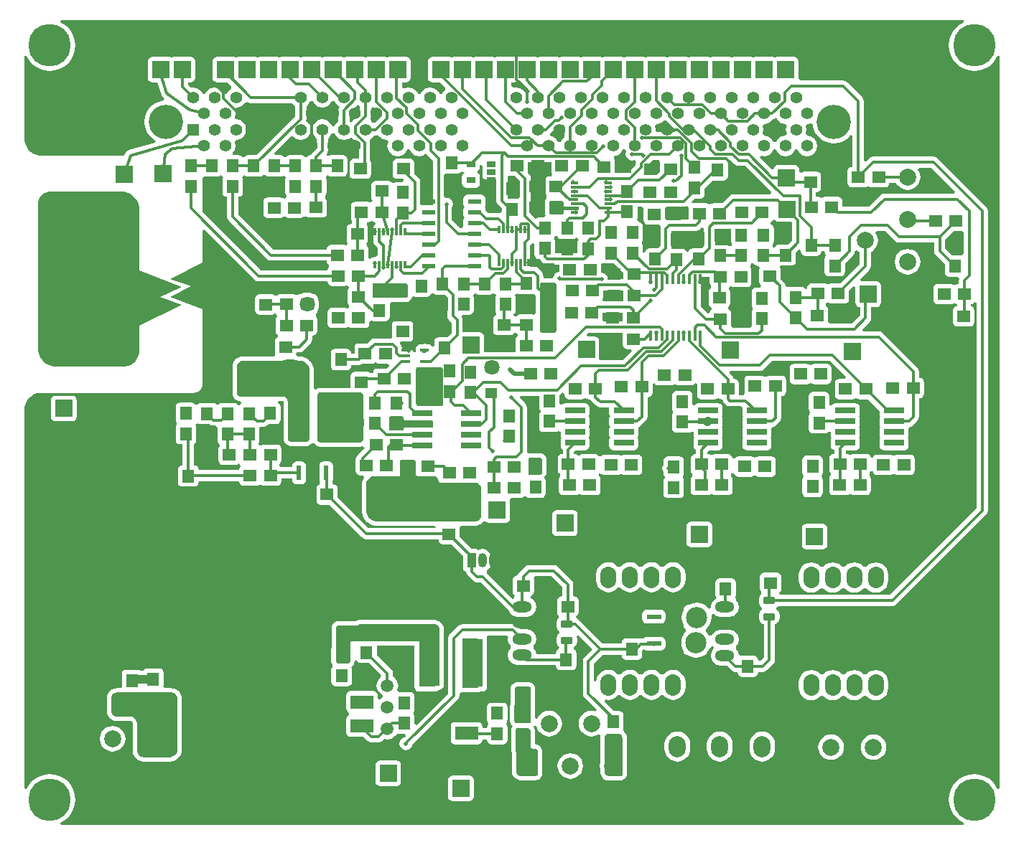
<source format=gbl>
G04 Layer_Physical_Order=6*
G04 Layer_Color=16711680*
%FSLAX44Y44*%
%MOMM*%
G71*
G01*
G75*
%ADD10C,0.3000*%
%ADD20R,2.7000X1.6000*%
%ADD25R,1.4000X1.5000*%
%ADD26R,1.5000X1.4000*%
%ADD28C,0.5000*%
%ADD29C,1.0000*%
%ADD31R,2.0000X2.0000*%
%ADD32R,2.0000X2.0000*%
%ADD33O,1.9000X2.5400*%
%ADD34O,2.3000X1.3000*%
%ADD35C,1.5000*%
%ADD36C,2.0000*%
%ADD37R,1.0000X1.7000*%
%ADD38O,1.0000X1.7000*%
%ADD39O,2.0000X2.5000*%
%ADD40C,5.0000*%
%ADD41C,1.4000*%
%ADD42R,1.4000X1.4000*%
%ADD43C,4.0400*%
%ADD44C,1.8000*%
%ADD45C,0.5000*%
%ADD46C,0.4000*%
%ADD47C,2.5000*%
%ADD48C,0.6000*%
%ADD49C,4.5000*%
%ADD52R,1.0000X0.6000*%
%ADD53R,1.9000X1.8000*%
%ADD54R,0.6000X1.7000*%
%ADD55R,1.7000X0.6000*%
%ADD56R,0.6000X1.0000*%
%ADD57R,1.8000X1.9000*%
G04:AMPARAMS|DCode=58|XSize=0.8mm|YSize=1.4mm|CornerRadius=0.2mm|HoleSize=0mm|Usage=FLASHONLY|Rotation=270.000|XOffset=0mm|YOffset=0mm|HoleType=Round|Shape=RoundedRectangle|*
%AMROUNDEDRECTD58*
21,1,0.8000,1.0000,0,0,270.0*
21,1,0.4000,1.4000,0,0,270.0*
1,1,0.4000,-0.5000,-0.2000*
1,1,0.4000,-0.5000,0.2000*
1,1,0.4000,0.5000,0.2000*
1,1,0.4000,0.5000,-0.2000*
%
%ADD58ROUNDEDRECTD58*%
%ADD59R,1.9000X5.7000*%
%ADD60R,0.3000X0.8500*%
%ADD61R,0.8500X0.3000*%
%ADD62R,1.4000X1.2000*%
%ADD63R,2.4000X0.7000*%
%ADD64R,1.0000X0.4000*%
%ADD65R,1.1000X0.7500*%
%ADD66R,0.4000X1.2000*%
%ADD67R,1.6000X0.6000*%
G36*
X808014Y639966D02*
X808402Y638015D01*
X809507Y636361D01*
X809538Y636174D01*
X809188Y633568D01*
X808237Y632933D01*
X807132Y631279D01*
X806744Y629328D01*
Y615328D01*
X807132Y613377D01*
X808237Y611723D01*
X809891Y610618D01*
X810214Y608005D01*
X809507Y607533D01*
X808402Y605879D01*
X808087Y604295D01*
X806474Y603931D01*
X805516Y603932D01*
X797219Y612229D01*
Y636324D01*
X797302Y636447D01*
X797690Y638398D01*
Y646435D01*
X808014D01*
Y639966D01*
D02*
G37*
G36*
X979820Y634646D02*
Y616364D01*
X980208Y614413D01*
X981313Y612759D01*
X982967Y611654D01*
X984918Y611266D01*
X985243D01*
Y601197D01*
X975663Y591617D01*
X949277D01*
X947434Y594117D01*
X947510Y594500D01*
Y608500D01*
X947122Y610451D01*
X946017Y612105D01*
X944842Y612890D01*
X944866Y614988D01*
X945024Y615546D01*
X945684Y615987D01*
X947420Y616358D01*
X949156Y615987D01*
X949969Y615444D01*
X951920Y615056D01*
X966920D01*
X968871Y615444D01*
X970525Y616549D01*
X971630Y618203D01*
X972018Y620154D01*
Y630379D01*
X977320Y635682D01*
X979820Y634646D01*
D02*
G37*
G36*
X706284Y618033D02*
X682238D01*
X681537Y619634D01*
X681335Y620533D01*
X682324Y622013D01*
X682712Y623964D01*
Y630941D01*
X706284D01*
Y618033D01*
D02*
G37*
G36*
X625838Y639821D02*
X626839Y638820D01*
X627380Y637513D01*
Y636806D01*
Y584228D01*
Y583521D01*
X626839Y582214D01*
X625838Y581213D01*
X624531Y580672D01*
X610417D01*
X609110Y581213D01*
X608109Y582214D01*
X607568Y583521D01*
Y584228D01*
Y638076D01*
Y638531D01*
X607916Y639371D01*
X608559Y640014D01*
X609399Y640362D01*
X624531D01*
X625838Y639821D01*
D02*
G37*
G36*
X705014Y593903D02*
X682929D01*
X682435Y594350D01*
X681214Y596403D01*
X681442Y597548D01*
Y604779D01*
X705014D01*
Y593903D01*
D02*
G37*
G36*
X582869Y626690D02*
X584820Y626302D01*
X598820D01*
X599970Y626531D01*
X602020Y625315D01*
X602470Y624819D01*
Y604139D01*
X599970Y602331D01*
X599512Y602422D01*
X584512D01*
X582561Y602034D01*
X580907Y600929D01*
X580580Y600439D01*
X577832Y600358D01*
X576902Y601852D01*
X577284Y603205D01*
X577787Y603541D01*
X578892Y605195D01*
X579280Y607146D01*
Y622146D01*
X578892Y624097D01*
X578349Y624910D01*
X578214Y625541D01*
X578950Y626685D01*
X579397Y626904D01*
X582027Y627253D01*
X582869Y626690D01*
D02*
G37*
G36*
X450545Y639136D02*
X451402Y638279D01*
X451866Y637158D01*
Y636552D01*
Y624614D01*
Y624109D01*
X451479Y623175D01*
X450765Y622461D01*
X449831Y622074D01*
X412295D01*
X411455Y622422D01*
X410812Y623065D01*
X410464Y623905D01*
Y624360D01*
Y637822D01*
Y638176D01*
X410735Y638829D01*
X411235Y639329D01*
X411888Y639600D01*
X449424D01*
X450545Y639136D01*
D02*
G37*
G36*
X600660Y686608D02*
X601566Y686015D01*
Y672932D01*
X601954Y670981D01*
X603059Y669327D01*
X604713Y668222D01*
X606664Y667834D01*
X607687D01*
X608978Y665902D01*
X611772Y663108D01*
X613922Y661671D01*
X616458Y661167D01*
X630468D01*
Y652538D01*
X627756Y651999D01*
X625275Y650341D01*
X623617Y647860D01*
X623140Y645460D01*
X612163D01*
Y647982D01*
X611659Y650518D01*
X610222Y652668D01*
X605904Y656986D01*
X603754Y658423D01*
X601218Y658927D01*
X596524D01*
X596386Y659096D01*
Y663198D01*
X596415Y663346D01*
Y684325D01*
X599066Y686976D01*
X600660Y686608D01*
D02*
G37*
G36*
X411184Y712253D02*
X411997Y711710D01*
X413570Y711397D01*
X414050Y710367D01*
X414216Y708822D01*
X413379Y708263D01*
X412274Y706609D01*
X411886Y704658D01*
Y700556D01*
X411857Y700408D01*
Y688702D01*
X412361Y686166D01*
X413798Y684016D01*
X416857Y680957D01*
Y672335D01*
X414357Y670419D01*
X413512Y670587D01*
X410586Y670005D01*
X410528Y669966D01*
X410033Y669868D01*
X408379Y668763D01*
X408098Y668342D01*
X405598Y669100D01*
Y679620D01*
X405210Y681571D01*
X404105Y683225D01*
X403535Y683605D01*
X403370Y686502D01*
X403597Y686653D01*
X404702Y688307D01*
X405090Y690258D01*
Y704258D01*
X404702Y706209D01*
X403597Y707863D01*
X403492Y710912D01*
X403781Y711322D01*
X404948D01*
X406899Y711710D01*
X407712Y712253D01*
X409448Y712624D01*
X411184Y712253D01*
D02*
G37*
G36*
X1107671Y698516D02*
Y673630D01*
X1105171Y672025D01*
X1104280Y672202D01*
X1094054D01*
X1085873Y680383D01*
Y691149D01*
X1095378Y700654D01*
X1105604D01*
X1107671Y698516D01*
D02*
G37*
G36*
X859764Y662853D02*
X860869Y661199D01*
X862523Y660094D01*
X864474Y659706D01*
X865838D01*
X867174Y657206D01*
X866822Y656679D01*
X866434Y654728D01*
Y640728D01*
X866822Y638777D01*
X867927Y637123D01*
X868522Y636726D01*
X867763Y634226D01*
X862442D01*
X860491Y633838D01*
X858837Y632733D01*
X857732Y631079D01*
X857344Y629128D01*
Y614128D01*
X857732Y612177D01*
X858275Y611364D01*
X858646Y609628D01*
X858275Y607892D01*
X857732Y607079D01*
X857344Y605128D01*
Y590128D01*
X857561Y589037D01*
X856050Y586537D01*
X834638D01*
X833033Y589037D01*
X833210Y589928D01*
Y603928D01*
X832822Y605879D01*
X831717Y607533D01*
X830063Y608638D01*
X829740Y611251D01*
X830447Y611723D01*
X831552Y613377D01*
X831940Y615328D01*
Y629328D01*
X831552Y631279D01*
X830788Y632422D01*
X831335Y635117D01*
X833064Y636074D01*
X834348Y635799D01*
X835161Y635256D01*
X837112Y634868D01*
X852112D01*
X854063Y635256D01*
X855717Y636361D01*
X856822Y638015D01*
X857210Y639966D01*
Y653966D01*
X856822Y655917D01*
X855717Y657571D01*
X855732Y660567D01*
X855917Y660691D01*
X857022Y662345D01*
X857169Y663085D01*
X859718D01*
X859764Y662853D01*
D02*
G37*
G36*
X915510Y678047D02*
Y676612D01*
X915898Y674661D01*
X917003Y673007D01*
X918657Y671902D01*
X920608Y671514D01*
X934608D01*
X936559Y671902D01*
X938213Y673007D01*
X939318Y674661D01*
X939706Y676612D01*
Y677485D01*
X943450D01*
Y676420D01*
X943838Y674469D01*
X944381Y673656D01*
X944752Y671920D01*
X944381Y670184D01*
X943838Y669371D01*
X943450Y667420D01*
Y652420D01*
X943838Y650469D01*
X944943Y648815D01*
X946597Y647710D01*
X948548Y647322D01*
X962548D01*
X964499Y647710D01*
X966153Y648815D01*
X967258Y650469D01*
X967646Y652420D01*
Y662645D01*
X977252Y672252D01*
X978689Y674402D01*
X979193Y676938D01*
X981693Y678150D01*
X983797Y676536D01*
X984735Y676148D01*
Y661841D01*
X962145Y639252D01*
X951920D01*
X949969Y638864D01*
X949156Y638321D01*
X947420Y637950D01*
X945684Y638321D01*
X944871Y638864D01*
X942920Y639252D01*
X927920D01*
X925969Y638864D01*
X924315Y637759D01*
X923210Y636105D01*
X922822Y634154D01*
Y633532D01*
X920322Y632774D01*
X919671Y633749D01*
X918017Y634854D01*
X916066Y635242D01*
X902066D01*
X900115Y634854D01*
X899651Y634544D01*
X897151Y635880D01*
Y636236D01*
X896647Y638772D01*
X895210Y640922D01*
X891630Y644502D01*
Y654728D01*
X891242Y656679D01*
X890720Y657460D01*
X891859Y659960D01*
X904382D01*
X906333Y660348D01*
X907987Y661453D01*
X909092Y663107D01*
X909480Y665058D01*
Y675284D01*
X913200Y679004D01*
X915510Y678047D01*
D02*
G37*
G36*
X682691Y662888D02*
X684642Y662500D01*
X694867D01*
X706284Y651084D01*
Y644195D01*
X688108D01*
X687531Y647098D01*
X685873Y649579D01*
X683392Y651237D01*
X680466Y651819D01*
X679664Y652477D01*
Y661904D01*
X681212Y663051D01*
X682074Y663300D01*
X682691Y662888D01*
D02*
G37*
G36*
X460383Y430221D02*
X460955Y429649D01*
X461264Y428902D01*
Y428498D01*
Y414782D01*
X461327Y414138D01*
X461820Y412948D01*
X462732Y412037D01*
X463922Y411543D01*
X464363Y411500D01*
X483750Y411500D01*
X484496Y411500D01*
X485874Y410929D01*
X486929Y409874D01*
X487500Y408496D01*
X487500Y407750D01*
X487500Y407750D01*
X487738Y406838D01*
X488717Y405237D01*
X490235Y404134D01*
X492059Y403695D01*
X493000Y403750D01*
X493000D01*
X533000Y403750D01*
X533653Y403639D01*
X534891Y403166D01*
X536012Y402460D01*
X536974Y401549D01*
X537740Y400469D01*
X538281Y399259D01*
X538575Y397967D01*
X538611Y396643D01*
X538500Y395990D01*
X538500Y395990D01*
X538500Y365250D01*
X538500Y364561D01*
X538231Y363208D01*
X537703Y361934D01*
X536937Y360788D01*
X535962Y359813D01*
X534816Y359047D01*
X533542Y358519D01*
X532189Y358250D01*
X531500Y358250D01*
X415750D01*
X414494Y358250D01*
X412031Y358740D01*
X409711Y359701D01*
X407622Y361096D01*
X405846Y362872D01*
X404451Y364961D01*
X403490Y367281D01*
X403000Y369744D01*
X403000Y371000D01*
Y371000D01*
Y401500D01*
Y402485D01*
X403384Y404417D01*
X404138Y406237D01*
X405233Y407875D01*
X406625Y409268D01*
X408263Y410362D01*
X410083Y411116D01*
X412015Y411500D01*
X413000Y411500D01*
X413000Y411500D01*
X442722Y411500D01*
Y429260D01*
Y429513D01*
X442915Y429979D01*
X443273Y430337D01*
X443739Y430530D01*
X459636D01*
X460383Y430221D01*
D02*
G37*
G36*
X609136Y433026D02*
X610064Y432098D01*
X610567Y430884D01*
Y430227D01*
Y416511D01*
Y415905D01*
X610103Y414785D01*
X609246Y413927D01*
X608125Y413463D01*
X594871D01*
X594498Y413618D01*
X594212Y413904D01*
X594057Y414277D01*
Y414479D01*
Y430227D01*
Y430884D01*
X594560Y432098D01*
X595489Y433026D01*
X596702Y433529D01*
X607922D01*
X609136Y433026D01*
D02*
G37*
G36*
X206187Y473274D02*
X208138Y472886D01*
X218464D01*
X220312Y471651D01*
X222848Y471147D01*
X225559D01*
X227678Y468984D01*
Y453984D01*
X228066Y452033D01*
X229171Y450379D01*
X229609Y450087D01*
X230210Y447702D01*
X229963Y447072D01*
X229152Y445859D01*
X228764Y443908D01*
Y429908D01*
X229152Y427957D01*
X230257Y426303D01*
X231911Y425198D01*
X233862Y424810D01*
X248862D01*
X250813Y425198D01*
X252467Y426303D01*
X252963D01*
X254085Y425204D01*
X255025Y422875D01*
X253920Y421221D01*
X253532Y419270D01*
Y418897D01*
X205392D01*
Y419324D01*
X205004Y421275D01*
X203899Y422929D01*
X202245Y424034D01*
X200294Y424422D01*
X199921D01*
Y449842D01*
X201105Y450633D01*
X202210Y452287D01*
X202598Y454238D01*
Y469238D01*
X202210Y471189D01*
X201667Y472002D01*
X201580Y472407D01*
X202235Y473319D01*
X204533Y474379D01*
X206187Y473274D01*
D02*
G37*
G36*
X703189Y106365D02*
X704761Y104793D01*
X705612Y102739D01*
Y101628D01*
Y61496D01*
Y60637D01*
X704955Y59050D01*
X703740Y57835D01*
X702153Y57178D01*
X688345D01*
X686478Y57951D01*
X685049Y59380D01*
X684276Y61248D01*
Y62258D01*
Y104422D01*
Y104978D01*
X684701Y106005D01*
X685487Y106791D01*
X686514Y107216D01*
X701135D01*
X703189Y106365D01*
D02*
G37*
G36*
X534441Y219870D02*
X535084Y219227D01*
X535432Y218387D01*
Y217932D01*
Y163576D01*
Y163121D01*
X535084Y162281D01*
X534441Y161638D01*
X533601Y161290D01*
X516890D01*
Y220218D01*
X533146Y220218D01*
X533601D01*
X534441Y219870D01*
D02*
G37*
G36*
X486705Y235789D02*
X488491Y234003D01*
X489458Y231669D01*
Y230406D01*
Y165382D01*
Y165180D01*
X489303Y164806D01*
X489017Y164521D01*
X488644Y164366D01*
X471580D01*
X470459Y164830D01*
X469602Y165687D01*
X469138Y166808D01*
Y167414D01*
Y212626D01*
X469065Y213369D01*
X468496Y214743D01*
X467445Y215794D01*
X466071Y216363D01*
X465328Y216436D01*
X394007D01*
X393167Y216784D01*
X393157Y216794D01*
X386794D01*
X386249Y216740D01*
X385242Y216323D01*
X384471Y215552D01*
X384054Y214545D01*
X384000Y214000D01*
Y193172D01*
Y192667D01*
X383613Y191733D01*
X382899Y191019D01*
X381965Y190632D01*
X370135D01*
X368922Y191135D01*
X367993Y192064D01*
X367490Y193277D01*
Y193934D01*
X367236Y231526D01*
Y232288D01*
Y232894D01*
X367700Y234014D01*
X368557Y234872D01*
X369678Y235336D01*
X392599D01*
X392640Y235434D01*
X393497Y236292D01*
X394618Y236756D01*
X484371D01*
X486705Y235789D01*
D02*
G37*
G36*
X397636Y509960D02*
X398708Y508888D01*
X399288Y507488D01*
Y506730D01*
Y455422D01*
Y454614D01*
X398669Y453120D01*
X397526Y451977D01*
X396032Y451358D01*
X348645D01*
X347058Y452015D01*
X345843Y453230D01*
X345186Y454817D01*
Y455676D01*
X345440Y501904D01*
Y507492D01*
Y508098D01*
X345904Y509218D01*
X346761Y510076D01*
X347882Y510540D01*
X396236D01*
X397636Y509960D01*
D02*
G37*
G36*
X120629Y746722D02*
X124420Y745152D01*
X127831Y742872D01*
X130732Y739971D01*
X133012Y736560D01*
X134582Y732769D01*
X135382Y728745D01*
Y726694D01*
Y654172D01*
X185166Y635254D01*
X160240Y622791D01*
X185420Y613410D01*
X135382Y588881D01*
Y559816D01*
Y557940D01*
X134650Y554259D01*
X133214Y550792D01*
X131129Y547672D01*
X128476Y545019D01*
X125356Y542934D01*
X121889Y541498D01*
X118208Y540766D01*
X37592D01*
X35466Y540766D01*
X31294Y541596D01*
X27365Y543223D01*
X23829Y545586D01*
X20822Y548593D01*
X18459Y552129D01*
X16832Y556058D01*
X16002Y560230D01*
X16002Y562356D01*
Y733044D01*
Y734470D01*
X16558Y737267D01*
X17650Y739902D01*
X19234Y742273D01*
X21251Y744290D01*
X23622Y745874D01*
X26257Y746966D01*
X29054Y747522D01*
X116605D01*
X120629Y746722D01*
D02*
G37*
G36*
X705522Y580560D02*
Y566560D01*
X705910Y564609D01*
X707015Y562955D01*
X708669Y561850D01*
X710620Y561462D01*
X715165D01*
X716122Y559152D01*
X705153Y548183D01*
X679349D01*
X677648Y550683D01*
X677784Y551368D01*
Y571368D01*
X677396Y573319D01*
X676291Y574973D01*
X674637Y576078D01*
X672686Y576466D01*
X664007D01*
X663050Y578776D01*
X664923Y580649D01*
X705449D01*
X705522Y580560D01*
D02*
G37*
G36*
X533593Y626436D02*
X535544Y626048D01*
X549544D01*
X551495Y626436D01*
X553149Y627541D01*
X555413Y626430D01*
X556117Y625384D01*
X556015Y624910D01*
X555472Y624097D01*
X555084Y622146D01*
Y607146D01*
X555472Y605195D01*
X556047Y604335D01*
X556025Y602541D01*
X555364Y601345D01*
X554361Y600675D01*
X553256Y599021D01*
X552868Y597070D01*
Y583070D01*
X553256Y581119D01*
X554361Y579465D01*
X556015Y578360D01*
X557966Y577972D01*
X572966D01*
X574917Y578360D01*
X576571Y579465D01*
X577435Y580759D01*
X578167Y580948D01*
X578822Y580985D01*
X580167Y580827D01*
X580907Y579719D01*
X581489Y579330D01*
X581639Y578603D01*
X581397Y576491D01*
X580337Y575783D01*
X579232Y574129D01*
X578844Y572178D01*
Y558178D01*
X578354Y557581D01*
X541894D01*
Y576194D01*
X541506Y578145D01*
X540401Y579799D01*
X538747Y580904D01*
X536796Y581292D01*
X516913D01*
Y595658D01*
X516409Y598194D01*
X515504Y599548D01*
X516580Y602048D01*
X524906D01*
X526857Y602436D01*
X528511Y603541D01*
X529616Y605195D01*
X530004Y607146D01*
Y622146D01*
X529616Y624097D01*
X529073Y624910D01*
X528971Y625384D01*
X529675Y626430D01*
X531939Y627541D01*
X533593Y626436D01*
D02*
G37*
G36*
X327660Y547409D02*
X329879Y546490D01*
X331876Y545156D01*
X333574Y543458D01*
X334908Y541461D01*
X335827Y539242D01*
X336296Y536887D01*
Y535686D01*
Y456438D01*
Y455630D01*
X335677Y454136D01*
X334534Y452993D01*
X333040Y452374D01*
X313847D01*
X312260Y453031D01*
X311045Y454246D01*
X310388Y455833D01*
Y456692D01*
Y500380D01*
X310295Y501321D01*
X309575Y503061D01*
X308243Y504393D01*
X306504Y505113D01*
X305562Y505206D01*
X254717D01*
X252757Y506018D01*
X251256Y507519D01*
X250444Y509479D01*
Y510540D01*
Y541020D01*
Y541695D01*
X250707Y543020D01*
X251224Y544268D01*
X251975Y545392D01*
X252930Y546347D01*
X254053Y547098D01*
X255302Y547614D01*
X256626Y547878D01*
X325305D01*
X327660Y547409D01*
D02*
G37*
G36*
X446413Y482065D02*
X446985Y481493D01*
X447294Y480746D01*
Y480342D01*
Y478818D01*
X447318Y478570D01*
X447508Y478112D01*
X447858Y477762D01*
X448316Y477572D01*
X448564Y477548D01*
X480567D01*
X481033Y477355D01*
X481391Y476997D01*
X481584Y476531D01*
Y476278D01*
Y469928D01*
Y469675D01*
X481391Y469209D01*
X481033Y468851D01*
X480567Y468658D01*
X447802D01*
X447703Y468648D01*
X447520Y468572D01*
X447380Y468432D01*
X447304Y468249D01*
X447294Y468150D01*
Y467134D01*
Y466780D01*
X447023Y466127D01*
X446523Y465627D01*
X445870Y465356D01*
X430836D01*
X430462Y465511D01*
X430177Y465797D01*
X430022Y466170D01*
Y466372D01*
Y480088D01*
Y480543D01*
X430370Y481383D01*
X431013Y482026D01*
X431853Y482374D01*
X445666D01*
X446413Y482065D01*
D02*
G37*
G36*
X492166Y539869D02*
X492869Y539166D01*
X493250Y538247D01*
Y537750D01*
Y496750D01*
Y496203D01*
X492831Y495192D01*
X492058Y494419D01*
X491047Y494000D01*
X465956D01*
X464026Y494799D01*
X462549Y496276D01*
X461750Y498206D01*
Y499250D01*
Y538000D01*
Y538447D01*
X462093Y539274D01*
X462725Y539907D01*
X463552Y540250D01*
X491247D01*
X492166Y539869D01*
D02*
G37*
G36*
X339978Y815816D02*
X342631Y811846D01*
X344655Y810494D01*
Y798301D01*
X339484Y793130D01*
X338047Y790980D01*
X337939Y790436D01*
X337170D01*
X335219Y790048D01*
X333565Y788943D01*
X333336Y788600D01*
X330366D01*
X330137Y788943D01*
X328483Y790048D01*
X326532Y790436D01*
X312532D01*
X310581Y790048D01*
X308927Y788943D01*
X308698Y788600D01*
X305728D01*
X305499Y788943D01*
X303845Y790048D01*
X301894Y790436D01*
X295493D01*
X294536Y792746D01*
X314398Y812607D01*
X316886Y812362D01*
X317230Y811846D01*
X321200Y809194D01*
X325882Y808263D01*
X330564Y809194D01*
X334534Y811846D01*
X337186Y815816D01*
X337308Y816428D01*
X339856D01*
X339978Y815816D01*
D02*
G37*
G36*
X767821Y819959D02*
X766864Y817649D01*
X745921D01*
X744335Y819582D01*
X744517Y820498D01*
X743586Y825180D01*
X743581Y825187D01*
X744970Y827265D01*
X744982Y827263D01*
X749664Y828194D01*
X753633Y830846D01*
X753714Y830966D01*
X756758Y831022D01*
X767821Y819959D01*
D02*
G37*
G36*
X888730Y830846D02*
X892700Y828194D01*
X897382Y827263D01*
X897394Y827265D01*
X898783Y825187D01*
X898778Y825180D01*
X897847Y820498D01*
X898778Y815816D01*
X898783Y815809D01*
X897394Y813731D01*
X897382Y813733D01*
X892700Y812802D01*
X888730Y810150D01*
X886078Y806180D01*
X885956Y805568D01*
X883408D01*
X883286Y806180D01*
X880633Y810150D01*
X876664Y812802D01*
X871982Y813733D01*
X871970Y813731D01*
X870581Y815809D01*
X870586Y815816D01*
X871517Y820498D01*
X870586Y825180D01*
X870581Y825187D01*
X871970Y827265D01*
X871982Y827263D01*
X876664Y828194D01*
X880633Y830846D01*
X882036Y832945D01*
X884198Y833375D01*
X886163Y834688D01*
X888730Y830846D01*
D02*
G37*
G36*
X748756Y784423D02*
X749742Y782619D01*
X749464Y781220D01*
Y770994D01*
X746109Y767639D01*
X731228D01*
X730271Y769949D01*
X731888Y771566D01*
X733325Y773716D01*
X733829Y776252D01*
Y777797D01*
X741151Y785119D01*
X748147D01*
X748756Y784423D01*
D02*
G37*
G36*
X708278Y796816D02*
X709599Y794839D01*
X709469Y794644D01*
X708887Y791718D01*
X709469Y788792D01*
X711127Y786311D01*
X713608Y784653D01*
X716534Y784071D01*
X719073Y784576D01*
X720139Y783780D01*
X720916Y782781D01*
X720982Y782591D01*
X720575Y780542D01*
Y778997D01*
X711249Y769671D01*
X696123D01*
X696050Y769760D01*
Y783760D01*
X695662Y785711D01*
X694897Y786856D01*
X695322Y788783D01*
X695749Y789575D01*
X698864Y790194D01*
X702833Y792847D01*
X705486Y796816D01*
X705608Y797428D01*
X708157D01*
X708278Y796816D01*
D02*
G37*
G36*
X635465Y825983D02*
X636894Y824944D01*
X636929Y824881D01*
X636755Y824004D01*
Y811502D01*
X634730Y810150D01*
X632078Y806180D01*
X631956Y805568D01*
X629408D01*
X629286Y806180D01*
X626633Y810150D01*
X622664Y812802D01*
X620179Y813296D01*
X619612Y815238D01*
X619594Y815962D01*
X628093Y824461D01*
X630202D01*
X632738Y824965D01*
X634651Y826243D01*
X635465Y825983D01*
D02*
G37*
G36*
X929490Y826770D02*
X929931Y823419D01*
X932470Y817289D01*
X936509Y812025D01*
X941773Y807986D01*
X947903Y805447D01*
X954482Y804581D01*
X961060Y805447D01*
X967191Y807986D01*
X972455Y812025D01*
X974045Y814097D01*
X976545Y813249D01*
Y776666D01*
X975672D01*
X973721Y776278D01*
X972067Y775173D01*
X970962Y773519D01*
X970574Y771568D01*
Y757568D01*
X970962Y755617D01*
X972067Y753963D01*
X973721Y752858D01*
X975672Y752470D01*
X990672D01*
X992623Y752858D01*
X993436Y753401D01*
X995172Y753772D01*
X996908Y753401D01*
X997721Y752858D01*
X999672Y752470D01*
X1014672D01*
X1016623Y752858D01*
X1018277Y753963D01*
X1019382Y755617D01*
X1019770Y757568D01*
Y757967D01*
X1027883Y757983D01*
X1028260Y757074D01*
X1030664Y753940D01*
X1033797Y751536D01*
X1037446Y750024D01*
X1041362Y749509D01*
X1045278Y750024D01*
X1048927Y751536D01*
X1052060Y753940D01*
X1054465Y757074D01*
X1055976Y760722D01*
X1056492Y764638D01*
X1055976Y768554D01*
X1054465Y772203D01*
X1053705Y773193D01*
X1054938Y775693D01*
X1069135D01*
X1097231Y747597D01*
X1096274Y745287D01*
X1014222D01*
X1011686Y744783D01*
X1009536Y743346D01*
X995729Y729539D01*
X964398D01*
Y736262D01*
X964010Y738213D01*
X962905Y739867D01*
X961251Y740972D01*
X959300Y741360D01*
X944300D01*
X942349Y740972D01*
X941536Y740429D01*
X939800Y740058D01*
X938064Y740429D01*
X937251Y740972D01*
X935300Y741360D01*
X933411D01*
Y746882D01*
X934284D01*
X936235Y747270D01*
X937889Y748375D01*
X938994Y750029D01*
X939382Y751980D01*
Y765980D01*
X938994Y767931D01*
X937889Y769585D01*
X936235Y770690D01*
X934284Y771078D01*
X919284D01*
X917333Y770690D01*
X916250Y769966D01*
X914276Y770668D01*
X913750Y771074D01*
Y773806D01*
X913362Y775757D01*
X912257Y777411D01*
X910603Y778516D01*
X908652Y778904D01*
X888652D01*
X886701Y778516D01*
X885047Y777411D01*
X883942Y775757D01*
X883718Y774630D01*
X881247Y773566D01*
X867134Y787678D01*
X868366Y789982D01*
X871982Y789263D01*
X876664Y790194D01*
X880633Y792847D01*
X883286Y796816D01*
X883408Y797428D01*
X885956D01*
X886078Y796816D01*
X888730Y792847D01*
X892700Y790194D01*
X897382Y789263D01*
X902064Y790194D01*
X906033Y792847D01*
X908686Y796816D01*
X908808Y797428D01*
X911357D01*
X911478Y796816D01*
X914130Y792847D01*
X918100Y790194D01*
X922782Y789263D01*
X927464Y790194D01*
X931433Y792847D01*
X934086Y796816D01*
X935017Y801498D01*
X934086Y806180D01*
X931433Y810150D01*
X927464Y812802D01*
X922782Y813733D01*
X922770Y813731D01*
X921381Y815809D01*
X921386Y815816D01*
X922317Y820498D01*
X921386Y825180D01*
X921381Y825187D01*
X922770Y827265D01*
X922782Y827263D01*
X926798Y828062D01*
X929490Y826770D01*
D02*
G37*
G36*
X263315Y853145D02*
X264468Y852375D01*
X267004Y851871D01*
X315878D01*
X317230Y849846D01*
X319255Y848494D01*
Y836209D01*
X273482Y790436D01*
X263256D01*
X261305Y790048D01*
X259651Y788943D01*
X259422Y788600D01*
X256452D01*
X256223Y788943D01*
X254569Y790048D01*
X252618Y790436D01*
X246332D01*
X245912Y791821D01*
X245693Y792936D01*
X248286Y796816D01*
X249217Y801498D01*
X248286Y806180D01*
X248281Y806187D01*
X249670Y808265D01*
X249682Y808263D01*
X254364Y809194D01*
X258333Y811846D01*
X260986Y815816D01*
X261917Y820498D01*
X260986Y825180D01*
X258333Y829149D01*
X254364Y831802D01*
X249682Y832733D01*
X249670Y832731D01*
X248281Y834809D01*
X248286Y834816D01*
X249217Y839498D01*
X248286Y844180D01*
X248281Y844187D01*
X249670Y846265D01*
X249682Y846263D01*
X254364Y847194D01*
X258333Y849846D01*
X260102Y852493D01*
X260594Y852785D01*
X263139Y853196D01*
X263315Y853145D01*
D02*
G37*
G36*
X580601Y876688D02*
X582552Y876300D01*
X586340D01*
X586429Y875854D01*
X587866Y873704D01*
X595745Y865824D01*
X593978Y863180D01*
X593857Y862568D01*
X591307D01*
X591186Y863180D01*
X588534Y867150D01*
X584564Y869802D01*
X579882Y870733D01*
X576279Y870016D01*
X573779Y871630D01*
Y876300D01*
X577152D01*
X579103Y876688D01*
X579852Y877189D01*
X580601Y876688D01*
D02*
G37*
G36*
X365378Y853816D02*
X368031Y849846D01*
X371628Y847443D01*
X370559Y845844D01*
X370055Y843308D01*
Y830502D01*
X368031Y829149D01*
X365378Y825180D01*
X365257Y824568D01*
X362707D01*
X362586Y825180D01*
X359934Y829149D01*
X355964Y831802D01*
X351282Y832733D01*
X346600Y831802D01*
X342631Y829149D01*
X339978Y825180D01*
X339856Y824568D01*
X337308D01*
X337186Y825180D01*
X334534Y829149D01*
X331964Y830866D01*
X332005Y830928D01*
X332509Y833464D01*
Y848494D01*
X334534Y849846D01*
X337186Y853816D01*
X337308Y854428D01*
X339856D01*
X339978Y853816D01*
X342631Y849846D01*
X346600Y847194D01*
X351282Y846263D01*
X355964Y847194D01*
X359934Y849846D01*
X362586Y853816D01*
X362707Y854428D01*
X365257D01*
X365378Y853816D01*
D02*
G37*
G36*
X420601Y837769D02*
Y836655D01*
X412883Y828938D01*
X410733Y829149D01*
X408683Y830519D01*
X408029Y833905D01*
X408205Y834168D01*
X408709Y836704D01*
Y846125D01*
X411209Y847160D01*
X420601Y837769D01*
D02*
G37*
G36*
X393430Y849846D02*
X395455Y848494D01*
Y839449D01*
X385458Y829452D01*
X385280Y829185D01*
X383309Y830502D01*
Y840563D01*
X392668Y849921D01*
X393430Y849846D01*
D02*
G37*
G36*
X1107808Y947500D02*
X1103252Y945065D01*
X1098684Y941316D01*
X1094935Y936748D01*
X1092150Y931536D01*
X1090434Y925881D01*
X1089855Y920000D01*
X1090434Y914119D01*
X1092150Y908464D01*
X1094935Y903252D01*
X1098684Y898684D01*
X1103252Y894935D01*
X1108464Y892150D01*
X1114119Y890434D01*
X1120000Y889855D01*
X1125881Y890434D01*
X1131536Y892150D01*
X1136748Y894935D01*
X1141316Y898684D01*
X1145065Y903252D01*
X1147500Y907808D01*
X1150000Y907182D01*
Y42818D01*
X1147500Y42192D01*
X1145065Y46748D01*
X1141316Y51316D01*
X1136748Y55065D01*
X1131536Y57850D01*
X1125881Y59566D01*
X1120000Y60145D01*
X1114119Y59566D01*
X1108464Y57850D01*
X1103252Y55065D01*
X1098684Y51316D01*
X1094935Y46748D01*
X1092150Y41536D01*
X1090434Y35881D01*
X1089855Y30000D01*
X1090434Y24119D01*
X1092150Y18464D01*
X1094935Y13252D01*
X1098684Y8684D01*
X1103252Y4935D01*
X1107808Y2500D01*
X1107182Y0D01*
X42818D01*
X42192Y2500D01*
X46748Y4935D01*
X51316Y8684D01*
X55065Y13252D01*
X57850Y18464D01*
X59566Y24119D01*
X60145Y30000D01*
X59566Y35881D01*
X57850Y41536D01*
X55065Y46748D01*
X51316Y51316D01*
X46748Y55065D01*
X41536Y57850D01*
X35881Y59566D01*
X30000Y60145D01*
X24119Y59566D01*
X18464Y57850D01*
X13252Y55065D01*
X8684Y51316D01*
X4935Y46748D01*
X2500Y42192D01*
X0Y42818D01*
Y490000D01*
Y491970D01*
X769Y495834D01*
X2276Y499473D01*
X4465Y502749D01*
X7251Y505535D01*
X10526Y507724D01*
X14166Y509231D01*
X18030Y510000D01*
X200000D01*
X201951Y510192D01*
X205556Y511685D01*
X208315Y514444D01*
X209808Y518049D01*
X210000Y520000D01*
Y608956D01*
X172212Y623316D01*
X196457Y635439D01*
X172212Y644652D01*
X210000Y663546D01*
Y701441D01*
X212310Y702398D01*
X271412Y643296D01*
X273562Y641859D01*
X276098Y641355D01*
X357418D01*
Y640982D01*
X357806Y639031D01*
X358911Y637377D01*
X360565Y636272D01*
X362516Y635884D01*
X377516D01*
X379467Y636272D01*
X380280Y636815D01*
X380754Y636917D01*
X381800Y636213D01*
X382911Y633949D01*
X381806Y632295D01*
X381418Y630344D01*
Y616344D01*
X381806Y614393D01*
X382617Y613180D01*
X382472Y610909D01*
X382303Y610207D01*
X381102Y609443D01*
X380280Y609619D01*
X379467Y610162D01*
X377516Y610550D01*
X362516D01*
X360565Y610162D01*
X358911Y609057D01*
X357806Y607403D01*
X357418Y605452D01*
Y591452D01*
X357806Y589501D01*
X358911Y587847D01*
X360565Y586742D01*
X362516Y586354D01*
X377516D01*
X379467Y586742D01*
X380280Y587285D01*
X382016Y587656D01*
X383752Y587285D01*
X384565Y586742D01*
X386516Y586354D01*
X401516D01*
X403467Y586742D01*
X405121Y587847D01*
X406226Y589501D01*
X406614Y591452D01*
Y593832D01*
X409114Y595168D01*
X409641Y594816D01*
X411592Y594428D01*
X425592D01*
X427543Y594816D01*
X429197Y595921D01*
X430302Y597575D01*
X430690Y599526D01*
Y614526D01*
X432746Y616976D01*
X449831D01*
X451782Y617364D01*
X452716Y617751D01*
X454370Y618856D01*
X455084Y619570D01*
X455084Y619570D01*
X456189Y621224D01*
X456576Y622158D01*
X456576Y622158D01*
X456576Y622158D01*
X456628Y622419D01*
X458770Y623801D01*
X458926Y623864D01*
X459341Y623812D01*
X460868Y623508D01*
X474868D01*
X476819Y623896D01*
X478473Y625001D01*
X479578Y626655D01*
X480357Y626952D01*
X482256Y627304D01*
X483555Y626436D01*
X485506Y626048D01*
X495732D01*
X498579Y623201D01*
Y600738D01*
X499083Y598202D01*
X500520Y596052D01*
X503659Y592913D01*
Y580561D01*
X498526Y575428D01*
X488300D01*
X486349Y575040D01*
X484695Y573935D01*
X483590Y572281D01*
X483202Y570330D01*
Y565453D01*
X480702Y564695D01*
X480029Y565703D01*
X478375Y566808D01*
X476424Y567196D01*
X475329D01*
X475053Y567380D01*
X471932Y568001D01*
X468811Y567380D01*
X468535Y567196D01*
X466424D01*
X464473Y566808D01*
X462819Y565703D01*
X461714Y564049D01*
X461326Y562098D01*
Y558425D01*
X461021Y558304D01*
X458922Y557865D01*
X458029Y559203D01*
X456375Y560308D01*
X454424Y560696D01*
X445031D01*
Y563146D01*
X444527Y565682D01*
X443090Y567832D01*
X442880Y568042D01*
X443837Y570352D01*
X453332D01*
X455283Y570740D01*
X456937Y571845D01*
X458042Y573499D01*
X458430Y575450D01*
Y589450D01*
X458042Y591401D01*
X456937Y593055D01*
X455283Y594160D01*
X453332Y594548D01*
X438332D01*
X436381Y594160D01*
X434727Y593055D01*
X433622Y591401D01*
X433234Y589450D01*
Y575450D01*
X432119Y574091D01*
X412942D01*
X410406Y573587D01*
X408256Y572150D01*
X404492Y568386D01*
X394266D01*
X392315Y567998D01*
X390661Y566893D01*
X389556Y565239D01*
X389168Y563288D01*
Y555995D01*
X385478D01*
Y556868D01*
X385090Y558819D01*
X383985Y560473D01*
X382331Y561578D01*
X380380Y561966D01*
X366380D01*
X364429Y561578D01*
X362775Y560473D01*
X361670Y558819D01*
X361282Y556868D01*
Y541868D01*
X361670Y539917D01*
X362775Y538263D01*
X364429Y537158D01*
X366380Y536770D01*
X380380D01*
X382331Y537158D01*
X383985Y538263D01*
X385090Y539917D01*
X385478Y541868D01*
Y542741D01*
X394846D01*
X397382Y543245D01*
X398796Y544190D01*
X409266D01*
X411217Y544578D01*
X412871Y545683D01*
X414661D01*
X416315Y544578D01*
X418266Y544190D01*
X428845D01*
X429802Y541880D01*
X426590Y538668D01*
X416364D01*
X414413Y538280D01*
X412759Y537175D01*
X411654Y535521D01*
X411266Y533570D01*
Y533197D01*
X408535D01*
X408423Y533365D01*
X406769Y534470D01*
X404818Y534858D01*
X389818D01*
X387867Y534470D01*
X386213Y533365D01*
X385108Y531711D01*
X384720Y529760D01*
Y515760D01*
X384620Y515638D01*
X347882D01*
X345931Y515250D01*
X344810Y514786D01*
X343894Y514173D01*
X341816Y515027D01*
X341394Y515451D01*
Y536887D01*
X341296Y537379D01*
Y537881D01*
X340827Y540237D01*
X340635Y540701D01*
X340537Y541193D01*
X339618Y543412D01*
X339339Y543829D01*
X339147Y544293D01*
X337813Y546290D01*
X337458Y546645D01*
X337179Y547063D01*
X335481Y548761D01*
X335063Y549040D01*
X334708Y549395D01*
X332711Y550729D01*
X332247Y550921D01*
X331830Y551200D01*
X329611Y552119D01*
X329119Y552217D01*
X328655Y552409D01*
X326299Y552878D01*
X325797D01*
X325305Y552976D01*
X322198D01*
X321770Y553153D01*
X320224Y555054D01*
X320348Y556332D01*
X320508Y557134D01*
Y557507D01*
X324104D01*
X326640Y558011D01*
X328790Y559448D01*
X337488Y568146D01*
X338925Y570296D01*
X339429Y572832D01*
Y577464D01*
X340302D01*
X342253Y577852D01*
X343907Y578957D01*
X345012Y580611D01*
X345400Y582562D01*
Y596562D01*
X345012Y598513D01*
X343907Y600167D01*
X343484Y600449D01*
X343405Y600700D01*
X343655Y603342D01*
X344415Y603849D01*
X345520Y605503D01*
X345908Y607454D01*
Y608284D01*
X346950Y610799D01*
X347431Y614454D01*
X346950Y618109D01*
X345908Y620624D01*
Y621454D01*
X345520Y623405D01*
X344415Y625059D01*
X342761Y626164D01*
X340810Y626552D01*
X340541D01*
X340370Y626683D01*
X336965Y628094D01*
X333310Y628575D01*
X329655Y628094D01*
X326250Y626683D01*
X326079Y626552D01*
X325810D01*
X323859Y626164D01*
X323046Y625621D01*
X321310Y625250D01*
X319574Y625621D01*
X318761Y626164D01*
X316810Y626552D01*
X301810D01*
X299859Y626164D01*
X298205Y625059D01*
X295647Y624805D01*
X293993Y625910D01*
X292042Y626298D01*
X277042D01*
X275091Y625910D01*
X273437Y624805D01*
X272332Y623151D01*
X271944Y621200D01*
Y607200D01*
X272332Y605249D01*
X273437Y603595D01*
X275091Y602490D01*
X277042Y602102D01*
X292042D01*
X293993Y602490D01*
X295647Y603595D01*
X296274Y603657D01*
X297158Y602771D01*
X297697Y600167D01*
X296592Y598513D01*
X296204Y596562D01*
Y582562D01*
X296592Y580611D01*
X297697Y578957D01*
X298523Y578405D01*
X298485Y576877D01*
X298264Y575713D01*
X296805Y574739D01*
X295700Y573085D01*
X295312Y571134D01*
Y557134D01*
X295642Y555476D01*
X295471Y554854D01*
X294168Y552976D01*
X256626D01*
X256134Y552878D01*
X255632D01*
X254307Y552615D01*
X253843Y552422D01*
X253351Y552324D01*
X252103Y551807D01*
X251685Y551528D01*
X251221Y551336D01*
X250098Y550586D01*
X249743Y550231D01*
X249326Y549952D01*
X248370Y548997D01*
X248091Y548579D01*
X247736Y548224D01*
X246986Y547101D01*
X246794Y546637D01*
X246515Y546219D01*
X245998Y544971D01*
X245900Y544479D01*
X245707Y544015D01*
X245444Y542690D01*
Y542188D01*
X245346Y541695D01*
Y509479D01*
X245734Y507528D01*
X246546Y505568D01*
X247651Y503914D01*
X249152Y502413D01*
X250806Y501308D01*
X252766Y500496D01*
X254717Y500108D01*
X255097D01*
X256128Y497793D01*
X256097Y497608D01*
X254571Y496589D01*
X253865Y495532D01*
X253208Y495367D01*
X251744D01*
X251087Y495532D01*
X250381Y496589D01*
X248727Y497694D01*
X246776Y498082D01*
X232776D01*
X230825Y497694D01*
X229171Y496589D01*
X228942Y496246D01*
X225972D01*
X225743Y496589D01*
X224089Y497694D01*
X222138Y498082D01*
X208138D01*
X206187Y497694D01*
X204533Y496589D01*
X204343Y496304D01*
X201401Y496400D01*
X201105Y496843D01*
X199451Y497948D01*
X197500Y498336D01*
X183500D01*
X181549Y497948D01*
X179895Y496843D01*
X178790Y495189D01*
X178402Y493238D01*
Y478238D01*
X178790Y476287D01*
X179333Y475474D01*
X179704Y473738D01*
X179333Y472002D01*
X178790Y471189D01*
X178402Y469238D01*
Y454238D01*
X178790Y452287D01*
X179895Y450633D01*
X181549Y449528D01*
X183500Y449140D01*
X186667D01*
Y424422D01*
X186294D01*
X184343Y424034D01*
X182689Y422929D01*
X181584Y421275D01*
X181196Y419324D01*
Y404324D01*
X181584Y402373D01*
X182689Y400719D01*
X184343Y399614D01*
X186294Y399226D01*
X200294D01*
X202245Y399614D01*
X203899Y400719D01*
X205004Y402373D01*
X205392Y404324D01*
Y405643D01*
X253532D01*
Y405270D01*
X253920Y403319D01*
X255025Y401665D01*
X256679Y400560D01*
X258630Y400172D01*
X273630D01*
X275581Y400560D01*
X276394Y401103D01*
X278130Y401474D01*
X279866Y401103D01*
X280679Y400560D01*
X282630Y400172D01*
X297630D01*
X299581Y400560D01*
X301235Y401665D01*
X302340Y403319D01*
X302728Y405270D01*
Y408891D01*
X315754D01*
Y407018D01*
X316142Y405067D01*
X317247Y403413D01*
X318901Y402308D01*
X320852Y401920D01*
X326852D01*
X328803Y402308D01*
X330457Y403413D01*
X331562Y405067D01*
X331950Y407018D01*
Y424018D01*
X331562Y425969D01*
X330457Y427623D01*
X328803Y428728D01*
X326852Y429116D01*
X320852D01*
X318901Y428728D01*
X317247Y427623D01*
X316142Y425969D01*
X315754Y424018D01*
Y422145D01*
X301722D01*
X301235Y422875D01*
X300892Y423104D01*
Y426074D01*
X301235Y426303D01*
X302340Y427957D01*
X302728Y429908D01*
Y443908D01*
X302340Y445859D01*
X301235Y447513D01*
X299581Y448618D01*
X297630Y449006D01*
X282630D01*
X280679Y448618D01*
X279866Y448075D01*
X278130Y447704D01*
X277260Y447890D01*
X276007Y450279D01*
X276189Y450990D01*
X276886Y452033D01*
X277274Y453984D01*
Y468984D01*
X278007Y469877D01*
X281686D01*
X284222Y470381D01*
X286372Y471818D01*
X287694Y473140D01*
X296814D01*
X298765Y473528D01*
X300419Y474633D01*
X301524Y476287D01*
X301912Y478238D01*
Y493238D01*
X301524Y495189D01*
X300419Y496843D01*
X299273Y497608D01*
X299744Y500108D01*
X305266D01*
X305283Y500101D01*
X305290Y500084D01*
Y455833D01*
X305678Y453882D01*
X306335Y452295D01*
X307440Y450641D01*
X308655Y449427D01*
X308655Y449426D01*
X310309Y448321D01*
X311896Y447664D01*
X313847Y447276D01*
X333040D01*
X334991Y447664D01*
X336485Y448283D01*
X338139Y449388D01*
X338949Y450198D01*
X339030Y450238D01*
X340439Y450319D01*
X341961Y450041D01*
X342239Y449625D01*
X343453Y448411D01*
X343453Y448410D01*
X345107Y447305D01*
X346694Y446648D01*
X348645Y446260D01*
X396032D01*
X397983Y446648D01*
X400754Y445428D01*
X400903Y445213D01*
X400987Y444896D01*
X400809Y444308D01*
X394094Y437593D01*
X392789Y435640D01*
X391931Y435067D01*
X390826Y433413D01*
X390438Y431462D01*
Y417462D01*
X390826Y415511D01*
X391931Y413857D01*
X393585Y412752D01*
X395536Y412364D01*
X399180D01*
X399410Y412154D01*
X400430Y409864D01*
X399899Y409069D01*
X399707Y408605D01*
X399428Y408188D01*
X398674Y406368D01*
X398576Y405875D01*
X398384Y405411D01*
X398000Y403479D01*
Y402977D01*
X397902Y402485D01*
Y371000D01*
X397902Y369744D01*
X398000Y369252D01*
Y368750D01*
X398490Y366286D01*
X398682Y365822D01*
X398780Y365330D01*
X399741Y363010D01*
X400020Y362592D01*
X400212Y362128D01*
X401608Y360040D01*
X401963Y359685D01*
X402242Y359268D01*
X404017Y357492D01*
X404435Y357213D01*
X404790Y356858D01*
X406878Y355462D01*
X407342Y355270D01*
X407760Y354991D01*
X410080Y354030D01*
X410573Y353932D01*
X411036Y353740D01*
X413500Y353250D01*
X414002D01*
X414494Y353152D01*
X415750Y353152D01*
X483810D01*
X485339Y350652D01*
X485298Y350571D01*
X405527D01*
X369406Y386693D01*
Y396918D01*
X369018Y398869D01*
X367913Y400523D01*
X366259Y401628D01*
X364308Y402016D01*
X363435D01*
Y404878D01*
X363562Y405067D01*
X363950Y407018D01*
Y424018D01*
X363562Y425969D01*
X362457Y427623D01*
X360803Y428728D01*
X358852Y429116D01*
X352852D01*
X350901Y428728D01*
X349247Y427623D01*
X348142Y425969D01*
X347754Y424018D01*
Y407018D01*
X348142Y405067D01*
X348575Y404419D01*
X347688Y401747D01*
X347626Y401681D01*
X347357Y401628D01*
X345703Y400523D01*
X344598Y398869D01*
X344210Y396918D01*
Y382918D01*
X344598Y380967D01*
X345703Y379313D01*
X347357Y378208D01*
X349308Y377820D01*
X359534D01*
X398096Y339258D01*
X400246Y337821D01*
X402782Y337317D01*
X488228D01*
Y336182D01*
X488616Y334231D01*
X489721Y332577D01*
X491375Y331472D01*
X493326Y331084D01*
X503551D01*
X517206Y317430D01*
Y303694D01*
X517594Y301743D01*
X518699Y300089D01*
X520353Y298984D01*
X520734Y298908D01*
X521181Y296660D01*
X522618Y294510D01*
X528814Y288314D01*
X530964Y286877D01*
X533500Y286373D01*
X537505D01*
X571107Y252771D01*
X571265Y252665D01*
X573603Y249166D01*
X577407Y246624D01*
X581894Y245732D01*
X591894D01*
X596381Y246624D01*
X600185Y249166D01*
X602727Y252970D01*
X603619Y257457D01*
X602727Y261944D01*
X600185Y265748D01*
X597049Y267843D01*
X597350Y270452D01*
X597653Y270512D01*
X599307Y271617D01*
X600412Y273271D01*
X600800Y275222D01*
Y289222D01*
X600477Y290847D01*
X600745Y291638D01*
X601966Y293347D01*
X621587D01*
X634023Y280911D01*
Y269682D01*
X633150D01*
X631199Y269294D01*
X629545Y268189D01*
X628440Y266535D01*
X628052Y264584D01*
Y250584D01*
X628440Y248633D01*
X629545Y246979D01*
X629541Y243975D01*
X629435Y243905D01*
X627888Y241589D01*
X627345Y238858D01*
Y234858D01*
X627888Y232127D01*
X629435Y229811D01*
X631028Y228747D01*
X631125Y228440D01*
Y226276D01*
X631028Y225969D01*
X629435Y224905D01*
X627888Y222589D01*
X627345Y219858D01*
Y215858D01*
X627888Y213127D01*
X629435Y210811D01*
X630631Y210012D01*
X630103Y207358D01*
X629859Y207310D01*
X628205Y206205D01*
X627100Y204551D01*
X626712Y202600D01*
Y201727D01*
X603337D01*
X602727Y204794D01*
X600434Y208225D01*
X600185Y209587D01*
Y210077D01*
X600434Y211438D01*
X602727Y214870D01*
X603619Y219357D01*
X602727Y223844D01*
X600185Y227648D01*
X596381Y230190D01*
X591894Y231082D01*
X584541D01*
X580531Y235092D01*
X578381Y236529D01*
X575845Y237033D01*
X516382D01*
X513846Y236529D01*
X511696Y235092D01*
X501536Y224932D01*
X500099Y222782D01*
X499595Y220246D01*
Y155173D01*
X462408Y117986D01*
X460098Y118943D01*
Y127500D01*
X459710Y129451D01*
X459167Y130264D01*
X458796Y132000D01*
X459167Y133736D01*
X459710Y134549D01*
X460098Y136500D01*
Y151500D01*
X459710Y153451D01*
X458605Y155105D01*
X456951Y156210D01*
X455000Y156598D01*
X441000D01*
X440837Y156566D01*
X439333Y158815D01*
X439765Y159461D01*
X440735Y164338D01*
X439765Y169215D01*
X437002Y173350D01*
X434627Y174937D01*
Y178895D01*
X434123Y181431D01*
X432686Y183581D01*
X415450Y200817D01*
Y211042D01*
X415692Y211338D01*
X460068D01*
Y162536D01*
X460456Y160585D01*
X461561Y158931D01*
X463215Y157826D01*
X465166Y157438D01*
X484166D01*
X486117Y157826D01*
X487771Y158931D01*
X487996Y159268D01*
X488644D01*
X489736Y159485D01*
X490595Y159656D01*
X490968Y159811D01*
X490968Y159811D01*
X490968Y159811D01*
X491481Y160154D01*
X492622Y160916D01*
X492622Y160916D01*
X492622Y160916D01*
X492908Y161202D01*
X492908Y161202D01*
X494013Y162855D01*
X494168Y163229D01*
X494556Y165180D01*
Y230406D01*
Y231669D01*
X494168Y233620D01*
X493201Y235954D01*
X492096Y237608D01*
X490310Y239394D01*
X488656Y240499D01*
X486322Y241466D01*
X484371Y241854D01*
X394618D01*
X392667Y241466D01*
X391547Y241002D01*
X390697Y240434D01*
X369678D01*
X367727Y240046D01*
X366606Y239582D01*
X364953Y238477D01*
X364095Y237619D01*
X364095Y237619D01*
X363406Y236588D01*
X362990Y235965D01*
X362526Y234845D01*
X362138Y232894D01*
Y231526D01*
X362141Y231509D01*
X362138Y231492D01*
X362287Y209436D01*
X361902Y207500D01*
Y192500D01*
X362290Y190549D01*
X362833Y189736D01*
X363204Y188000D01*
X362833Y186264D01*
X362290Y185451D01*
X361902Y183500D01*
Y168500D01*
X362290Y166549D01*
X363395Y164895D01*
X365049Y163790D01*
X367000Y163402D01*
X381000D01*
X382951Y163790D01*
X384605Y164895D01*
X385710Y166549D01*
X386098Y168500D01*
Y183500D01*
X385710Y185451D01*
X385048Y186441D01*
X386504Y187414D01*
X387218Y188128D01*
X387218Y188128D01*
X388323Y189782D01*
X388710Y190716D01*
X388710Y190716D01*
X388710Y190716D01*
X389098Y192667D01*
Y194067D01*
X391598Y194314D01*
X391642Y194092D01*
X392747Y192438D01*
X394401Y191333D01*
X396352Y190945D01*
X406577D01*
X420409Y177113D01*
X420171Y174147D01*
X418978Y173350D01*
X416215Y169215D01*
X415245Y164338D01*
X416215Y159461D01*
X418978Y155326D01*
X422419Y153027D01*
X422531Y152653D01*
Y150623D01*
X422419Y150249D01*
X419098Y148030D01*
X417900Y148277D01*
X416598Y148672D01*
Y153000D01*
X416210Y154951D01*
X415105Y156605D01*
X413451Y157710D01*
X411500Y158098D01*
X384500D01*
X382549Y157710D01*
X380895Y156605D01*
X379790Y154951D01*
X379402Y153000D01*
Y137000D01*
X379790Y135049D01*
X380895Y133395D01*
X382549Y132290D01*
X382628Y132275D01*
Y129726D01*
X382549Y129710D01*
X380895Y128605D01*
X379790Y126951D01*
X379402Y125000D01*
Y109000D01*
X379790Y107049D01*
X380895Y105395D01*
X382549Y104290D01*
X384500Y103902D01*
X399725D01*
X404314Y99314D01*
X406464Y97877D01*
X409000Y97373D01*
X417800D01*
X420336Y97877D01*
X422486Y99314D01*
X424633Y101461D01*
X427990Y100793D01*
X432867Y101763D01*
X437002Y104526D01*
X439167Y107767D01*
X441000Y107402D01*
X448557D01*
X449514Y105092D01*
X447620Y103199D01*
X446948Y103065D01*
X444467Y101407D01*
X442809Y98926D01*
X442227Y96000D01*
X442809Y93074D01*
X444467Y90593D01*
X446948Y88935D01*
X449874Y88353D01*
X452800Y88935D01*
X455281Y90593D01*
X456939Y93074D01*
X457112Y93946D01*
X510908Y147742D01*
X512345Y149892D01*
X512849Y152428D01*
Y154970D01*
X513876Y155761D01*
X515349Y156498D01*
X516890Y156192D01*
X533601D01*
X535552Y156580D01*
X536392Y156928D01*
X537155Y157438D01*
X540166D01*
X542117Y157826D01*
X543771Y158931D01*
X544876Y160585D01*
X545264Y162536D01*
Y219536D01*
X544917Y221279D01*
X544954Y221608D01*
X546351Y223779D01*
X569078D01*
X570664Y221846D01*
X570169Y219357D01*
X571061Y214870D01*
X573354Y211438D01*
X573603Y210077D01*
Y209587D01*
X573354Y208225D01*
X571061Y204794D01*
X570169Y200307D01*
X571061Y195820D01*
X573603Y192016D01*
X577407Y189474D01*
X581894Y188582D01*
X591553D01*
X592101Y188473D01*
X626712D01*
Y187600D01*
X627100Y185649D01*
X628205Y183995D01*
X629859Y182890D01*
X631810Y182502D01*
X645810D01*
X647761Y182890D01*
X649415Y183995D01*
X650520Y185649D01*
X650908Y187600D01*
Y202600D01*
X650520Y204551D01*
X649415Y206205D01*
X648103Y207081D01*
X648096Y207100D01*
X647909Y208716D01*
X648025Y209806D01*
X649529Y210811D01*
X651076Y213127D01*
X651619Y215858D01*
Y219858D01*
X651076Y222589D01*
X650929Y222809D01*
X652871Y224402D01*
X669790Y207484D01*
X660286Y197980D01*
X658849Y195830D01*
X658345Y193294D01*
Y155194D01*
X658849Y152658D01*
X660286Y150508D01*
X674846Y135948D01*
X673430Y133828D01*
X672552Y134192D01*
X668636Y134707D01*
X664720Y134192D01*
X661071Y132681D01*
X657938Y130276D01*
X655534Y127143D01*
X654022Y123494D01*
X653507Y119578D01*
X654022Y115662D01*
X655534Y112013D01*
X657938Y108880D01*
X661071Y106475D01*
X664720Y104964D01*
X668636Y104449D01*
X672552Y104964D01*
X676201Y106475D01*
X677058Y107133D01*
X679326Y105723D01*
X679178Y104978D01*
Y73870D01*
X679022Y73494D01*
X678507Y69578D01*
X679022Y65662D01*
X679178Y65286D01*
Y61248D01*
X679566Y59297D01*
X680340Y57429D01*
X681445Y55776D01*
X682874Y54347D01*
X684528Y53242D01*
X686395Y52468D01*
X688345Y52080D01*
X702153D01*
X704104Y52468D01*
X705691Y53125D01*
X707345Y54230D01*
X708559Y55445D01*
X709665Y57099D01*
X710322Y58686D01*
X710710Y60637D01*
Y101628D01*
Y102739D01*
X710322Y104690D01*
X709471Y106744D01*
X709471Y106744D01*
X708366Y108398D01*
X706794Y109970D01*
X706146Y112305D01*
X706534Y114256D01*
Y129256D01*
X706146Y131207D01*
X705041Y132861D01*
X703387Y133966D01*
X701436Y134354D01*
X695184D01*
X684407Y145131D01*
X684852Y147831D01*
X685051Y148023D01*
X688594Y147557D01*
X692379Y148055D01*
X695907Y149516D01*
X698935Y151840D01*
X699718Y152861D01*
X702870D01*
X703652Y151840D01*
X706681Y149516D01*
X710209Y148055D01*
X713994Y147557D01*
X717779Y148055D01*
X721307Y149516D01*
X724335Y151840D01*
X725118Y152861D01*
X728270D01*
X729053Y151840D01*
X732081Y149516D01*
X735609Y148055D01*
X739394Y147557D01*
X743179Y148055D01*
X746707Y149516D01*
X749735Y151840D01*
X750518Y152861D01*
X753670D01*
X754453Y151840D01*
X757481Y149516D01*
X761009Y148055D01*
X764794Y147557D01*
X768579Y148055D01*
X772107Y149516D01*
X775135Y151840D01*
X777460Y154869D01*
X778921Y158397D01*
X779419Y162182D01*
Y168582D01*
X778921Y172367D01*
X777460Y175895D01*
X775135Y178923D01*
X772107Y181248D01*
X768579Y182709D01*
X764794Y183207D01*
X761009Y182709D01*
X757481Y181248D01*
X754453Y178923D01*
X753670Y177903D01*
X750518D01*
X749735Y178923D01*
X746707Y181248D01*
X743179Y182709D01*
X739394Y183207D01*
X735609Y182709D01*
X732081Y181248D01*
X729053Y178923D01*
X728270Y177903D01*
X725118D01*
X724335Y178923D01*
X721307Y181248D01*
X717779Y182709D01*
X713994Y183207D01*
X710209Y182709D01*
X706681Y181248D01*
X703652Y178923D01*
X702870Y177903D01*
X699718D01*
X698935Y178923D01*
X695907Y181248D01*
X692379Y182709D01*
X688594Y183207D01*
X684809Y182709D01*
X681281Y181248D01*
X678252Y178923D01*
X675928Y175895D01*
X674467Y172367D01*
X674099Y169573D01*
X671599Y169736D01*
Y190549D01*
X681907Y200857D01*
X704182D01*
Y199984D01*
X704570Y198033D01*
X705675Y196379D01*
X707329Y195274D01*
X709280Y194886D01*
X723280D01*
X725231Y195274D01*
X726885Y196379D01*
X727990Y198033D01*
X728378Y199984D01*
Y205762D01*
X729633Y207017D01*
X730401D01*
X731683Y206160D01*
X733634Y205772D01*
X750634D01*
X752585Y206160D01*
X754239Y207265D01*
X755344Y208919D01*
X755732Y210870D01*
Y216870D01*
X755344Y218821D01*
X754239Y220475D01*
X752585Y221580D01*
X750634Y221968D01*
X733634D01*
X731683Y221580D01*
X730029Y220475D01*
X729893Y220271D01*
X726888D01*
X724608Y219818D01*
X723280Y220082D01*
X709280D01*
X707329Y219694D01*
X705675Y218589D01*
X704570Y216935D01*
X704182Y214984D01*
Y214111D01*
X681907D01*
X654474Y241544D01*
X652324Y242981D01*
X651630Y243119D01*
X650553Y245104D01*
X650375Y245735D01*
X650591Y246202D01*
X651755Y246979D01*
X652860Y248633D01*
X653248Y250584D01*
Y264584D01*
X652860Y266535D01*
X651755Y268189D01*
X650101Y269294D01*
X648150Y269682D01*
X647277D01*
Y283656D01*
X646773Y286192D01*
X645336Y288342D01*
X629018Y304660D01*
X626868Y306097D01*
X624332Y306601D01*
X594868D01*
X592332Y306097D01*
X590182Y304660D01*
X583516Y297994D01*
X582079Y295844D01*
X581776Y294320D01*
X580702D01*
X578751Y293932D01*
X577097Y292827D01*
X575992Y291173D01*
X575604Y289222D01*
Y275222D01*
X575992Y273271D01*
X577097Y271617D01*
X578066Y270970D01*
X577746Y268357D01*
X577407Y268290D01*
X575564Y267058D01*
X545374Y297248D01*
X545225Y299083D01*
X545483Y300328D01*
X547214Y301484D01*
X549424Y304792D01*
X550200Y308694D01*
Y315694D01*
X549424Y319596D01*
X547214Y322904D01*
X543906Y325114D01*
X540004Y325890D01*
X536102Y325114D01*
X535396Y324642D01*
X534255Y325404D01*
X532304Y325792D01*
X527589D01*
X513424Y339957D01*
Y350182D01*
X513330Y350652D01*
X515133Y353152D01*
X531500D01*
X532189Y353152D01*
X532682Y353250D01*
X533184D01*
X534536Y353519D01*
X535000Y353711D01*
X535493Y353809D01*
X536767Y354337D01*
X537184Y354616D01*
X537648Y354808D01*
X538795Y355574D01*
X539150Y355929D01*
X539567Y356208D01*
X540542Y357183D01*
X540821Y357600D01*
X541050Y357829D01*
X541264Y357958D01*
X543811Y358022D01*
X544064Y357932D01*
X545579Y356920D01*
X547530Y356532D01*
X567530D01*
X569481Y356920D01*
X571135Y358025D01*
X572240Y359679D01*
X572628Y361630D01*
Y381630D01*
X572266Y383448D01*
X572261Y383615D01*
X573665Y385948D01*
X584904D01*
X586855Y386336D01*
X588509Y387441D01*
X588693Y387717D01*
X591693Y387706D01*
X591883Y387421D01*
X593537Y386316D01*
X595488Y385928D01*
X609488D01*
X611439Y386316D01*
X613093Y387421D01*
X614198Y389075D01*
X614586Y391026D01*
Y406026D01*
X614198Y407977D01*
X614087Y408142D01*
X613162Y409773D01*
X614191Y411903D01*
X614813Y412834D01*
X615277Y413954D01*
X615665Y415905D01*
Y430884D01*
X615277Y432835D01*
X614774Y434048D01*
X614774Y434049D01*
X613669Y435702D01*
X612740Y436631D01*
X611087Y437736D01*
X609873Y438239D01*
X607922Y438627D01*
X596702D01*
X594751Y438239D01*
X594548Y438155D01*
X592407Y439727D01*
X592336Y439852D01*
X592351Y439928D01*
Y493042D01*
X591847Y495578D01*
X590410Y497728D01*
X583967Y504171D01*
X584924Y506481D01*
X606900D01*
Y492716D01*
X607288Y490765D01*
X608393Y489111D01*
Y487321D01*
X607288Y485667D01*
X606900Y483716D01*
Y468716D01*
X607288Y466765D01*
X608393Y465111D01*
X610047Y464006D01*
X611998Y463618D01*
X625998D01*
X627949Y464006D01*
X629603Y465111D01*
X632078Y464316D01*
Y460078D01*
X632466Y458127D01*
X633067Y457228D01*
X632466Y456329D01*
X632078Y454378D01*
Y447378D01*
X632466Y445427D01*
X633571Y443773D01*
X634670Y443039D01*
X634661Y442990D01*
Y437830D01*
X633788D01*
X631837Y437442D01*
X630183Y436337D01*
X629078Y434683D01*
X628690Y432732D01*
Y418732D01*
X629078Y416781D01*
X630183Y415127D01*
X631230Y414428D01*
X631648Y411734D01*
X631645Y411699D01*
X630540Y410045D01*
X630152Y408094D01*
Y394094D01*
X630540Y392143D01*
X631645Y390489D01*
X633299Y389384D01*
X635250Y388996D01*
X650250D01*
X652201Y389384D01*
X653014Y389927D01*
X654750Y390298D01*
X656486Y389927D01*
X657299Y389384D01*
X659250Y388996D01*
X674250D01*
X676201Y389384D01*
X677855Y390489D01*
X678960Y392143D01*
X679348Y394094D01*
Y408094D01*
X678960Y410045D01*
X677855Y411699D01*
X677173Y412154D01*
X677305Y414654D01*
X677443Y414769D01*
X680475Y414365D01*
X682129Y413260D01*
X684080Y412872D01*
X699080D01*
X701031Y413260D01*
X702685Y414365D01*
X704475D01*
X706129Y413260D01*
X708080Y412872D01*
X723080D01*
X725031Y413260D01*
X726685Y414365D01*
X727790Y416019D01*
X728178Y417970D01*
Y431970D01*
X727790Y433921D01*
X726685Y435575D01*
X725031Y436680D01*
X723080Y437068D01*
X708080D01*
X706129Y436680D01*
X704475Y435575D01*
X702685D01*
X701031Y436680D01*
X699080Y437068D01*
X684080D01*
X682129Y436680D01*
X680475Y435575D01*
X680008Y434876D01*
X678954Y434795D01*
X677243Y435065D01*
X676393Y436337D01*
X674739Y437442D01*
X672788Y437830D01*
X657788D01*
X655837Y437442D01*
X654183Y436337D01*
X652393D01*
X650739Y437442D01*
X648788Y437830D01*
X648121D01*
X648000Y440330D01*
X649950Y442280D01*
X661176D01*
X663127Y442668D01*
X664781Y443773D01*
X665886Y445427D01*
X666274Y447378D01*
Y454378D01*
X665886Y456329D01*
X665285Y457228D01*
X665886Y458127D01*
X666274Y460078D01*
Y467078D01*
X665886Y469029D01*
X665285Y469928D01*
X665886Y470827D01*
X666274Y472778D01*
Y479778D01*
X665886Y481729D01*
X665285Y482628D01*
X665886Y483527D01*
X666274Y485478D01*
Y492478D01*
X665886Y494429D01*
X664781Y496083D01*
X663127Y497188D01*
X661176Y497576D01*
X637176D01*
X635225Y497188D01*
X633571Y496083D01*
X631096Y496878D01*
Y507264D01*
X632828Y508422D01*
X634508Y510102D01*
X636818Y509145D01*
Y507378D01*
X637206Y505427D01*
X638311Y503773D01*
X639965Y502668D01*
X641916Y502280D01*
X656916D01*
X658867Y502668D01*
X659680Y503211D01*
X661416Y503582D01*
X663152Y503211D01*
X663965Y502668D01*
X665916Y502280D01*
X667361D01*
X668730Y500232D01*
X674002Y494960D01*
X676152Y493523D01*
X678688Y493019D01*
X689134D01*
X689578Y492478D01*
Y485478D01*
X689966Y483527D01*
X690567Y482628D01*
X689966Y481729D01*
X689578Y479778D01*
Y472778D01*
X689966Y470827D01*
X690567Y469928D01*
X689966Y469029D01*
X689578Y467078D01*
Y460078D01*
X689966Y458127D01*
X690567Y457228D01*
X689966Y456329D01*
X689578Y454378D01*
Y447378D01*
X689966Y445427D01*
X691071Y443773D01*
X692725Y442668D01*
X694676Y442280D01*
X718676D01*
X720627Y442668D01*
X722281Y443773D01*
X723386Y445427D01*
X723774Y447378D01*
Y454378D01*
X723386Y456329D01*
X722785Y457228D01*
X723386Y458127D01*
X723774Y460078D01*
Y467078D01*
X723716Y467368D01*
X724896Y470117D01*
X725415Y470491D01*
X727062Y471592D01*
X732712Y477242D01*
X734149Y479392D01*
X734653Y481928D01*
Y504820D01*
X735526D01*
X737477Y505208D01*
X739131Y506313D01*
X740236Y507967D01*
X740624Y509918D01*
Y520419D01*
X743124Y521177D01*
X743721Y520283D01*
X745375Y519178D01*
X747326Y518790D01*
X762326D01*
X764277Y519178D01*
X765090Y519721D01*
X766826Y520092D01*
X768562Y519721D01*
X769375Y519178D01*
X771326Y518790D01*
X786326D01*
X788277Y519178D01*
X789931Y520283D01*
X790528Y521177D01*
X793028Y520419D01*
Y507378D01*
X793416Y505427D01*
X794521Y503773D01*
X796175Y502668D01*
X798126Y502280D01*
X813126D01*
X815077Y502668D01*
X815890Y503211D01*
X817626Y503582D01*
X819362Y503211D01*
X820175Y502668D01*
X822126Y502280D01*
X823069D01*
X823503Y500096D01*
X824940Y497946D01*
X826910Y495976D01*
X829060Y494539D01*
X831596Y494035D01*
X845321D01*
X846598Y492478D01*
Y485478D01*
X846986Y483527D01*
X847587Y482628D01*
X846986Y481729D01*
X846598Y479778D01*
Y472778D01*
X846986Y470827D01*
X847587Y469928D01*
X846986Y469029D01*
X846598Y467078D01*
Y460078D01*
X846986Y458127D01*
X847587Y457228D01*
X846986Y456329D01*
X846598Y454378D01*
Y447378D01*
X846986Y445427D01*
X848091Y443773D01*
X849745Y442668D01*
X851696Y442280D01*
X875696D01*
X877647Y442668D01*
X879301Y443773D01*
X880406Y445427D01*
X880794Y447378D01*
Y454378D01*
X880406Y456329D01*
X879805Y457228D01*
X880406Y458127D01*
X880794Y460078D01*
Y467078D01*
X880779Y467151D01*
X880901Y467658D01*
X882605Y469894D01*
X883916Y470155D01*
X886066Y471592D01*
X890192Y475718D01*
X891629Y477868D01*
X892133Y480404D01*
Y506090D01*
X893006D01*
X894957Y506478D01*
X896611Y507583D01*
X897716Y509237D01*
X898104Y511188D01*
Y525188D01*
X897716Y527139D01*
X896611Y528793D01*
X894957Y529898D01*
X893006Y530286D01*
X878006D01*
X876055Y529898D01*
X875242Y529355D01*
X873506Y528984D01*
X871770Y529355D01*
X870957Y529898D01*
X869006Y530286D01*
X854006D01*
X852055Y529898D01*
X850401Y528793D01*
X849296Y527139D01*
X848908Y525188D01*
Y511188D01*
X849186Y509789D01*
X848200Y507985D01*
X847591Y507289D01*
X842297D01*
X842224Y507378D01*
Y521378D01*
X841836Y523329D01*
X840731Y524983D01*
X839077Y526088D01*
X837126Y526476D01*
X836108D01*
X835749Y528282D01*
X834312Y530432D01*
X831363Y533381D01*
X832320Y535691D01*
X866902D01*
X869438Y536195D01*
X871588Y537632D01*
X881585Y547629D01*
X949563D01*
X968406Y528786D01*
X967449Y526476D01*
X960686D01*
X958735Y526088D01*
X957081Y524983D01*
X955976Y523329D01*
X955588Y521378D01*
Y507378D01*
X955976Y505427D01*
X957081Y503773D01*
X958735Y502668D01*
X960686Y502280D01*
X975686D01*
X977637Y502668D01*
X978450Y503211D01*
X980186Y503582D01*
X981922Y503211D01*
X982735Y502668D01*
X984686Y502280D01*
X994912D01*
X1008348Y488844D01*
Y485478D01*
X1008736Y483527D01*
X1009337Y482628D01*
X1008736Y481729D01*
X1008348Y479778D01*
Y472778D01*
X1008736Y470827D01*
X1009337Y469928D01*
X1008736Y469029D01*
X1008348Y467078D01*
Y460078D01*
X1008736Y458127D01*
X1009337Y457228D01*
X1008736Y456329D01*
X1008348Y454378D01*
Y447378D01*
X1008736Y445427D01*
X1009841Y443773D01*
X1011495Y442668D01*
X1013446Y442280D01*
X1019722D01*
X1021334Y441959D01*
X1022946Y442280D01*
X1037446D01*
X1039397Y442668D01*
X1041051Y443773D01*
X1042156Y445427D01*
X1042544Y447378D01*
Y454378D01*
X1042156Y456329D01*
X1041555Y457228D01*
X1042156Y458127D01*
X1042544Y460078D01*
Y467078D01*
X1042530Y467151D01*
X1042589Y467530D01*
X1044331Y469930D01*
X1044332Y469931D01*
X1045460Y470155D01*
X1047610Y471592D01*
X1052752Y476734D01*
X1054189Y478884D01*
X1054694Y481420D01*
Y503550D01*
X1055566D01*
X1057517Y503938D01*
X1059171Y505043D01*
X1060276Y506697D01*
X1060664Y508648D01*
Y522648D01*
X1060276Y524599D01*
X1059171Y526253D01*
X1057517Y527358D01*
X1055566Y527746D01*
X1054694D01*
Y535398D01*
X1054189Y537934D01*
X1052752Y540084D01*
X1012050Y580786D01*
X1009900Y582223D01*
X1007364Y582727D01*
X988784D01*
X987827Y585037D01*
X996556Y593766D01*
X997993Y595916D01*
X998497Y598452D01*
Y611266D01*
X1004918D01*
X1006869Y611654D01*
X1008523Y612759D01*
X1009628Y614413D01*
X1010016Y616364D01*
Y636364D01*
X1009628Y638315D01*
X1008523Y639969D01*
X1006869Y641074D01*
X1004918Y641462D01*
X986636D01*
X985600Y643962D01*
X996048Y654410D01*
X997485Y656560D01*
X997989Y659096D01*
Y676147D01*
X998927Y676536D01*
X1002060Y678940D01*
X1004465Y682074D01*
X1005976Y685722D01*
X1006492Y689638D01*
X1005976Y693554D01*
X1004465Y697203D01*
X1003630Y698291D01*
X1004863Y700791D01*
X1015033D01*
X1026616Y689208D01*
X1028766Y687771D01*
X1031302Y687267D01*
X1072619D01*
Y677638D01*
X1073123Y675102D01*
X1074560Y672952D01*
X1085182Y662329D01*
Y652104D01*
X1085570Y650153D01*
X1086675Y648499D01*
X1088329Y647394D01*
X1090280Y647006D01*
X1100734D01*
X1101384Y646218D01*
X1102299Y644506D01*
X1101891Y642456D01*
Y638744D01*
X1101018D01*
X1099067Y638356D01*
X1098254Y637813D01*
X1096518Y637442D01*
X1094782Y637813D01*
X1093969Y638356D01*
X1092018Y638744D01*
X1077018D01*
X1075067Y638356D01*
X1073413Y637251D01*
X1072308Y635597D01*
X1071920Y633646D01*
Y619646D01*
X1072308Y617695D01*
X1073413Y616041D01*
X1075067Y614936D01*
X1077018Y614548D01*
X1092018D01*
X1093969Y614936D01*
X1094782Y615479D01*
X1096518Y615850D01*
X1098254Y615479D01*
X1099067Y614936D01*
X1099875Y614775D01*
X1100002Y612328D01*
X1098051Y611940D01*
X1096397Y610835D01*
X1095292Y609181D01*
X1094904Y607230D01*
Y593230D01*
X1095292Y591279D01*
X1096397Y589625D01*
X1098051Y588520D01*
X1100002Y588132D01*
X1115002D01*
X1116953Y588520D01*
X1118607Y589625D01*
X1119712Y591279D01*
X1120100Y593230D01*
Y607230D01*
X1119712Y609181D01*
X1118607Y610835D01*
X1116953Y611940D01*
X1116145Y612101D01*
X1116018Y614548D01*
X1117969Y614936D01*
X1119623Y616041D01*
X1120157Y616840D01*
X1122657Y616082D01*
Y373585D01*
X1020497Y271425D01*
X890982D01*
X889511Y273743D01*
X889515Y273773D01*
X889650Y274002D01*
X891023Y274919D01*
X892128Y276573D01*
X892516Y278524D01*
Y292524D01*
X892128Y294475D01*
X891023Y296129D01*
X889369Y297234D01*
X887418Y297622D01*
X872418D01*
X870467Y297234D01*
X868813Y296129D01*
X867708Y294475D01*
X867320Y292524D01*
Y278524D01*
X867708Y276573D01*
X868813Y274919D01*
X868600Y272055D01*
X868285Y271845D01*
X866738Y269529D01*
X866195Y266798D01*
Y262798D01*
X866738Y260067D01*
X868285Y257751D01*
X869878Y256687D01*
X869975Y256380D01*
Y254216D01*
X869878Y253909D01*
X868285Y252845D01*
X866738Y250529D01*
X866195Y247798D01*
Y243798D01*
X866738Y241067D01*
X868285Y238751D01*
X870601Y237204D01*
X871705Y236985D01*
Y197817D01*
X867803Y193915D01*
X865030D01*
Y194788D01*
X864642Y196739D01*
X863537Y198393D01*
X861883Y199498D01*
X859932Y199886D01*
X845932D01*
X845007Y199702D01*
X844949Y199704D01*
X842633Y201032D01*
X842316Y201392D01*
X841741Y204286D01*
X839448Y207717D01*
X839199Y209079D01*
Y209569D01*
X839448Y210930D01*
X841741Y214362D01*
X842633Y218849D01*
X841741Y223336D01*
X839199Y227140D01*
X835395Y229682D01*
X830908Y230574D01*
X820908D01*
X816421Y229682D01*
X812617Y227140D01*
X810149Y223447D01*
X809513Y223323D01*
X807514Y223275D01*
X807286Y223825D01*
X804481Y227481D01*
X804045Y227816D01*
X803939Y227975D01*
X803732Y228113D01*
X803186Y230846D01*
X805215Y232403D01*
X808020Y236059D01*
X809783Y240316D01*
X810385Y244884D01*
X809956Y248140D01*
X812359Y249044D01*
X812617Y248658D01*
X816421Y246116D01*
X820908Y245224D01*
X830908D01*
X835395Y246116D01*
X839199Y248658D01*
X841741Y252462D01*
X842633Y256949D01*
X841741Y261436D01*
X839199Y265240D01*
X838865Y265463D01*
X838400Y268780D01*
X838480Y268899D01*
X838868Y270850D01*
Y285850D01*
X838480Y287801D01*
X837375Y289455D01*
X835721Y290560D01*
X833770Y290948D01*
X819770D01*
X817819Y290560D01*
X816165Y289455D01*
X815060Y287801D01*
X814672Y285850D01*
Y270850D01*
X815060Y268899D01*
X815996Y267498D01*
X812617Y265240D01*
X810075Y261436D01*
X809183Y256949D01*
X809357Y256075D01*
X807018Y255015D01*
X805215Y257365D01*
X801560Y260170D01*
X797302Y261933D01*
X792734Y262535D01*
X788166Y261933D01*
X783908Y260170D01*
X782993Y259468D01*
X782334D01*
X780383Y259080D01*
X778729Y257975D01*
X777624Y256321D01*
X777236Y254370D01*
Y253198D01*
X775685Y249452D01*
X775083Y244884D01*
X775685Y240316D01*
X777236Y236570D01*
Y235370D01*
X777624Y233419D01*
X778729Y231765D01*
X779487Y231259D01*
X779490Y231252D01*
Y228488D01*
X779487Y228481D01*
X778729Y227975D01*
X777624Y226321D01*
X777273Y224554D01*
X776714Y223825D01*
X774950Y219568D01*
X774349Y215000D01*
X774950Y210432D01*
X776714Y206175D01*
X777236Y205494D01*
Y205370D01*
X777624Y203419D01*
X778729Y201765D01*
X780383Y200660D01*
X782334Y200272D01*
X782447D01*
X783175Y199714D01*
X787432Y197950D01*
X792000Y197349D01*
X796568Y197950D01*
X800826Y199714D01*
X801980Y200599D01*
X802285Y200660D01*
X803939Y201765D01*
X804402Y202458D01*
X804481Y202519D01*
X807286Y206175D01*
X808642Y209447D01*
X811003Y210398D01*
X811565Y210389D01*
X812609Y209613D01*
X812617Y209569D01*
Y209079D01*
X812368Y207717D01*
X810075Y204286D01*
X809183Y199799D01*
X810075Y195312D01*
X812617Y191508D01*
X816421Y188966D01*
X820908Y188074D01*
X828261D01*
X833733Y182602D01*
X835883Y181165D01*
X838419Y180661D01*
X840834D01*
Y179788D01*
X841222Y177837D01*
X842327Y176183D01*
X843981Y175078D01*
X845932Y174690D01*
X859932D01*
X861883Y175078D01*
X863537Y176183D01*
X864642Y177837D01*
X865030Y179788D01*
Y180661D01*
X870548D01*
X873084Y181165D01*
X875234Y182602D01*
X883018Y190386D01*
X884455Y192536D01*
X884959Y195072D01*
Y236985D01*
X886063Y237204D01*
X888379Y238751D01*
X889926Y241067D01*
X890469Y243798D01*
Y247798D01*
X889926Y250529D01*
X888379Y252845D01*
X886786Y253909D01*
X886689Y254216D01*
Y256380D01*
X886786Y256687D01*
X888379Y257751D01*
X888659Y258171D01*
X1023242D01*
X1025778Y258675D01*
X1027928Y260112D01*
X1133970Y366154D01*
X1135407Y368304D01*
X1135911Y370840D01*
Y724916D01*
X1135407Y727452D01*
X1133970Y729602D01*
X1076566Y787006D01*
X1074416Y788443D01*
X1071880Y788947D01*
X1000924D01*
X998388Y788443D01*
X996238Y787006D01*
X992109Y782877D01*
X989799Y783834D01*
Y854264D01*
X989295Y856800D01*
X987858Y858950D01*
X970140Y876668D01*
X967990Y878105D01*
X965454Y878609D01*
X914280D01*
X912393Y881109D01*
X912450Y881398D01*
Y901398D01*
X912062Y903349D01*
X910957Y905003D01*
X909303Y906108D01*
X907352Y906496D01*
X887352D01*
X885401Y906108D01*
X884652Y905607D01*
X883903Y906108D01*
X881952Y906496D01*
X861952D01*
X860001Y906108D01*
X859252Y905607D01*
X858503Y906108D01*
X856552Y906496D01*
X836552D01*
X834601Y906108D01*
X833852Y905607D01*
X833103Y906108D01*
X831152Y906496D01*
X811152D01*
X809201Y906108D01*
X808452Y905607D01*
X807703Y906108D01*
X805752Y906496D01*
X785752D01*
X783801Y906108D01*
X783052Y905607D01*
X782303Y906108D01*
X780352Y906496D01*
X760352D01*
X758401Y906108D01*
X757652Y905607D01*
X756903Y906108D01*
X754952Y906496D01*
X734952D01*
X733001Y906108D01*
X732252Y905607D01*
X731503Y906108D01*
X729552Y906496D01*
X709552D01*
X707601Y906108D01*
X706852Y905607D01*
X706103Y906108D01*
X704152Y906496D01*
X684152D01*
X682201Y906108D01*
X681452Y905607D01*
X680703Y906108D01*
X678752Y906496D01*
X658752D01*
X656801Y906108D01*
X656052Y905607D01*
X655303Y906108D01*
X653352Y906496D01*
X633352D01*
X631401Y906108D01*
X630652Y905607D01*
X629903Y906108D01*
X627952Y906496D01*
X607952D01*
X606001Y906108D01*
X605252Y905607D01*
X604503Y906108D01*
X602552Y906496D01*
X582552D01*
X580601Y906108D01*
X579852Y905607D01*
X579103Y906108D01*
X577152Y906496D01*
X557152D01*
X555201Y906108D01*
X554452Y905607D01*
X553703Y906108D01*
X551752Y906496D01*
X531752D01*
X529801Y906108D01*
X529052Y905607D01*
X528303Y906108D01*
X526352Y906496D01*
X506352D01*
X504401Y906108D01*
X503652Y905607D01*
X502903Y906108D01*
X500952Y906496D01*
X480952D01*
X479001Y906108D01*
X477347Y905003D01*
X476242Y903349D01*
X475854Y901398D01*
Y881398D01*
X476242Y879447D01*
X477347Y877793D01*
X479001Y876688D01*
X480952Y876300D01*
X490019D01*
X496119Y870201D01*
X495874Y867713D01*
X495031Y867150D01*
X492378Y863180D01*
X492257Y862568D01*
X489707D01*
X489586Y863180D01*
X486934Y867150D01*
X482964Y869802D01*
X478282Y870733D01*
X473600Y869802D01*
X469631Y867150D01*
X466978Y863180D01*
X466856Y862568D01*
X464308D01*
X464186Y863180D01*
X461534Y867150D01*
X457564Y869802D01*
X452882Y870733D01*
X448200Y869802D01*
X447490Y869327D01*
X445285Y870506D01*
Y876300D01*
X450152D01*
X452103Y876688D01*
X453757Y877793D01*
X454862Y879447D01*
X455250Y881398D01*
Y901398D01*
X454862Y903349D01*
X453757Y905003D01*
X452103Y906108D01*
X450152Y906496D01*
X430152D01*
X428201Y906108D01*
X427452Y905607D01*
X426703Y906108D01*
X424752Y906496D01*
X404752D01*
X402801Y906108D01*
X402052Y905607D01*
X401303Y906108D01*
X399352Y906496D01*
X379352D01*
X377401Y906108D01*
X376652Y905607D01*
X375903Y906108D01*
X373952Y906496D01*
X353952D01*
X352001Y906108D01*
X351252Y905607D01*
X350503Y906108D01*
X348552Y906496D01*
X328552D01*
X326601Y906108D01*
X325852Y905607D01*
X325103Y906108D01*
X323152Y906496D01*
X303152D01*
X301201Y906108D01*
X300403Y905574D01*
X299601Y906110D01*
X297650Y906498D01*
X277650D01*
X275699Y906110D01*
X274950Y905609D01*
X274201Y906110D01*
X272250Y906498D01*
X252250D01*
X250299Y906110D01*
X249550Y905609D01*
X248801Y906110D01*
X246850Y906498D01*
X226850D01*
X224899Y906110D01*
X223245Y905005D01*
X222140Y903351D01*
X221752Y901400D01*
Y881400D01*
X222140Y879449D01*
X223245Y877795D01*
X224899Y876690D01*
X226850Y876302D01*
X239827D01*
X244143Y871986D01*
X243676Y868917D01*
X241031Y867150D01*
X238378Y863180D01*
X238256Y862568D01*
X235707D01*
X235586Y863180D01*
X232934Y867150D01*
X228964Y869802D01*
X224282Y870733D01*
X219600Y869802D01*
X215630Y867150D01*
X212978Y863180D01*
X212857Y862568D01*
X210308D01*
X210186Y863180D01*
X207533Y867150D01*
X203564Y869802D01*
X198882Y870733D01*
X196494Y870258D01*
X192950Y873802D01*
X193192Y876302D01*
X196050D01*
X198001Y876690D01*
X199655Y877795D01*
X200760Y879449D01*
X201148Y881400D01*
Y901400D01*
X200760Y903351D01*
X199655Y905005D01*
X198001Y906110D01*
X196050Y906498D01*
X176050D01*
X174099Y906110D01*
X173350Y905609D01*
X172601Y906110D01*
X170650Y906498D01*
X150650D01*
X148699Y906110D01*
X147045Y905005D01*
X145940Y903351D01*
X145552Y901400D01*
Y881400D01*
X145940Y879449D01*
X147045Y877795D01*
X148699Y876690D01*
X150650Y876302D01*
X156687D01*
X161331Y861854D01*
X161706Y861179D01*
X161968Y860453D01*
X162328Y860060D01*
X162587Y859594D01*
X163192Y859114D01*
X163712Y858544D01*
X164939Y857642D01*
X164267Y855032D01*
X160604Y854549D01*
X154473Y852010D01*
X149209Y847971D01*
X145170Y842707D01*
X142631Y836577D01*
X141765Y829998D01*
X142631Y823419D01*
X145170Y817289D01*
X149209Y812025D01*
X154473Y807986D01*
X154656Y807910D01*
X154517Y805414D01*
X123126Y796334D01*
X122589Y796056D01*
X122004Y795896D01*
X121452Y795467D01*
X120830Y795145D01*
X120440Y794682D01*
X119961Y794310D01*
X119615Y793702D01*
X119164Y793167D01*
X118981Y792590D01*
X118681Y792064D01*
X117993Y790000D01*
X18030D01*
X14166Y790769D01*
X10526Y792276D01*
X7251Y794465D01*
X4465Y797251D01*
X2276Y800526D01*
X769Y804166D01*
X0Y808030D01*
Y810000D01*
Y907182D01*
X2500Y907808D01*
X4935Y903252D01*
X8684Y898684D01*
X13252Y894935D01*
X18464Y892150D01*
X24119Y890434D01*
X30000Y889855D01*
X35881Y890434D01*
X41536Y892150D01*
X46748Y894935D01*
X51316Y898684D01*
X55065Y903252D01*
X57850Y908464D01*
X59566Y914119D01*
X60145Y920000D01*
X59566Y925881D01*
X57850Y931536D01*
X55065Y936748D01*
X51316Y941316D01*
X46748Y945065D01*
X42192Y947500D01*
X42818Y950000D01*
X1107182D01*
X1107808Y947500D01*
D02*
G37*
G36*
X233849Y765622D02*
X234553Y764576D01*
X234451Y764102D01*
X233908Y763289D01*
X233520Y761338D01*
Y746338D01*
X233908Y744387D01*
X235013Y742733D01*
X236667Y741628D01*
X238618Y741240D01*
X238991D01*
Y717832D01*
X239495Y715296D01*
X240932Y713146D01*
X286144Y667934D01*
X288294Y666497D01*
X290830Y665993D01*
X356402D01*
Y665620D01*
X356790Y663669D01*
X357895Y662015D01*
X358719Y661465D01*
X358996Y658895D01*
X358911Y658587D01*
X357806Y656933D01*
X357418Y654982D01*
Y654609D01*
X278843D01*
X210000Y723452D01*
Y763977D01*
X211449Y765156D01*
X212457Y765543D01*
X213980Y765240D01*
X227980D01*
X229931Y765628D01*
X231585Y766733D01*
X233849Y765622D01*
D02*
G37*
G36*
X833214Y703296D02*
Y688296D01*
X833602Y686345D01*
X834145Y685532D01*
X834413Y684281D01*
X833537Y682881D01*
X830779Y682888D01*
X830771Y682901D01*
X829117Y684006D01*
X827166Y684394D01*
X814347D01*
Y702895D01*
X815037Y703585D01*
X832977D01*
X833214Y703296D01*
D02*
G37*
G36*
X783501Y729268D02*
X783376Y728642D01*
Y714642D01*
X783095Y714299D01*
X760476D01*
X757940Y713795D01*
X757732Y713656D01*
X755232Y714992D01*
Y727626D01*
X756764Y729493D01*
X777556D01*
X780092Y729997D01*
X781251Y730771D01*
X783501Y729268D01*
D02*
G37*
G36*
X621070Y771284D02*
X621458Y769333D01*
X622186Y768244D01*
X621493Y766285D01*
X621078Y765744D01*
X619434D01*
X617483Y765356D01*
X615829Y764251D01*
X614724Y762597D01*
X614336Y760646D01*
Y746646D01*
X614724Y744695D01*
X615829Y743041D01*
X615907Y740326D01*
X615769Y740075D01*
X615410Y739716D01*
X615410Y739716D01*
X615410Y739716D01*
X614723Y738687D01*
X614305Y738062D01*
Y738062D01*
X614305Y738062D01*
X614034Y737408D01*
X613857Y736516D01*
X613646Y735458D01*
Y722457D01*
X614034Y720506D01*
X614382Y719666D01*
X614473Y719530D01*
X613137Y717030D01*
X606664D01*
X604713Y716642D01*
X603164Y715607D01*
X597177Y721593D01*
Y763044D01*
X596673Y765580D01*
X595236Y767730D01*
X593355Y769611D01*
X593688Y771284D01*
Y782325D01*
X621070D01*
Y771284D01*
D02*
G37*
G36*
X885301Y713117D02*
X886955Y712012D01*
X888906Y711624D01*
X904632D01*
X905487Y710769D01*
Y690035D01*
X900608Y685156D01*
X890382D01*
X888431Y684768D01*
X886777Y683663D01*
X885680Y682021D01*
X885559Y681997D01*
X883675Y681805D01*
X883098Y681883D01*
X882641Y682568D01*
X882270Y684304D01*
X882641Y686040D01*
X883184Y686853D01*
X883572Y688804D01*
Y703804D01*
X883184Y705755D01*
X882079Y707409D01*
X880425Y708514D01*
X879884Y708621D01*
X879619Y709537D01*
X879620Y711223D01*
X880863Y712053D01*
X881968Y713707D01*
X882005Y713893D01*
X882092Y713928D01*
X884606Y714157D01*
X885301Y713117D01*
D02*
G37*
G36*
X628116Y694727D02*
X629221Y693073D01*
X630875Y691968D01*
X632826Y691580D01*
X646826D01*
X648777Y691968D01*
X650431Y693073D01*
X652695Y691962D01*
X653399Y690916D01*
X653297Y690442D01*
X652754Y689629D01*
X652366Y687678D01*
Y674421D01*
X625762D01*
Y687932D01*
X625374Y689883D01*
X624831Y690696D01*
X624460Y692432D01*
X624831Y694168D01*
X625374Y694981D01*
X625445Y695340D01*
X627994D01*
X628116Y694727D01*
D02*
G37*
G36*
X730036Y727626D02*
Y713626D01*
X730424Y711675D01*
X731529Y710021D01*
X733183Y708916D01*
X735134Y708528D01*
X748875D01*
X750289Y706144D01*
X749785Y703608D01*
Y683177D01*
X746937Y680330D01*
X736712D01*
X734761Y679942D01*
X733107Y678837D01*
X732002Y677183D01*
X731614Y675232D01*
X729140Y675294D01*
Y682598D01*
X728752Y684549D01*
X728209Y685362D01*
X727838Y687098D01*
X728209Y688834D01*
X728752Y689647D01*
X729140Y691598D01*
Y706598D01*
X728752Y708549D01*
X727647Y710203D01*
X725993Y711308D01*
X724042Y711696D01*
X723592D01*
X722255Y714196D01*
X722402Y714415D01*
X722790Y716366D01*
Y729493D01*
X728504D01*
X730036Y727626D01*
D02*
G37*
G36*
X801093Y704139D02*
Y683177D01*
X798245Y680330D01*
X788020D01*
X786069Y679942D01*
X784415Y678837D01*
X783310Y677183D01*
X783163Y676443D01*
X780614D01*
X780568Y676675D01*
X779463Y678329D01*
X777809Y679434D01*
X775858Y679822D01*
X763540D01*
X763039Y680432D01*
Y700863D01*
X763221Y701045D01*
X791718D01*
X794254Y701549D01*
X796404Y702986D01*
X798593Y705174D01*
X801093Y704139D01*
D02*
G37*
G36*
X837578Y779694D02*
X839728Y778257D01*
X842264Y777753D01*
X849679D01*
X880851Y746581D01*
X879894Y744271D01*
X835976D01*
X833440Y743767D01*
X831290Y742330D01*
X822700Y733740D01*
X812474D01*
X810523Y733352D01*
X809710Y732809D01*
X807974Y732438D01*
X806238Y732809D01*
X805425Y733352D01*
X803474Y733740D01*
X788474D01*
X787987Y733643D01*
X786756Y735947D01*
X790209Y739400D01*
X796940D01*
X798891Y739788D01*
X800545Y740893D01*
X801650Y742547D01*
X802038Y744498D01*
Y751229D01*
X811223Y760414D01*
X824372D01*
X826323Y760802D01*
X827977Y761907D01*
X829082Y763561D01*
X829470Y765512D01*
Y780512D01*
X829104Y782350D01*
X829453Y783112D01*
X830319Y784626D01*
X832434Y784838D01*
X837578Y779694D01*
D02*
G37*
G36*
X573590Y766186D02*
X578036D01*
X583923Y760299D01*
Y741385D01*
X581802Y739258D01*
X569860D01*
X569491Y739627D01*
Y765003D01*
X571036Y766133D01*
X571991Y766504D01*
X573590Y766186D01*
D02*
G37*
G36*
X365378Y815816D02*
X368031Y811846D01*
X372000Y809194D01*
X376682Y808263D01*
X381364Y809194D01*
X383309Y810494D01*
X385458Y811698D01*
X386984Y810172D01*
X394439Y802717D01*
Y786572D01*
X388678D01*
X386727Y786184D01*
X385073Y785079D01*
X383968Y783425D01*
X383580Y781474D01*
Y767474D01*
X383968Y765523D01*
X385073Y763869D01*
X386727Y762764D01*
X388678Y762376D01*
X403678D01*
X405629Y762764D01*
X407283Y763869D01*
X408388Y765523D01*
X408776Y767474D01*
Y781474D01*
X408388Y783425D01*
X407693Y784464D01*
Y805462D01*
X407189Y807998D01*
X408584Y810410D01*
X410733Y811846D01*
X412086Y813871D01*
X413816D01*
X416352Y814375D01*
X416897Y814740D01*
X418830Y811846D01*
X422800Y809194D01*
X427482Y808263D01*
X427494Y808265D01*
X428883Y806187D01*
X428878Y806180D01*
X427947Y801498D01*
X428878Y796816D01*
X431530Y792847D01*
X435500Y790194D01*
X440182Y789263D01*
X444864Y790194D01*
X448834Y792847D01*
X451486Y796816D01*
X451608Y797428D01*
X454156D01*
X454278Y796816D01*
X456931Y792847D01*
X460900Y790194D01*
X465582Y789263D01*
X470264Y790194D01*
X473641Y792451D01*
X474358Y791378D01*
X481561Y784175D01*
Y731264D01*
X468606D01*
X466875Y732684D01*
Y758980D01*
X466371Y761516D01*
X464934Y763666D01*
X459576Y769025D01*
Y781474D01*
X459188Y783425D01*
X458083Y785079D01*
X456429Y786184D01*
X454478Y786572D01*
X439478D01*
X437527Y786184D01*
X435873Y785079D01*
X434768Y783425D01*
X434380Y781474D01*
Y767474D01*
X434768Y765523D01*
X435873Y763869D01*
X437527Y762764D01*
X439478Y762376D01*
X446466D01*
X447177Y761440D01*
X445936Y758940D01*
X439024D01*
X437073Y758552D01*
X435920Y757781D01*
X435157Y757521D01*
X432889Y758160D01*
X432553Y758663D01*
X430899Y759768D01*
X428948Y760156D01*
X413948D01*
X411997Y759768D01*
X410343Y758663D01*
X409238Y757009D01*
X408850Y755058D01*
Y741058D01*
X409238Y739107D01*
X410343Y737453D01*
X409232Y735189D01*
X408186Y734485D01*
X407712Y734587D01*
X406899Y735130D01*
X404948Y735518D01*
X389948D01*
X387997Y735130D01*
X386343Y734025D01*
X385238Y732371D01*
X384850Y730420D01*
Y716420D01*
X385238Y714469D01*
X385865Y713531D01*
Y709356D01*
X384992D01*
X383041Y708968D01*
X381387Y707863D01*
X380282Y706209D01*
X379894Y704258D01*
Y690258D01*
X380282Y688307D01*
X381387Y686653D01*
X380389Y684314D01*
X379598Y683715D01*
X379264Y683787D01*
X378451Y684330D01*
X376500Y684718D01*
X361500D01*
X359549Y684330D01*
X357895Y683225D01*
X356790Y681571D01*
X356402Y679620D01*
Y679247D01*
X293575D01*
X252245Y720577D01*
Y741240D01*
X252618D01*
X254569Y741628D01*
X256223Y742733D01*
X257328Y744387D01*
X257716Y746338D01*
Y761338D01*
X257328Y763289D01*
X256785Y764102D01*
X256683Y764576D01*
X257387Y765622D01*
X259651Y766733D01*
X261305Y765628D01*
X263256Y765240D01*
X277256D01*
X279207Y765628D01*
X280861Y766733D01*
X281090Y767076D01*
X284060D01*
X284289Y766733D01*
X285943Y765628D01*
X287894Y765240D01*
X301894D01*
X303845Y765628D01*
X305499Y766733D01*
X307763Y765622D01*
X308467Y764576D01*
X308365Y764102D01*
X307822Y763289D01*
X307434Y761338D01*
Y746338D01*
X307822Y744387D01*
X308927Y742733D01*
X308904Y741670D01*
X308538Y739986D01*
X308060Y739667D01*
X306324Y739296D01*
X304588Y739667D01*
X303775Y740210D01*
X301824Y740598D01*
X286824D01*
X284873Y740210D01*
X283219Y739105D01*
X282114Y737451D01*
X281726Y735500D01*
Y721500D01*
X282114Y719549D01*
X283219Y717895D01*
X284873Y716790D01*
X286824Y716402D01*
X301824D01*
X303775Y716790D01*
X305429Y717895D01*
X307219D01*
X308873Y716790D01*
X310824Y716402D01*
X325824D01*
X327775Y716790D01*
X329429Y717895D01*
X329670Y718257D01*
X332642Y718309D01*
X332749Y718149D01*
X334403Y717044D01*
X336354Y716656D01*
X351354D01*
X353305Y717044D01*
X354959Y718149D01*
X356064Y719803D01*
X356452Y721754D01*
Y735754D01*
X356064Y737705D01*
X354959Y739359D01*
X354592Y739604D01*
X354536Y742574D01*
X354775Y742733D01*
X355880Y744387D01*
X356268Y746338D01*
Y761338D01*
X355880Y763289D01*
X355337Y764102D01*
X355235Y764576D01*
X355939Y765622D01*
X358203Y766733D01*
X359857Y765628D01*
X361808Y765240D01*
X375808D01*
X377759Y765628D01*
X379413Y766733D01*
X380518Y768387D01*
X380906Y770338D01*
Y785338D01*
X380518Y787289D01*
X379413Y788943D01*
X377759Y790048D01*
X375808Y790436D01*
X361808D01*
X359857Y790048D01*
X359424Y789759D01*
X356637Y790162D01*
X356283Y790437D01*
X356122Y791100D01*
X357405Y793020D01*
X357909Y795556D01*
Y810494D01*
X359934Y811846D01*
X362586Y815816D01*
X362707Y816428D01*
X365257D01*
X365378Y815816D01*
D02*
G37*
G36*
X634440Y736418D02*
X635298Y735561D01*
X635762Y734440D01*
Y733834D01*
Y731294D01*
X635791Y730997D01*
X636019Y730447D01*
X636439Y730027D01*
X636989Y729799D01*
X637286Y729770D01*
X653643D01*
X653830Y729693D01*
X653973Y729550D01*
X654050Y729363D01*
Y729262D01*
Y726722D01*
Y726520D01*
X653895Y726146D01*
X653609Y725861D01*
X653236Y725706D01*
X636778D01*
X636530Y725682D01*
X636072Y725492D01*
X635722Y725142D01*
X635532Y724684D01*
X635508Y724436D01*
Y722658D01*
Y722254D01*
X635199Y721507D01*
X634627Y720935D01*
X633880Y720626D01*
X620575D01*
X619735Y720974D01*
X619092Y721617D01*
X618744Y722457D01*
Y722912D01*
Y735104D01*
Y735458D01*
X619015Y736111D01*
X619515Y736611D01*
X620168Y736882D01*
X633320D01*
X634440Y736418D01*
D02*
G37*
G36*
X539944Y777829D02*
Y776262D01*
X540143Y775262D01*
X539944Y774262D01*
Y766762D01*
X540332Y764811D01*
X541437Y763157D01*
X543091Y762052D01*
X545042Y761664D01*
X556042D01*
X556237Y761504D01*
Y736882D01*
X556741Y734346D01*
X558178Y732196D01*
X562704Y727670D01*
Y723533D01*
X560204Y721894D01*
X558800Y722173D01*
X547321D01*
X543704Y725790D01*
Y726166D01*
X543316Y728117D01*
X542381Y729516D01*
X543316Y730915D01*
X543704Y732866D01*
Y738866D01*
X543316Y740817D01*
X542211Y742471D01*
X540557Y743576D01*
X538606Y743964D01*
X522606D01*
X520655Y743576D01*
X519001Y742471D01*
X517896Y740817D01*
X517508Y738866D01*
Y732866D01*
X517896Y730915D01*
X518831Y729516D01*
X517896Y728117D01*
X517508Y726166D01*
Y720166D01*
X517896Y718215D01*
X518831Y716816D01*
X517896Y715417D01*
X517508Y713466D01*
Y707466D01*
X517622Y706893D01*
X516135Y704774D01*
X513555Y704632D01*
X504213Y713973D01*
Y728983D01*
X504651Y729638D01*
X505233Y732564D01*
X504651Y735490D01*
X502993Y737971D01*
X500512Y739629D01*
X497586Y740211D01*
X496748Y740044D01*
X494815Y741630D01*
Y766973D01*
X497190Y769050D01*
X511190D01*
X513141Y769438D01*
X514795Y770543D01*
X515319Y771328D01*
X515392Y771374D01*
X518156Y770630D01*
X518686Y769666D01*
X518569Y769123D01*
X517437Y768367D01*
X516332Y766713D01*
X515944Y764762D01*
Y757262D01*
X516332Y755311D01*
X517437Y753657D01*
X519091Y752552D01*
X521042Y752164D01*
X532042D01*
X533993Y752552D01*
X535647Y753657D01*
X536752Y755311D01*
X537140Y757262D01*
Y764762D01*
X536752Y766713D01*
X535647Y768367D01*
X534515Y769123D01*
X534310Y770078D01*
Y770946D01*
X534515Y771901D01*
X535647Y772657D01*
X536752Y774311D01*
X537140Y776262D01*
Y778962D01*
X537444Y779165D01*
X539944Y777829D01*
D02*
G37*
%LPC*%
G36*
X104032Y116757D02*
X100116Y116242D01*
X96467Y114731D01*
X93334Y112326D01*
X90929Y109193D01*
X89418Y105544D01*
X88903Y101628D01*
X89418Y97712D01*
X90929Y94063D01*
X93334Y90930D01*
X96467Y88525D01*
X100116Y87014D01*
X104032Y86499D01*
X107948Y87014D01*
X111597Y88525D01*
X114730Y90930D01*
X117135Y94063D01*
X118646Y97712D01*
X119161Y101628D01*
X118646Y105544D01*
X117135Y109193D01*
X114730Y112326D01*
X111597Y114731D01*
X107948Y116242D01*
X104032Y116757D01*
D02*
G37*
G36*
X1001122Y106851D02*
X997206Y106336D01*
X993557Y104824D01*
X990424Y102420D01*
X988019Y99287D01*
X986508Y95638D01*
X985993Y91722D01*
X986508Y87806D01*
X988019Y84157D01*
X990424Y81024D01*
X993557Y78619D01*
X997206Y77108D01*
X1001122Y76593D01*
X1005038Y77108D01*
X1008687Y78619D01*
X1011820Y81024D01*
X1014224Y84157D01*
X1015736Y87806D01*
X1016251Y91722D01*
X1015736Y95638D01*
X1014224Y99287D01*
X1011820Y102420D01*
X1008687Y104824D01*
X1005038Y106336D01*
X1001122Y106851D01*
D02*
G37*
G36*
X564530Y144260D02*
X550530D01*
X548579Y143872D01*
X546925Y142767D01*
X545820Y141113D01*
X545432Y139162D01*
Y124162D01*
X545820Y122211D01*
X546363Y121398D01*
X546734Y119662D01*
X546363Y117926D01*
X545820Y117113D01*
X545432Y115162D01*
Y114289D01*
X539806D01*
Y116202D01*
X539418Y118153D01*
X538313Y119807D01*
X536659Y120912D01*
X534708Y121300D01*
X507708D01*
X505757Y120912D01*
X504103Y119807D01*
X502998Y118153D01*
X502610Y116202D01*
Y100202D01*
X502998Y98251D01*
X504103Y96597D01*
X505757Y95492D01*
X507708Y95104D01*
X534708D01*
X536659Y95492D01*
X538313Y96597D01*
X539418Y98251D01*
X539806Y100202D01*
Y101035D01*
X545432D01*
Y100162D01*
X545820Y98211D01*
X546925Y96557D01*
X548579Y95452D01*
X550530Y95064D01*
X564530D01*
X566481Y95452D01*
X568135Y96557D01*
X569240Y98211D01*
X569628Y100162D01*
Y115162D01*
X569240Y117113D01*
X568697Y117926D01*
X568326Y119662D01*
X568697Y121398D01*
X569240Y122211D01*
X569628Y124162D01*
Y139162D01*
X569240Y141113D01*
X568135Y142767D01*
X566481Y143872D01*
X564530Y144260D01*
D02*
G37*
G36*
X595323Y168194D02*
X580139D01*
X578188Y167806D01*
X578188Y167806D01*
X577254Y167419D01*
X575600Y166314D01*
X574886Y165600D01*
X573781Y163946D01*
X573394Y163012D01*
X573006Y161061D01*
Y159050D01*
X572752Y123000D01*
X572756Y122982D01*
X572752Y122964D01*
Y122408D01*
X573140Y120457D01*
X573565Y119431D01*
X573565Y119430D01*
X574671Y117776D01*
X575457Y116990D01*
X574896Y115364D01*
X574664Y114804D01*
X574451Y113735D01*
X574276Y112853D01*
Y109756D01*
X574282Y109728D01*
X574276Y109700D01*
X574784Y63500D01*
Y62366D01*
X575172Y60415D01*
X576062Y58268D01*
X577167Y56614D01*
X578810Y54971D01*
X580464Y53865D01*
X582611Y52976D01*
X584562Y52588D01*
X602738D01*
X604689Y52976D01*
X606089Y53556D01*
X607743Y54661D01*
X608815Y55733D01*
X608815Y55733D01*
X609920Y57387D01*
X610500Y58787D01*
X610888Y60738D01*
Y86638D01*
X610500Y88589D01*
X609920Y89989D01*
X608815Y91643D01*
X607743Y92715D01*
X607743Y92715D01*
X606089Y93820D01*
X604689Y94400D01*
X602738Y94788D01*
X601744Y96902D01*
Y111632D01*
X601356Y113583D01*
X600892Y114704D01*
X600861Y114749D01*
X600466Y115472D01*
X600423Y116475D01*
X601279Y117344D01*
X603917Y116459D01*
X604022Y115662D01*
X605533Y112013D01*
X607938Y108880D01*
X611071Y106475D01*
X614720Y104964D01*
X618636Y104449D01*
X622552Y104964D01*
X626201Y106475D01*
X629334Y108880D01*
X631739Y112013D01*
X633250Y115662D01*
X633765Y119578D01*
X633250Y123494D01*
X631739Y127143D01*
X629334Y130276D01*
X626201Y132681D01*
X622552Y134192D01*
X618636Y134707D01*
X614720Y134192D01*
X611071Y132681D01*
X607938Y130276D01*
X605533Y127143D01*
X604752Y125256D01*
X602252Y125753D01*
Y161265D01*
X601864Y163216D01*
X601516Y164056D01*
X600411Y165710D01*
X599768Y166353D01*
X599768Y166353D01*
X598114Y167458D01*
X597274Y167806D01*
X596618Y167936D01*
X595323Y168194D01*
D02*
G37*
G36*
X951122Y106851D02*
X947206Y106336D01*
X943557Y104824D01*
X940424Y102420D01*
X938019Y99287D01*
X936508Y95638D01*
X935993Y91722D01*
X936508Y87806D01*
X938019Y84157D01*
X940424Y81024D01*
X943557Y78619D01*
X947206Y77108D01*
X951122Y76593D01*
X955038Y77108D01*
X958687Y78619D01*
X961820Y81024D01*
X964224Y84157D01*
X965736Y87806D01*
X966251Y91722D01*
X965736Y95638D01*
X964224Y99287D01*
X961820Y102420D01*
X958687Y104824D01*
X955038Y106336D01*
X951122Y106851D01*
D02*
G37*
G36*
X524604Y58306D02*
X504604D01*
X502653Y57918D01*
X500999Y56813D01*
X499894Y55159D01*
X499506Y53208D01*
Y33208D01*
X499894Y31257D01*
X500999Y29603D01*
X502653Y28498D01*
X504604Y28110D01*
X524604D01*
X526555Y28498D01*
X528209Y29603D01*
X529314Y31257D01*
X529702Y33208D01*
Y53208D01*
X529314Y55159D01*
X528209Y56813D01*
X526555Y57918D01*
X524604Y58306D01*
D02*
G37*
G36*
X439000Y76098D02*
X419000D01*
X417049Y75710D01*
X415395Y74605D01*
X414290Y72951D01*
X413902Y71000D01*
Y51000D01*
X414290Y49049D01*
X415395Y47395D01*
X417049Y46290D01*
X419000Y45902D01*
X439000D01*
X440951Y46290D01*
X442605Y47395D01*
X443710Y49049D01*
X444098Y51000D01*
Y71000D01*
X443710Y72951D01*
X442605Y74605D01*
X440951Y75710D01*
X439000Y76098D01*
D02*
G37*
G36*
X643636Y84707D02*
X639720Y84192D01*
X636071Y82681D01*
X632938Y80276D01*
X630533Y77143D01*
X629022Y73494D01*
X628507Y69578D01*
X629022Y65662D01*
X630533Y62013D01*
X632938Y58880D01*
X636071Y56476D01*
X639720Y54964D01*
X643636Y54449D01*
X647552Y54964D01*
X651201Y56476D01*
X654334Y58880D01*
X656739Y62013D01*
X658250Y65662D01*
X658765Y69578D01*
X658250Y73494D01*
X656739Y77143D01*
X654334Y80276D01*
X651201Y82681D01*
X647552Y84192D01*
X643636Y84707D01*
D02*
G37*
G36*
X869912Y110113D02*
X865996Y109598D01*
X862347Y108086D01*
X859214Y105682D01*
X856809Y102549D01*
X855298Y98900D01*
X854783Y94984D01*
Y89984D01*
X855298Y86068D01*
X856809Y82419D01*
X859214Y79286D01*
X862347Y76881D01*
X865996Y75370D01*
X869912Y74855D01*
X873828Y75370D01*
X877477Y76881D01*
X880610Y79286D01*
X883015Y82419D01*
X884526Y86068D01*
X885041Y89984D01*
Y94984D01*
X884526Y98900D01*
X883015Y102549D01*
X880610Y105682D01*
X877477Y108086D01*
X873828Y109598D01*
X869912Y110113D01*
D02*
G37*
G36*
X819912D02*
X815996Y109598D01*
X812347Y108086D01*
X809214Y105682D01*
X806809Y102549D01*
X805298Y98900D01*
X804783Y94984D01*
Y89984D01*
X805298Y86068D01*
X806809Y82419D01*
X809214Y79286D01*
X812347Y76881D01*
X815996Y75370D01*
X819912Y74855D01*
X823828Y75370D01*
X827477Y76881D01*
X830610Y79286D01*
X833015Y82419D01*
X834526Y86068D01*
X835041Y89984D01*
Y94984D01*
X834526Y98900D01*
X833015Y102549D01*
X830610Y105682D01*
X827477Y108086D01*
X823828Y109598D01*
X819912Y110113D01*
D02*
G37*
G36*
X769912D02*
X765996Y109598D01*
X762347Y108086D01*
X759214Y105682D01*
X756809Y102549D01*
X755298Y98900D01*
X754783Y94984D01*
Y89984D01*
X755298Y86068D01*
X756809Y82419D01*
X759214Y79286D01*
X762347Y76881D01*
X765996Y75370D01*
X769912Y74855D01*
X773828Y75370D01*
X777477Y76881D01*
X780610Y79286D01*
X783015Y82419D01*
X784526Y86068D01*
X785041Y89984D01*
Y94984D01*
X784526Y98900D01*
X783015Y102549D01*
X780610Y105682D01*
X777477Y108086D01*
X773828Y109598D01*
X769912Y110113D01*
D02*
G37*
G36*
X1003808Y182699D02*
X1000023Y182201D01*
X996495Y180740D01*
X993466Y178416D01*
X992684Y177395D01*
X989532D01*
X988749Y178416D01*
X985721Y180740D01*
X982193Y182201D01*
X978408Y182699D01*
X974623Y182201D01*
X971095Y180740D01*
X968066Y178416D01*
X967284Y177395D01*
X964132D01*
X963350Y178416D01*
X960321Y180740D01*
X956793Y182201D01*
X953008Y182699D01*
X949223Y182201D01*
X945695Y180740D01*
X942666Y178416D01*
X941884Y177395D01*
X938732D01*
X937950Y178416D01*
X934921Y180740D01*
X931393Y182201D01*
X927608Y182699D01*
X923823Y182201D01*
X920295Y180740D01*
X917266Y178416D01*
X914942Y175387D01*
X913481Y171859D01*
X912983Y168074D01*
Y161674D01*
X913481Y157889D01*
X914942Y154361D01*
X917266Y151333D01*
X920295Y149008D01*
X923823Y147547D01*
X927608Y147049D01*
X931393Y147547D01*
X934921Y149008D01*
X937950Y151333D01*
X938732Y152353D01*
X941884D01*
X942666Y151333D01*
X945695Y149008D01*
X949223Y147547D01*
X953008Y147049D01*
X956793Y147547D01*
X960321Y149008D01*
X963350Y151333D01*
X964132Y152353D01*
X967284D01*
X968066Y151333D01*
X971095Y149008D01*
X974623Y147547D01*
X978408Y147049D01*
X982193Y147547D01*
X985721Y149008D01*
X988749Y151333D01*
X989532Y152353D01*
X992684D01*
X993466Y151333D01*
X996495Y149008D01*
X1000023Y147547D01*
X1003808Y147049D01*
X1007593Y147547D01*
X1011121Y149008D01*
X1014149Y151333D01*
X1016474Y154361D01*
X1017935Y157889D01*
X1018433Y161674D01*
Y168074D01*
X1017935Y171859D01*
X1016474Y175387D01*
X1014149Y178416D01*
X1011121Y180740D01*
X1007593Y182201D01*
X1003808Y182699D01*
D02*
G37*
G36*
X936386Y436106D02*
X922386D01*
X920435Y435718D01*
X918781Y434613D01*
X917676Y432959D01*
X917288Y431008D01*
Y416008D01*
X917676Y414057D01*
X918219Y413244D01*
X918590Y411508D01*
X918219Y409772D01*
X917676Y408959D01*
X917288Y407008D01*
Y392008D01*
X917676Y390057D01*
X918781Y388403D01*
X920435Y387298D01*
X922386Y386910D01*
X936386D01*
X938337Y387298D01*
X939991Y388403D01*
X941096Y390057D01*
X941484Y392008D01*
Y407008D01*
X941096Y408959D01*
X940553Y409772D01*
X940182Y411508D01*
X940553Y413244D01*
X941096Y414057D01*
X941484Y416008D01*
Y431008D01*
X941096Y432959D01*
X939991Y434613D01*
X938337Y435718D01*
X936386Y436106D01*
D02*
G37*
G36*
X782716Y512306D02*
X768716D01*
X766765Y511918D01*
X765111Y510813D01*
X764006Y509159D01*
X763618Y507208D01*
Y492208D01*
X764006Y490257D01*
X764549Y489444D01*
X764920Y487708D01*
X764549Y485972D01*
X764006Y485159D01*
X763618Y483208D01*
Y468208D01*
X764006Y466257D01*
X765111Y464603D01*
X766765Y463498D01*
X768716Y463110D01*
X782716D01*
X784667Y463498D01*
X786321Y464603D01*
X786598Y465018D01*
X789098Y464260D01*
Y460078D01*
X789486Y458127D01*
X790087Y457228D01*
X789486Y456329D01*
X789098Y454378D01*
Y447378D01*
X789486Y445427D01*
X790591Y443773D01*
X791656Y443061D01*
X791633Y442942D01*
Y437830D01*
X790760D01*
X788809Y437442D01*
X787155Y436337D01*
X786050Y434683D01*
X785662Y432732D01*
Y418732D01*
X786050Y416781D01*
X787155Y415127D01*
X787498Y414898D01*
Y411928D01*
X787155Y411699D01*
X786050Y410045D01*
X785662Y408094D01*
Y394094D01*
X786050Y392143D01*
X787155Y390489D01*
X788809Y389384D01*
X790760Y388996D01*
X805760D01*
X807711Y389384D01*
X808524Y389927D01*
X810260Y390298D01*
X811996Y389927D01*
X812809Y389384D01*
X814760Y388996D01*
X829760D01*
X831711Y389384D01*
X833365Y390489D01*
X834470Y392143D01*
X834858Y394094D01*
Y408094D01*
X834470Y410045D01*
X833365Y411699D01*
X833022Y411928D01*
Y414415D01*
X834304Y415726D01*
X834372Y415732D01*
X836890Y415065D01*
X837104Y413987D01*
X838209Y412333D01*
X839863Y411228D01*
X841814Y410840D01*
X856814D01*
X858765Y411228D01*
X860419Y412333D01*
X862209D01*
X863863Y411228D01*
X865814Y410840D01*
X880814D01*
X882765Y411228D01*
X884419Y412333D01*
X885524Y413987D01*
X885912Y415938D01*
Y429938D01*
X885524Y431889D01*
X884419Y433543D01*
X882765Y434648D01*
X880814Y435036D01*
X865814D01*
X863863Y434648D01*
X863050Y434105D01*
X861314Y433734D01*
X859578Y434105D01*
X858765Y434648D01*
X856814Y435036D01*
X841814D01*
X839863Y434648D01*
X838209Y433543D01*
X837358Y432269D01*
X835724Y432378D01*
X834858Y432685D01*
Y432732D01*
X834470Y434683D01*
X833365Y436337D01*
X831711Y437442D01*
X829760Y437830D01*
X814760D01*
X812809Y437442D01*
X811996Y436899D01*
X810260Y436528D01*
X808524Y436899D01*
X807711Y437442D01*
X805760Y437830D01*
X805209D01*
X805020Y440330D01*
X806971Y442280D01*
X818196D01*
X820147Y442668D01*
X821801Y443773D01*
X822906Y445427D01*
X823294Y447378D01*
Y454378D01*
X822906Y456329D01*
X822305Y457228D01*
X822906Y458127D01*
X823294Y460078D01*
Y467078D01*
X822906Y469029D01*
X822305Y469928D01*
X822906Y470827D01*
X823294Y472778D01*
Y479778D01*
X822906Y481729D01*
X822305Y482628D01*
X822906Y483527D01*
X823294Y485478D01*
Y492478D01*
X822906Y494429D01*
X821801Y496083D01*
X820147Y497188D01*
X818196Y497576D01*
X794196D01*
X792245Y497188D01*
X790591Y496083D01*
X790314Y495668D01*
X787814Y496426D01*
Y507208D01*
X787426Y509159D01*
X786321Y510813D01*
X784667Y511918D01*
X782716Y512306D01*
D02*
G37*
G36*
X647250Y371348D02*
X627250D01*
X625299Y370960D01*
X623645Y369855D01*
X622540Y368201D01*
X622152Y366250D01*
Y346250D01*
X622540Y344299D01*
X623645Y342645D01*
X625299Y341540D01*
X627250Y341152D01*
X647250D01*
X649201Y341540D01*
X650855Y342645D01*
X651960Y344299D01*
X652348Y346250D01*
Y366250D01*
X651960Y368201D01*
X650855Y369855D01*
X649201Y370960D01*
X647250Y371348D01*
D02*
G37*
G36*
X772556Y434836D02*
X758556D01*
X756605Y434448D01*
X754951Y433343D01*
X753846Y431689D01*
X753458Y429738D01*
Y425043D01*
X752649Y423832D01*
X752067Y420906D01*
X752649Y417980D01*
X753458Y416769D01*
Y414738D01*
X753846Y412787D01*
X754951Y411133D01*
Y409343D01*
X753846Y407689D01*
X753458Y405738D01*
Y390738D01*
X753846Y388787D01*
X754951Y387133D01*
X756605Y386028D01*
X758556Y385640D01*
X772556D01*
X774507Y386028D01*
X776161Y387133D01*
X777266Y388787D01*
X777654Y390738D01*
Y405738D01*
X777266Y407689D01*
X776161Y409343D01*
Y411133D01*
X777266Y412787D01*
X777654Y414738D01*
Y429738D01*
X777266Y431689D01*
X776161Y433343D01*
X774507Y434448D01*
X772556Y434836D01*
D02*
G37*
G36*
X946376Y544256D02*
X931376D01*
X929425Y543868D01*
X928612Y543325D01*
X926876Y542954D01*
X925140Y543325D01*
X924327Y543868D01*
X922376Y544256D01*
X907376D01*
X905425Y543868D01*
X903771Y542763D01*
X902666Y541109D01*
X902278Y539158D01*
Y525158D01*
X902666Y523207D01*
X903771Y521553D01*
X905425Y520448D01*
X907376Y520060D01*
X922376D01*
X924327Y520448D01*
X925140Y520991D01*
X926876Y521362D01*
X928612Y520991D01*
X929425Y520448D01*
X931376Y520060D01*
X946376D01*
X948327Y520448D01*
X949981Y521553D01*
X951086Y523207D01*
X951474Y525158D01*
Y539158D01*
X951086Y541109D01*
X949981Y542763D01*
X948327Y543868D01*
X946376Y544256D01*
D02*
G37*
G36*
X1041362Y679768D02*
X1037446Y679252D01*
X1033797Y677741D01*
X1030664Y675336D01*
X1028260Y672203D01*
X1026748Y668554D01*
X1026233Y664638D01*
X1026748Y660722D01*
X1028260Y657074D01*
X1030664Y653940D01*
X1033797Y651536D01*
X1037446Y650024D01*
X1041362Y649509D01*
X1045278Y650024D01*
X1048927Y651536D01*
X1052060Y653940D01*
X1054465Y657074D01*
X1055976Y660722D01*
X1056492Y664638D01*
X1055976Y668554D01*
X1054465Y672203D01*
X1052060Y675336D01*
X1048927Y677741D01*
X1045278Y679252D01*
X1041362Y679768D01*
D02*
G37*
G36*
X944006Y511036D02*
X930006D01*
X928055Y510648D01*
X926401Y509543D01*
X925296Y507889D01*
X924908Y505938D01*
Y490938D01*
X925296Y488987D01*
X925839Y488174D01*
X926210Y486438D01*
X925839Y484702D01*
X925296Y483889D01*
X924908Y481938D01*
Y466938D01*
X925296Y464987D01*
X926401Y463333D01*
X928055Y462228D01*
X930006Y461840D01*
X944006D01*
X945957Y462228D01*
X947611Y463333D01*
X948348Y464437D01*
X950848Y463867D01*
Y460078D01*
X951236Y458127D01*
X951837Y457228D01*
X951236Y456329D01*
X950848Y454378D01*
Y447378D01*
X951236Y445427D01*
X952341Y443773D01*
X953995Y442668D01*
X954955Y442477D01*
Y438084D01*
X954082D01*
X952131Y437696D01*
X950477Y436591D01*
X949372Y434937D01*
X948984Y432986D01*
Y418986D01*
X949372Y417035D01*
X950477Y415381D01*
X950762Y415191D01*
X950666Y412248D01*
X950223Y411953D01*
X949118Y410299D01*
X948730Y408348D01*
Y394348D01*
X949118Y392397D01*
X950223Y390743D01*
X951877Y389638D01*
X953828Y389250D01*
X968828D01*
X970779Y389638D01*
X971592Y390181D01*
X973328Y390552D01*
X975064Y390181D01*
X975877Y389638D01*
X977828Y389250D01*
X992828D01*
X994779Y389638D01*
X996433Y390743D01*
X997538Y392397D01*
X997926Y394348D01*
Y408348D01*
X997538Y410299D01*
X996433Y411953D01*
X996148Y412143D01*
X996244Y415085D01*
X996687Y415381D01*
X997792Y417035D01*
X997860Y417380D01*
X1000409D01*
X1000680Y416019D01*
X1001785Y414365D01*
X1003439Y413260D01*
X1005390Y412872D01*
X1020390D01*
X1022341Y413260D01*
X1023154Y413803D01*
X1024890Y414174D01*
X1026626Y413803D01*
X1027439Y413260D01*
X1029390Y412872D01*
X1044390D01*
X1046341Y413260D01*
X1047995Y414365D01*
X1049100Y416019D01*
X1049488Y417970D01*
Y431970D01*
X1049100Y433921D01*
X1047995Y435575D01*
X1046341Y436680D01*
X1044390Y437068D01*
X1029390D01*
X1027439Y436680D01*
X1025785Y435575D01*
X1023995D01*
X1022341Y436680D01*
X1020390Y437068D01*
X1005390D01*
X1003439Y436680D01*
X1001785Y435575D01*
X1000680Y433921D01*
X1000611Y433576D01*
X998063D01*
X997792Y434937D01*
X996687Y436591D01*
X995033Y437696D01*
X993082Y438084D01*
X978082D01*
X976131Y437696D01*
X974477Y436591D01*
X972687D01*
X971033Y437696D01*
X969082Y438084D01*
X968209D01*
Y441769D01*
X968720Y442280D01*
X979946D01*
X981897Y442668D01*
X983551Y443773D01*
X984656Y445427D01*
X985044Y447378D01*
Y454378D01*
X984656Y456329D01*
X984055Y457228D01*
X984656Y458127D01*
X985044Y460078D01*
Y467078D01*
X984656Y469029D01*
X984055Y469928D01*
X984656Y470827D01*
X985044Y472778D01*
Y479778D01*
X984656Y481729D01*
X984055Y482628D01*
X984656Y483527D01*
X985044Y485478D01*
Y492478D01*
X984656Y494429D01*
X983551Y496083D01*
X981897Y497188D01*
X979946Y497576D01*
X955946D01*
X953995Y497188D01*
X952341Y496083D01*
X951604Y494979D01*
X949104Y495549D01*
Y505938D01*
X948716Y507889D01*
X947611Y509543D01*
X945957Y510648D01*
X944006Y511036D01*
D02*
G37*
G36*
X56482Y506616D02*
X36482D01*
X34531Y506228D01*
X32877Y505123D01*
X31772Y503469D01*
X31384Y501518D01*
Y481518D01*
X31772Y479567D01*
X32877Y477913D01*
X34531Y476808D01*
X36482Y476420D01*
X56482D01*
X58433Y476808D01*
X60087Y477913D01*
X61192Y479567D01*
X61580Y481518D01*
Y501518D01*
X61192Y503469D01*
X60087Y505123D01*
X58433Y506228D01*
X56482Y506616D01*
D02*
G37*
G36*
X764794Y310207D02*
X761009Y309709D01*
X757481Y308248D01*
X754453Y305924D01*
X753670Y304903D01*
X750518D01*
X749735Y305924D01*
X746707Y308248D01*
X743179Y309709D01*
X739394Y310207D01*
X735609Y309709D01*
X732081Y308248D01*
X729053Y305924D01*
X728270Y304903D01*
X725118D01*
X724335Y305924D01*
X721307Y308248D01*
X717779Y309709D01*
X713994Y310207D01*
X710209Y309709D01*
X706681Y308248D01*
X703652Y305924D01*
X702870Y304903D01*
X699718D01*
X698935Y305924D01*
X695907Y308248D01*
X692379Y309709D01*
X688594Y310207D01*
X684809Y309709D01*
X681281Y308248D01*
X678252Y305924D01*
X675928Y302894D01*
X674467Y299367D01*
X673969Y295582D01*
Y289182D01*
X674467Y285397D01*
X675928Y281869D01*
X678252Y278841D01*
X681281Y276516D01*
X684809Y275055D01*
X688594Y274557D01*
X692379Y275055D01*
X695907Y276516D01*
X698935Y278841D01*
X699718Y279861D01*
X702870D01*
X703652Y278841D01*
X706681Y276516D01*
X710209Y275055D01*
X713994Y274557D01*
X717779Y275055D01*
X721307Y276516D01*
X724335Y278841D01*
X725118Y279861D01*
X728270D01*
X729053Y278841D01*
X732081Y276516D01*
X735609Y275055D01*
X739394Y274557D01*
X743179Y275055D01*
X746707Y276516D01*
X749735Y278841D01*
X750518Y279861D01*
X753670D01*
X754453Y278841D01*
X757481Y276516D01*
X761009Y275055D01*
X764794Y274557D01*
X768579Y275055D01*
X772107Y276516D01*
X775135Y278841D01*
X777460Y281869D01*
X778921Y285397D01*
X779419Y289182D01*
Y295582D01*
X778921Y299367D01*
X777460Y302894D01*
X775135Y305924D01*
X772107Y308248D01*
X768579Y309709D01*
X764794Y310207D01*
D02*
G37*
G36*
X750634Y253968D02*
X733634D01*
X731683Y253580D01*
X730029Y252475D01*
X728924Y250821D01*
X728536Y248870D01*
Y242870D01*
X728924Y240919D01*
X730029Y239265D01*
X731683Y238160D01*
X733634Y237772D01*
X740703D01*
X742134Y237487D01*
X743566Y237772D01*
X750634D01*
X752585Y238160D01*
X754239Y239265D01*
X755344Y240919D01*
X755732Y242870D01*
Y248870D01*
X755344Y250821D01*
X754239Y252475D01*
X752585Y253580D01*
X750634Y253968D01*
D02*
G37*
G36*
X1003808Y309699D02*
X1000023Y309201D01*
X996495Y307740D01*
X993466Y305415D01*
X992684Y304395D01*
X989532D01*
X988749Y305415D01*
X985721Y307740D01*
X982193Y309201D01*
X978408Y309699D01*
X974623Y309201D01*
X971095Y307740D01*
X968066Y305415D01*
X967284Y304395D01*
X964132D01*
X963350Y305415D01*
X960321Y307740D01*
X956793Y309201D01*
X953008Y309699D01*
X949223Y309201D01*
X945695Y307740D01*
X942666Y305415D01*
X941884Y304395D01*
X938732D01*
X937950Y305415D01*
X934921Y307740D01*
X931393Y309201D01*
X927608Y309699D01*
X923823Y309201D01*
X920295Y307740D01*
X917266Y305415D01*
X914942Y302386D01*
X913481Y298859D01*
X912983Y295074D01*
Y288674D01*
X913481Y284889D01*
X914942Y281361D01*
X917266Y278333D01*
X920295Y276008D01*
X923823Y274547D01*
X927608Y274049D01*
X931393Y274547D01*
X934921Y276008D01*
X937950Y278333D01*
X938732Y279353D01*
X941884D01*
X942666Y278333D01*
X945695Y276008D01*
X949223Y274547D01*
X953008Y274049D01*
X956793Y274547D01*
X960321Y276008D01*
X963350Y278333D01*
X964132Y279353D01*
X967284D01*
X968066Y278333D01*
X971095Y276008D01*
X974623Y274547D01*
X978408Y274049D01*
X982193Y274547D01*
X985721Y276008D01*
X988749Y278333D01*
X989532Y279353D01*
X992684D01*
X993466Y278333D01*
X996495Y276008D01*
X1000023Y274547D01*
X1003808Y274049D01*
X1007593Y274547D01*
X1011121Y276008D01*
X1014149Y278333D01*
X1016474Y281361D01*
X1017935Y284889D01*
X1018433Y288674D01*
Y295074D01*
X1017935Y298859D01*
X1016474Y302386D01*
X1014149Y305415D01*
X1011121Y307740D01*
X1007593Y309201D01*
X1003808Y309699D01*
D02*
G37*
G36*
X805782Y358026D02*
X785782D01*
X783831Y357638D01*
X782177Y356533D01*
X781072Y354879D01*
X780684Y352928D01*
Y332928D01*
X781072Y330977D01*
X782177Y329323D01*
X783831Y328218D01*
X785782Y327830D01*
X805782D01*
X807733Y328218D01*
X809387Y329323D01*
X810492Y330977D01*
X810880Y332928D01*
Y352928D01*
X810492Y354879D01*
X809387Y356533D01*
X807733Y357638D01*
X805782Y358026D01*
D02*
G37*
G36*
X158892Y184776D02*
X144892D01*
X142941Y184388D01*
X141287Y183283D01*
X140680Y182374D01*
X136490D01*
X135951Y182734D01*
X134000Y183122D01*
X120000D01*
X118049Y182734D01*
X116395Y181629D01*
X115290Y179975D01*
X114902Y178024D01*
Y163024D01*
X113517Y161336D01*
X108519D01*
X108027Y161238D01*
X107525D01*
X106151Y160965D01*
X105687Y160772D01*
X105195Y160675D01*
X103900Y160138D01*
X103483Y159860D01*
X103019Y159667D01*
X101854Y158889D01*
X101499Y158534D01*
X101082Y158255D01*
X100091Y157264D01*
X99812Y156847D01*
X99457Y156492D01*
X98679Y155327D01*
X98486Y154863D01*
X98208Y154446D01*
X97671Y153151D01*
X97573Y152659D01*
X97381Y152195D01*
X97108Y150821D01*
Y150319D01*
X97010Y149826D01*
Y134405D01*
X97108Y133913D01*
Y133411D01*
X97401Y131939D01*
X97593Y131475D01*
X97691Y130982D01*
X98265Y129596D01*
X98544Y129178D01*
X98736Y128714D01*
X99570Y127466D01*
X99925Y127111D01*
X100204Y126694D01*
X101266Y125632D01*
X101683Y125353D01*
X102038Y124998D01*
X103286Y124164D01*
X103750Y123972D01*
X104168Y123693D01*
X105554Y123119D01*
X106047Y123021D01*
X106511Y122829D01*
X107983Y122536D01*
X108485D01*
X108977Y122438D01*
X125733D01*
X126020Y122410D01*
X126765Y122101D01*
X127153Y121713D01*
X127462Y120968D01*
X127490Y120682D01*
Y87798D01*
X127588Y87306D01*
Y86804D01*
X127930Y85086D01*
X128122Y84622D01*
X128220Y84130D01*
X128890Y82512D01*
X129169Y82094D01*
X129361Y81631D01*
X130334Y80175D01*
X130689Y79820D01*
X130968Y79402D01*
X132206Y78164D01*
X132624Y77885D01*
X132979Y77530D01*
X134435Y76557D01*
X134899Y76365D01*
X135316Y76086D01*
X136934Y75416D01*
X137426Y75318D01*
X137890Y75126D01*
X139608Y74784D01*
X140110D01*
X140602Y74686D01*
X171893D01*
X172385Y74784D01*
X172887D01*
X174752Y75155D01*
X175216Y75347D01*
X175708Y75445D01*
X177465Y76173D01*
X177882Y76452D01*
X178346Y76644D01*
X179927Y77700D01*
X180282Y78055D01*
X180700Y78334D01*
X182044Y79678D01*
X182323Y80096D01*
X182678Y80451D01*
X183734Y82032D01*
X183926Y82496D01*
X184205Y82913D01*
X184933Y84670D01*
X185031Y85162D01*
X185223Y85626D01*
X185594Y87491D01*
Y87993D01*
X185692Y88485D01*
Y89436D01*
Y148618D01*
Y149368D01*
X185594Y149861D01*
Y150363D01*
X185301Y151835D01*
X185109Y152299D01*
X185011Y152792D01*
X184437Y154178D01*
X184158Y154596D01*
X183965Y155060D01*
X183132Y156308D01*
X182777Y156663D01*
X182498Y157080D01*
X181436Y158142D01*
X181019Y158420D01*
X180664Y158776D01*
X179416Y159609D01*
X178952Y159802D01*
X178534Y160081D01*
X177148Y160655D01*
X176655Y160753D01*
X176191Y160945D01*
X174719Y161238D01*
X174217D01*
X173724Y161336D01*
X165450D01*
X163822Y163836D01*
X163990Y164678D01*
Y179678D01*
X163602Y181629D01*
X162497Y183283D01*
X160843Y184388D01*
X158892Y184776D01*
D02*
G37*
G36*
X941672Y355486D02*
X921672D01*
X919721Y355098D01*
X918067Y353993D01*
X916962Y352339D01*
X916574Y350388D01*
Y330388D01*
X916962Y328437D01*
X918067Y326783D01*
X919721Y325678D01*
X921672Y325290D01*
X941672D01*
X943623Y325678D01*
X945277Y326783D01*
X946382Y328437D01*
X946770Y330388D01*
Y350388D01*
X946382Y352339D01*
X945277Y353993D01*
X943623Y355098D01*
X941672Y355486D01*
D02*
G37*
%LPD*%
G36*
X596163Y162748D02*
X596806Y162105D01*
X597154Y161265D01*
Y160810D01*
Y122710D01*
Y122205D01*
X596767Y121271D01*
X596053Y120557D01*
X595119Y120170D01*
X580088D01*
X579061Y120595D01*
X578275Y121381D01*
X577850Y122408D01*
Y122964D01*
X578104Y159032D01*
Y160556D01*
Y161061D01*
X578491Y161995D01*
X579205Y162709D01*
X580139Y163096D01*
X595323D01*
X596163Y162748D01*
D02*
G37*
G36*
X595325Y113610D02*
X596182Y112753D01*
X596646Y111632D01*
Y111026D01*
Y92738D01*
X596704Y92143D01*
X597160Y91045D01*
X598001Y90204D01*
X599099Y89748D01*
X599694Y89690D01*
X602738D01*
X604138Y89110D01*
X605210Y88038D01*
X605790Y86638D01*
Y85880D01*
Y61496D01*
Y60738D01*
X605210Y59338D01*
X604138Y58266D01*
X602738Y57686D01*
X584562D01*
X582415Y58575D01*
X580771Y60219D01*
X579882Y62366D01*
Y63528D01*
X579374Y109756D01*
Y112550D01*
Y112853D01*
X579606Y113413D01*
X580035Y113842D01*
X580595Y114074D01*
X594204D01*
X595325Y113610D01*
D02*
G37*
G36*
X175197Y155945D02*
X176583Y155371D01*
X177831Y154537D01*
X178893Y153475D01*
X179727Y152227D01*
X180301Y150841D01*
X180594Y149368D01*
Y148618D01*
Y89436D01*
Y88485D01*
X180223Y86621D01*
X179496Y84864D01*
X178439Y83283D01*
X177095Y81939D01*
X175514Y80883D01*
X173757Y80155D01*
X171893Y79784D01*
X140602D01*
X138885Y80126D01*
X137267Y80796D01*
X135811Y81769D01*
X134573Y83007D01*
X133600Y84463D01*
X132930Y86081D01*
X132588Y87798D01*
Y88674D01*
Y120932D01*
X132461Y122220D01*
X131475Y124601D01*
X129653Y126423D01*
X127272Y127409D01*
X125984Y127536D01*
X108977D01*
X107505Y127829D01*
X106119Y128403D01*
X104871Y129237D01*
X103809Y130299D01*
X102975Y131546D01*
X102401Y132933D01*
X102108Y134405D01*
Y135156D01*
Y149126D01*
Y149826D01*
X102381Y151201D01*
X102917Y152495D01*
X103696Y153660D01*
X104686Y154650D01*
X105851Y155428D01*
X107146Y155965D01*
X108519Y156238D01*
X173724D01*
X175197Y155945D01*
D02*
G37*
D10*
X344170Y753838D02*
G03*
X343854Y753522I0J-316D01*
G01*
X1107502Y600230D02*
G03*
X1108518Y601246I0J1016D01*
G01*
X526542Y780012D02*
G03*
X524906Y781648I-1636J0D01*
G01*
X826770Y302350D02*
X843596Y285524D01*
X621916Y154206D02*
X638810Y171100D01*
X726888Y213644D02*
X742134D01*
X718504Y205260D02*
X726888Y213644D01*
X402782Y343944D02*
X501396D01*
X417800Y104000D02*
X433800Y120000D01*
X521208Y106202D02*
X522668Y107662D01*
X158969Y890860D02*
Y890860D01*
Y890860D02*
X158969Y890859D01*
X402082Y836704D02*
Y858498D01*
X776654Y820498D02*
X783082D01*
X871982Y839498D02*
X881662D01*
X158979Y890828D02*
X159029Y890673D01*
X167640Y863882D01*
X158496Y892330D02*
X158536Y892207D01*
X158784Y891434D01*
X158979Y890828D02*
Y890828D01*
X428548Y661410D02*
X433484Y700408D01*
X428484Y660908D02*
X428548Y661410D01*
X777556Y736120D02*
X814448Y773012D01*
X632522Y753646D02*
X657668Y778792D01*
X443578Y654746D02*
Y660936D01*
X787936Y653062D02*
X814516D01*
X784092Y649218D02*
X787936Y653062D01*
X784092Y644398D02*
Y649218D01*
X758092Y644398D02*
Y648814D01*
X754634Y652272D02*
X758092Y648814D01*
X720632Y652272D02*
X754634D01*
X718882Y650522D02*
X720632Y652272D01*
X1048066Y481420D02*
Y535398D01*
X798260Y421492D02*
Y442942D01*
X961582Y401602D02*
Y444514D01*
X641288Y402556D02*
Y442990D01*
X802640Y401066D02*
Y417112D01*
X553658Y398300D02*
Y422684D01*
X952308Y554256D02*
X1017586Y488978D01*
X829626Y502632D02*
Y525746D01*
X728026Y481928D02*
Y546190D01*
X673416Y504918D02*
Y532728D01*
X758092Y640898D02*
Y644398D01*
X764592D02*
Y651336D01*
Y640898D02*
Y644398D01*
X797092Y577398D02*
Y580898D01*
Y565138D02*
Y577398D01*
X771092Y644398D02*
Y648946D01*
Y640898D02*
Y644398D01*
X784092Y577398D02*
Y580898D01*
Y571280D02*
Y577398D01*
X771092D02*
Y580898D01*
Y571730D02*
Y577398D01*
X784092Y640898D02*
Y644398D01*
X764592Y577398D02*
Y580898D01*
Y572592D02*
Y577398D01*
X758092D02*
Y580898D01*
Y573462D02*
Y577398D01*
X343854Y728754D02*
Y753522D01*
X427036Y424462D02*
X429514Y426940D01*
Y446278D01*
X432336Y449100D01*
X438974D01*
X440244Y447830D01*
X469138D01*
X961582Y444514D02*
X967946Y450878D01*
X961328Y401348D02*
X961582Y401602D01*
X798260Y421492D02*
X802640Y417112D01*
X403352Y203542D02*
X428000Y178895D01*
Y165000D02*
Y178895D01*
X409000Y104000D02*
X417800D01*
X398000Y115000D02*
X409000Y104000D01*
X433800Y120000D02*
X448000D01*
X711200Y536730D02*
X733298Y558828D01*
X677418Y536730D02*
X711200D01*
X733298Y558828D02*
X750828D01*
X713994Y763044D02*
X727202Y776252D01*
X676910Y763044D02*
X713994D01*
X727202Y776252D02*
Y780542D01*
X760476Y707672D02*
X791718D01*
X756412Y703608D02*
X760476Y707672D01*
X791718D02*
X795974Y711928D01*
X815594Y576100D02*
X1007364D01*
X801624Y590070D02*
X815594Y576100D01*
X1007364D02*
X1048066Y535398D01*
X750828Y558828D02*
X764592Y572592D01*
X394016Y647982D02*
X413286D01*
X418484Y653180D01*
X760630Y791746D02*
X770382Y801498D01*
X738406Y791746D02*
X760630D01*
X1108518Y626646D02*
Y642456D01*
X985582Y408102D02*
Y425986D01*
X822260Y407594D02*
Y425732D01*
X553658Y422684D02*
Y431230D01*
X556514Y434086D01*
X579882D01*
X585724Y439928D01*
Y493042D01*
X574294Y504472D02*
X585724Y493042D01*
X398780Y425958D02*
Y432906D01*
X414974Y449100D01*
X938846Y476278D02*
X967946D01*
X1017586Y488978D02*
X1025446D01*
Y476278D02*
X1042924D01*
X580000Y880000D02*
Y920360D01*
Y880000D02*
X592582Y867418D01*
Y853186D02*
Y867418D01*
X630202Y831088D02*
X633504Y834390D01*
X625348Y831088D02*
X630202D01*
X614758Y820498D02*
X625348Y831088D01*
X605282Y820498D02*
X614758D01*
X840000Y760000D02*
Y773408D01*
X827024Y786384D02*
X840000Y773408D01*
X795020Y786384D02*
X827024D01*
X786638Y794766D02*
X795020Y786384D01*
X786638Y794766D02*
Y804164D01*
X770304Y820498D02*
X786638Y804164D01*
X757682Y820498D02*
X770304D01*
X773430Y811022D02*
X779780Y804672D01*
X728218Y811022D02*
X773430D01*
X760476Y836676D02*
X776654Y820498D01*
X760476Y836676D02*
Y839244D01*
X779780Y786158D02*
Y804672D01*
Y786158D02*
X789940Y775998D01*
X709710Y722884D02*
X710692Y723866D01*
X688470Y722884D02*
X709710D01*
X678514Y727884D02*
X688470D01*
X663514Y742884D02*
X678514Y727884D01*
X648970Y742884D02*
X663514D01*
X688470Y722884D02*
Y727884D01*
Y717680D02*
Y722884D01*
X683638Y712848D02*
X688470Y717680D01*
X678434Y712848D02*
X683638D01*
X678434Y695960D02*
Y712848D01*
X674144Y691670D02*
X678434Y695960D01*
X667540Y691670D02*
X674144D01*
X664464Y680178D02*
Y688594D01*
X667540Y691670D01*
X664464Y672592D02*
Y680178D01*
X659666Y667794D02*
X664464Y672592D01*
X616458Y667794D02*
X659666D01*
X438484Y700408D02*
X438578Y700502D01*
Y714896D01*
X626934Y753646D02*
X642696Y737884D01*
X648970D01*
X584788Y655748D02*
Y663346D01*
Y655748D02*
X588236Y652300D01*
X601218D01*
X579788Y653128D02*
Y663346D01*
Y653128D02*
X591820Y641096D01*
Y638900D02*
Y641096D01*
X594788Y692070D02*
Y702846D01*
X589788Y687070D02*
X594788Y692070D01*
X589788Y663346D02*
Y687070D01*
X574788Y663346D02*
Y674102D01*
X579788Y679102D01*
Y702846D01*
X594788D02*
Y708232D01*
X593344Y709676D02*
X594788Y708232D01*
X585978Y709676D02*
X593344D01*
X584788Y708486D02*
X585978Y709676D01*
X584788Y702846D02*
Y708486D01*
X579788Y702846D02*
X584788D01*
X418484Y688702D02*
Y700408D01*
Y688702D02*
X423484Y683702D01*
Y660908D02*
Y683702D01*
X433484Y645918D02*
Y660908D01*
X418592Y631026D02*
X433484Y645918D01*
X418484Y653180D02*
Y660908D01*
X716534Y791718D02*
X728472D01*
X730250Y789940D01*
X727202Y780542D02*
X738406Y791746D01*
X674624Y792988D02*
X682498Y800862D01*
X626492Y792988D02*
X674624D01*
X617982Y801498D02*
X626492Y792988D01*
X748854Y761012D02*
X762062Y774220D01*
X547878Y445036D02*
X552196Y440718D01*
X547878Y445036D02*
Y463578D01*
X553720Y469420D01*
Y509538D01*
X367854Y697896D02*
X368492Y697258D01*
X367854Y697896D02*
Y728754D01*
X368808Y729708D01*
Y753838D01*
X374588Y748058D02*
X397448D01*
X368808Y753838D02*
X374588Y748058D01*
X397448D02*
Y751744D01*
X420178Y774474D01*
X927416Y659920D02*
X927608Y660112D01*
X915224Y647728D02*
X927416Y659920D01*
X502982Y499584D02*
Y510314D01*
X413258Y497676D02*
Y507774D01*
X194564Y844070D02*
X211582Y839498D01*
X186436Y807748D02*
X198882Y820498D01*
X124968Y789968D02*
X186436Y807748D01*
X117602Y767870D02*
X124968Y789968D01*
X174752Y798096D02*
X211582Y801498D01*
X166116Y791746D02*
X174752Y798096D01*
X163830Y768886D02*
X166116Y791746D01*
X691642Y675098D02*
X716218Y650522D01*
X718882D01*
X814516Y653062D02*
X820612Y646966D01*
X790592Y609484D02*
Y640898D01*
Y609484D02*
X803148Y596928D01*
X820612D01*
Y585814D02*
Y596928D01*
Y585814D02*
X826516Y579910D01*
X865632D01*
X869442Y583720D01*
Y597628D01*
X751592Y632240D02*
Y640898D01*
X744220Y624868D02*
X751592Y632240D01*
X718882Y624868D02*
X744220D01*
X718882D02*
Y629124D01*
X710438Y637568D02*
X718882Y629124D01*
X676718Y637568D02*
X710438D01*
X670114Y630964D02*
X676718Y637568D01*
X745092Y634122D02*
Y640898D01*
X742442Y631472D02*
X745092Y634122D01*
X717612Y598198D02*
X738378Y618964D01*
X1042924Y476278D02*
X1048066Y481420D01*
X449518Y769710D02*
Y773204D01*
Y769710D02*
X460248Y758980D01*
Y726468D02*
Y758980D01*
X456122Y722342D02*
X460248Y726468D01*
X446024Y722342D02*
X456122D01*
X451248Y697766D02*
X476606D01*
X446278Y710466D02*
X476606D01*
X443578Y707766D02*
X446278Y710466D01*
X196342Y727738D02*
Y753838D01*
Y727738D02*
X276098Y647982D01*
X245618Y717832D02*
Y753838D01*
Y717832D02*
X290830Y672620D01*
X648970Y732884D02*
X659318D01*
X663194Y729008D01*
Y721134D02*
Y729008D01*
X658622Y716562D02*
X663194Y721134D01*
X642620Y716562D02*
X658622D01*
X639826Y713768D02*
X642620Y716562D01*
X639826Y704178D02*
Y713768D01*
X613664Y670588D02*
Y680432D01*
Y670588D02*
X616458Y667794D01*
X668844Y604548D02*
X675702Y611406D01*
X713994D01*
X717612Y607788D01*
Y598198D02*
Y607788D01*
X526638Y473230D02*
X538988D01*
X544068Y478310D01*
Y495582D01*
X529336Y510314D02*
X544068Y495582D01*
X863696Y476278D02*
X881380D01*
X885506Y480404D01*
Y518188D01*
X862076Y488978D02*
X863696D01*
X850392Y500662D02*
X862076Y488978D01*
X831596Y500662D02*
X850392D01*
X829626Y502632D02*
X831596Y500662D01*
X696008Y499646D02*
X706676Y488978D01*
X678688Y499646D02*
X696008D01*
X673416Y504918D02*
X678688Y499646D01*
X706676Y476278D02*
X722376D01*
X728026Y481928D01*
X344170Y777838D02*
Y788444D01*
X351282Y795556D01*
Y820498D01*
X270256Y777838D02*
X325882Y833464D01*
Y858498D01*
X376682D02*
X377952Y859768D01*
X617982Y839498D02*
Y860580D01*
X635000Y877598D01*
X793750Y590070D02*
X801624D01*
X790592Y586912D02*
X793750Y590070D01*
X790592Y580898D02*
Y586912D01*
X797092Y565138D02*
X819912Y542318D01*
X866902D01*
X878840Y554256D01*
X952308D01*
X784092Y571280D02*
X829626Y525746D01*
X753364Y554002D02*
X771092Y571730D01*
X735838Y554002D02*
X753364D01*
X728026Y546190D02*
X735838Y554002D01*
X673416Y532728D02*
X677418Y536730D01*
X747776Y563146D02*
X758092Y573462D01*
X729488Y563146D02*
X747776D01*
X707898Y541556D02*
X729488Y563146D01*
X656590Y541556D02*
X707898D01*
X628142Y513108D02*
X656590Y541556D01*
X570484Y513108D02*
X628142D01*
X561340Y522252D02*
X570484Y513108D01*
X541274Y522252D02*
X561340D01*
X529336Y510314D02*
X541274Y522252D01*
X507238Y495328D02*
X517240D01*
X502982Y499584D02*
X507238Y495328D01*
X517240D02*
X526638Y485930D01*
X718120Y573560D02*
X731254D01*
X751592Y580898D02*
Y584984D01*
X749300Y587276D02*
X751592Y584984D01*
X662178Y587276D02*
X749300D01*
X516382Y543842D02*
X523494Y550954D01*
X625856D01*
X662178Y587276D01*
X771092Y648946D02*
X789878Y667732D01*
X795020D01*
X807720Y680432D01*
Y705640D01*
X812292Y710212D01*
X857312D01*
X869758Y722658D01*
X764592Y651336D02*
X768858Y655602D01*
Y667224D01*
X717042Y675098D02*
X736284Y655856D01*
X757490D01*
X768858Y667224D01*
X756412Y680432D02*
Y703608D01*
X795974Y711928D02*
Y721642D01*
X743712Y667732D02*
X756412Y680432D01*
X601218Y652300D02*
X605536Y647982D01*
Y633504D02*
Y647982D01*
Y633504D02*
X607630Y631410D01*
X618490D01*
X569788Y656176D02*
Y663346D01*
X564896Y651284D02*
X569788Y656176D01*
X555182Y651284D02*
X564896D01*
X542544Y638646D02*
X555182Y651284D01*
X559788Y663346D02*
Y673410D01*
X548132Y685066D02*
X559788Y673410D01*
X530606Y685066D02*
X548132D01*
X564788Y658542D02*
Y663346D01*
X562356Y656110D02*
X564788Y658542D01*
X550926Y656110D02*
X562356D01*
X548894Y658142D02*
X550926Y656110D01*
X548894Y658142D02*
Y671350D01*
X547878Y672366D02*
X548894Y671350D01*
X530606Y672366D02*
X547878D01*
X276098Y647982D02*
X370016D01*
X290830Y672620D02*
X369000D01*
X495808Y659666D02*
X530606D01*
X492506Y656364D02*
X495808Y659666D01*
X492506Y638646D02*
Y656364D01*
X438578Y714896D02*
X446024Y722342D01*
X539546Y793016D02*
X566104D01*
X671260Y788952D02*
X683452Y776760D01*
X688470Y742884D02*
X705710D01*
X710692Y747866D01*
X723838Y761012D01*
X748854D01*
X569976Y704878D02*
Y721834D01*
X819974Y721642D02*
X835976Y737644D01*
X887984D01*
X898906Y726722D01*
X912114Y687290D02*
Y713514D01*
X897382Y672558D02*
X912114Y687290D01*
X814448Y773012D02*
X817372D01*
X688470Y732884D02*
X696280D01*
X699516Y736120D01*
X777556D01*
X590550Y718848D02*
X604966Y704432D01*
X613664D01*
X252222Y839498D02*
X262382D01*
X234442Y857278D02*
X252222Y839498D01*
X234442Y857278D02*
Y864644D01*
X267004Y858498D02*
X325882D01*
X376682Y820498D02*
Y843308D01*
X389890Y856516D01*
X574194Y801498D02*
X592582D01*
X605182D02*
X617982D01*
X595630Y811050D02*
X605182Y801498D01*
X574040Y811050D02*
X595630D01*
X643382Y801498D02*
Y824004D01*
X657098Y837720D01*
Y844324D01*
X669798Y857024D01*
Y861850D01*
X680466Y872518D01*
X476606Y685066D02*
X484124D01*
X488188Y689130D01*
Y786920D01*
X401128Y526570D02*
X423864D01*
X397318Y522760D02*
X401128Y526570D01*
X423864D02*
X444392Y547098D01*
X449424D01*
X504698Y511776D02*
X516890Y523968D01*
Y543334D01*
X516382Y543842D02*
X516890Y543334D01*
X927608Y684112D02*
X955356D01*
X955548Y683920D01*
X927608Y684112D02*
Y705386D01*
X914146Y718848D02*
X927608Y705386D01*
X914146Y718848D02*
Y742216D01*
X783082Y820498D02*
X789128D01*
X926784Y730278D02*
Y758980D01*
Y730278D02*
X927800Y729262D01*
X1043249Y712752D02*
X1074104D01*
X1041362Y714638D02*
X1043249Y712752D01*
X1108518Y642456D02*
X1114298Y648236D01*
Y724436D01*
X1100074Y738660D02*
X1114298Y724436D01*
X1014222Y738660D02*
X1100074D01*
X998474Y722912D02*
X1014222Y738660D01*
X958150Y722912D02*
X998474D01*
X951800Y729262D02*
X958150Y722912D01*
X373380Y549368D02*
X394846D01*
X401766Y556288D01*
X412942Y567464D01*
X434086D01*
X438404Y563146D01*
Y556796D02*
Y563146D01*
Y556796D02*
X441602Y553598D01*
X449424D01*
X471424Y547098D02*
X479568D01*
X495300Y562830D01*
X612456Y154206D02*
X621916D01*
X492506Y638646D02*
X505206Y625946D01*
Y600738D02*
Y625946D01*
Y600738D02*
X510286Y595658D01*
Y577816D02*
Y595658D01*
X495300Y562830D02*
X510286Y577816D01*
X626934Y753646D02*
X632522D01*
X909066Y622644D02*
X930910D01*
X935420Y627154D01*
Y602008D02*
Y627154D01*
X934912Y601500D02*
X935420Y602008D01*
X909066Y598644D02*
X922720Y584990D01*
X890524Y617186D02*
X909066Y598644D01*
X890524Y617186D02*
Y636236D01*
X922720Y584990D02*
X978408D01*
X1079246Y693894D02*
X1098104Y712752D01*
X1079246Y677638D02*
Y693894D01*
Y677638D02*
X1097280Y659604D01*
X955548Y659920D02*
X972566Y676938D01*
Y693956D01*
X986028Y707418D01*
X1017778D01*
X1031302Y693894D01*
X1079246D01*
X959420Y627154D02*
X991362Y659096D01*
Y689638D01*
X898906Y726722D02*
X912114Y713514D01*
X843596Y285524D02*
X855918D01*
X879032Y647728D02*
X890524Y636236D01*
X903032Y647728D02*
X915224D01*
X648970Y752884D02*
X666750D01*
X443578Y654746D02*
X447294Y651030D01*
X469392D01*
X476606Y658244D01*
Y659666D01*
X455168Y658396D02*
X468884Y672112D01*
X476250D01*
X476504Y672366D01*
X548640Y702846D02*
X559788D01*
X541020Y710466D02*
X548640Y702846D01*
X530606Y710466D02*
X541020D01*
X564788Y702846D02*
Y709558D01*
X558800Y715546D02*
X564788Y709558D01*
X544576Y715546D02*
X558800D01*
X536956Y723166D02*
X544576Y715546D01*
X530606Y723166D02*
X536956D01*
X570168Y788952D02*
X671260D01*
X566104Y793016D02*
X570168Y788952D01*
X573086Y726660D02*
X574802D01*
X569976Y721834D02*
X574802Y726660D01*
X590550Y718848D02*
Y763044D01*
X581090Y772504D02*
X590550Y763044D01*
X581090Y772504D02*
Y778284D01*
X262382Y801498D02*
Y839498D01*
X338582Y801498D02*
Y839498D01*
X167640Y863882D02*
X194564Y844070D01*
X224282Y874804D02*
X234442Y864644D01*
X213868Y874804D02*
X224282D01*
X211552Y877120D02*
X213868Y874804D01*
X211552Y877120D02*
Y891398D01*
X236952Y888550D02*
X267004Y858498D01*
X236952Y888550D02*
Y891398D01*
X313152D02*
X318382D01*
X335484Y874296D02*
X351282Y858498D01*
X319786Y874296D02*
X335484D01*
X313152Y880930D02*
X319786Y874296D01*
X313152Y880930D02*
Y891398D01*
X371452Y858498D02*
X376682D01*
X338552Y891398D02*
X371452Y858498D01*
X389890Y856516D02*
Y865460D01*
X363952Y891398D02*
X389890Y865460D01*
X401066Y779554D02*
Y805462D01*
X390144Y816384D02*
X401066Y805462D01*
X390144Y816384D02*
Y824766D01*
X402082Y836704D01*
Y858498D02*
Y866676D01*
X392684Y876074D02*
X402082Y866676D01*
X392684Y876074D02*
Y888066D01*
X389352Y891398D02*
X392684Y888066D01*
X414752Y852990D02*
Y891398D01*
Y852990D02*
X427228Y840514D01*
Y833910D02*
Y840514D01*
X413816Y820498D02*
X427228Y833910D01*
X402082Y820498D02*
X413816D01*
X479044Y796064D02*
X488188Y786920D01*
X479044Y796064D02*
Y804446D01*
X463804Y819686D02*
X479044Y804446D01*
X463804Y819686D02*
Y826036D01*
X450088Y839752D02*
X463804Y826036D01*
X450088Y839752D02*
Y846610D01*
X438658Y858040D02*
X450088Y846610D01*
X438658Y858040D02*
Y889904D01*
X440152Y891398D01*
X490952Y884740D02*
X574194Y801498D01*
X490952Y884740D02*
Y891398D01*
X516352Y868738D02*
X574040Y811050D01*
X516352Y868738D02*
Y891398D01*
X544068Y856312D02*
X579882Y820498D01*
X544068Y856312D02*
Y889082D01*
X541752Y891398D02*
X544068Y889082D01*
X581152Y839498D02*
X592582D01*
X567152Y853498D02*
X581152Y839498D01*
X567152Y853498D02*
Y891398D01*
X605282Y858498D02*
Y865660D01*
X592552Y878390D02*
X605282Y865660D01*
X592552Y878390D02*
Y891398D01*
X635000Y877598D02*
X663194D01*
X668752Y883156D01*
Y891398D01*
X680466Y872518D02*
Y877712D01*
X694152Y891398D01*
X719552Y853498D02*
Y891398D01*
X709676Y843622D02*
X719552Y853498D01*
X709676Y833148D02*
Y843622D01*
Y833148D02*
X719582Y823242D01*
Y801498D02*
Y823242D01*
X744952Y854768D02*
Y891398D01*
Y854768D02*
X760476Y839244D01*
X612202Y262032D02*
Y282222D01*
X511048Y697766D02*
X530606D01*
X497586Y711228D02*
X511048Y697766D01*
X497586Y711228D02*
Y732564D01*
X631444Y644172D02*
X680466D01*
X630682Y644934D02*
X631444Y644172D01*
X765810Y759996D02*
X768350D01*
X774954Y766600D01*
Y789714D01*
X666750Y752884D02*
X676910Y763044D01*
X186152Y871228D02*
X198882Y858498D01*
X186152Y871228D02*
Y891398D01*
X894588Y742216D02*
X914146D01*
X852424Y784380D02*
X894588Y742216D01*
X842264Y784380D02*
X852424D01*
X808736Y797588D02*
Y800890D01*
X789128Y820498D02*
X808736Y800890D01*
X903478Y758980D02*
X926784D01*
X898652Y763806D02*
X903478Y758980D01*
X881634Y763806D02*
X898652D01*
X853948Y791492D02*
X881634Y763806D01*
X842264Y791492D02*
X853948D01*
X832612Y801144D02*
X842264Y791492D01*
X832612Y801144D02*
Y805462D01*
X817576Y820498D02*
X832612Y805462D01*
X808482Y820498D02*
X817576D01*
X978408Y584990D02*
X991870Y598452D01*
X413258Y473676D02*
X426404Y460530D01*
X469138D01*
X575845Y230406D02*
X586894Y219357D01*
X506222Y152428D02*
Y220246D01*
X516382Y230406D01*
X575845D01*
X448578Y700436D02*
X451248Y697766D01*
X562864Y789776D02*
X566104Y793016D01*
X562864Y736882D02*
X573086Y726660D01*
X562864Y736882D02*
Y789776D01*
X549148Y770636D02*
X550412D01*
X991870Y598452D02*
Y623316D01*
X994918Y626364D01*
X808736Y797588D02*
X814352Y791972D01*
X834672D01*
X842264Y784380D01*
X1108518Y601246D02*
Y626646D01*
X1007172Y764568D02*
X1041362Y764638D01*
X356808Y389918D02*
Y414562D01*
X355852Y415518D02*
X356808Y414562D01*
X586894Y257457D02*
Y280914D01*
X588202Y282222D01*
Y293308D01*
X594868Y299974D01*
X624332D01*
X640650Y283656D01*
Y257584D02*
Y283656D01*
Y238026D02*
Y257584D01*
X639482Y236858D02*
X640650Y238026D01*
X694436Y121756D02*
Y125730D01*
X664972Y155194D02*
X694436Y125730D01*
X664972Y155194D02*
Y193294D01*
X679162Y207484D01*
X716280D01*
X639482Y236858D02*
X649788D01*
X679162Y207484D01*
X878332Y264798D02*
X1023242D01*
X1129284Y370840D01*
Y724916D01*
X1071880Y782320D02*
X1129284Y724916D01*
X1000924Y782320D02*
X1071880D01*
X983172Y764568D02*
X1000924Y782320D01*
X983172Y764568D02*
Y854264D01*
X965454Y871982D02*
X983172Y854264D01*
X903986Y871982D02*
X965454D01*
X896620Y864616D02*
X903986Y871982D01*
X896620Y854456D02*
Y864616D01*
X881662Y839498D02*
X896620Y854456D01*
X861342Y839498D02*
X871982D01*
X852424Y830580D02*
X861342Y839498D01*
X830100Y830580D02*
X852424D01*
X821182Y839498D02*
X830100Y830580D01*
X809470Y839498D02*
X821182D01*
X799338Y849630D02*
X809470Y839498D01*
X766550Y849630D02*
X799338D01*
X757682Y858498D02*
X766550Y849630D01*
X193740Y412270D02*
X266130D01*
X193294Y411824D02*
X193740Y412270D01*
X193294Y411824D02*
Y458944D01*
X190500Y461738D02*
X193294Y458944D01*
X293378Y415518D02*
X323852D01*
X290130Y412270D02*
X293378Y415518D01*
X290130Y412270D02*
Y436908D01*
X266130D02*
Y460530D01*
X265176Y461484D02*
X266130Y460530D01*
X239776Y461484D02*
X265176D01*
X239776Y438494D02*
Y461484D01*
Y438494D02*
X241362Y436908D01*
X215138Y485484D02*
X222848Y477774D01*
X232066D01*
X239776Y485484D01*
X289814Y484632D02*
Y485738D01*
X281686Y476504D02*
X289814Y484632D01*
X274156Y476504D02*
X281686D01*
X265176Y485484D02*
X274156Y476504D01*
X475804Y422938D02*
X494222D01*
X501334Y415826D01*
X641288Y402556D02*
X642750Y401094D01*
X641288Y442990D02*
X649176Y450878D01*
X798260Y442942D02*
X806196Y450878D01*
X826770Y257811D02*
Y278350D01*
X825908Y256949D02*
X826770Y257811D01*
X878332Y283938D02*
X879918Y285524D01*
X878332Y264798D02*
Y283938D01*
Y195072D02*
Y245798D01*
X870548Y187288D02*
X878332Y195072D01*
X852932Y187288D02*
X870548D01*
X838419D02*
X852932D01*
X825908Y199799D02*
X838419Y187288D01*
X716280Y207484D02*
X718504Y205260D01*
X332802Y572832D02*
Y589562D01*
X324104Y564134D02*
X332802Y572832D01*
X307910Y564134D02*
X324104D01*
X308802Y589562D02*
Y613946D01*
X309310Y614454D01*
X284796D02*
X309310D01*
X284542Y614200D02*
X284796Y614454D01*
X196342Y777838D02*
X220980D01*
Y777838D02*
Y777838D01*
X245618Y777838D02*
Y777838D01*
Y777838D02*
X270256D01*
X344170Y777838D02*
X368808D01*
X392492Y718464D02*
X397448Y723420D01*
X392492Y697258D02*
Y718464D01*
Y673128D02*
Y697258D01*
Y673128D02*
X393000Y672620D01*
X602934Y753646D02*
Y776128D01*
X605090Y778284D01*
X602934Y729008D02*
Y753646D01*
X819342Y622328D02*
Y645696D01*
X820612Y646966D01*
X820166Y671796D02*
X845312D01*
X871474Y672304D02*
X897128D01*
X897382Y672558D01*
X591442Y565178D02*
Y589754D01*
X592012Y590324D01*
X565720D02*
X592012D01*
X565466Y590070D02*
X565720Y590324D01*
X565466Y590070D02*
Y612930D01*
X567182Y614646D01*
X517906Y638646D02*
X542544D01*
X470408Y614646D02*
X492506D01*
X467868Y612106D02*
X470408Y614646D01*
X638810Y195100D02*
Y217186D01*
X639482Y217858D01*
X586894Y200307D02*
X592101Y195100D01*
X638810D01*
X586894Y238407D02*
X606933D01*
X616650Y228690D01*
X617982Y227358D01*
X522668Y107662D02*
X557530D01*
X775716Y475708D02*
X805626D01*
X619060Y476278D02*
X649176D01*
X567182Y638646D02*
X591566D01*
X394016Y623344D02*
Y647982D01*
X410334Y607026D02*
X418592D01*
X394016Y623344D02*
X410334Y607026D01*
X421448Y723420D02*
Y748058D01*
X448564Y658396D02*
X455168D01*
X443578Y700436D02*
Y707766D01*
X421448Y723420D02*
X428484Y700408D01*
X398780Y425958D02*
X400276Y424462D01*
X403036D01*
X822260Y407594D02*
X822706Y408040D01*
Y404622D02*
Y408040D01*
X575793Y257457D02*
X586894D01*
X540250Y293000D02*
X575793Y257457D01*
X533500Y293000D02*
X540250D01*
X527304Y299196D02*
X533500Y293000D01*
X527304Y299196D02*
Y312194D01*
X500826Y343182D02*
X527304Y316704D01*
Y312194D02*
Y316704D01*
X356808Y389918D02*
X402782Y343944D01*
X501368Y343916D02*
X501396Y343944D01*
X612202Y262032D02*
X616650Y257584D01*
Y228690D02*
Y257584D01*
X461320Y485930D02*
X469138D01*
X413258Y507774D02*
X416984Y511500D01*
X451500D01*
X454500Y492750D02*
X461320Y485930D01*
X454500Y492750D02*
Y508500D01*
X451500Y511500D02*
X454500Y508500D01*
X449874Y96080D02*
X506222Y152428D01*
X449874Y96000D02*
Y96080D01*
Y96000D02*
X450794Y96920D01*
X449834Y96040D02*
X449874Y96000D01*
X158969Y890859D02*
X158979Y890828D01*
X158969Y890859D02*
X158969Y890859D01*
X395478Y773966D02*
X401066Y779554D01*
X550412Y770636D02*
X550542Y770506D01*
X294894Y777838D02*
X319532D01*
X158784Y891434D02*
X158969Y890860D01*
X504190Y781648D02*
X524906D01*
X526542Y780012D02*
X539546Y793016D01*
X731254Y573560D02*
X738592Y580898D01*
D20*
X398000Y117000D02*
D03*
Y145000D02*
D03*
X521208Y108202D02*
D03*
Y136202D02*
D03*
D25*
X373380Y573368D02*
D03*
Y549368D02*
D03*
X897382Y696558D02*
D03*
Y672558D02*
D03*
X871474Y672304D02*
D03*
Y696304D02*
D03*
X613664Y680432D02*
D03*
Y704432D02*
D03*
X852932Y187288D02*
D03*
Y163288D02*
D03*
X587756Y129122D02*
D03*
Y105122D02*
D03*
X937006Y498438D02*
D03*
Y474438D02*
D03*
X775716Y499708D02*
D03*
Y475708D02*
D03*
X618998Y500216D02*
D03*
Y476216D02*
D03*
X438404Y497676D02*
D03*
Y473676D02*
D03*
X929386Y399508D02*
D03*
Y423508D02*
D03*
X765556Y398238D02*
D03*
Y422238D02*
D03*
X602488Y398526D02*
D03*
Y422526D02*
D03*
X413258Y497676D02*
D03*
Y473676D02*
D03*
X525708Y510314D02*
D03*
Y534314D02*
D03*
X501165Y511714D02*
D03*
Y535714D02*
D03*
X374000Y200000D02*
D03*
Y176000D02*
D03*
X270256Y777838D02*
D03*
Y753838D02*
D03*
X220980D02*
D03*
Y777838D02*
D03*
X820166Y671796D02*
D03*
Y695796D02*
D03*
X795020Y691732D02*
D03*
Y667732D02*
D03*
X768858Y667224D02*
D03*
Y691224D02*
D03*
X869442Y621628D02*
D03*
Y597628D02*
D03*
X845312Y695796D02*
D03*
Y671796D02*
D03*
X717042Y699098D02*
D03*
Y675098D02*
D03*
X691642D02*
D03*
Y699098D02*
D03*
X557530Y107662D02*
D03*
Y131662D02*
D03*
X196342Y753838D02*
D03*
Y777838D02*
D03*
X448000Y144000D02*
D03*
Y120000D02*
D03*
X190500Y461738D02*
D03*
Y485738D02*
D03*
X694436Y97756D02*
D03*
Y121756D02*
D03*
X403352Y227542D02*
D03*
Y203542D02*
D03*
X638810Y195100D02*
D03*
Y171100D02*
D03*
X716280Y231484D02*
D03*
Y207484D02*
D03*
X826770Y278350D02*
D03*
Y302350D02*
D03*
X368808Y753838D02*
D03*
Y777838D02*
D03*
X294894Y753838D02*
D03*
Y777838D02*
D03*
X443230Y607026D02*
D03*
Y631026D02*
D03*
X418592D02*
D03*
Y607026D02*
D03*
X618490Y631410D02*
D03*
Y655410D02*
D03*
X567182Y614646D02*
D03*
Y638646D02*
D03*
X591820Y638900D02*
D03*
Y614900D02*
D03*
X215138Y485484D02*
D03*
Y461484D02*
D03*
X239776Y485484D02*
D03*
Y461484D02*
D03*
X127000Y170524D02*
D03*
Y146524D02*
D03*
X151892Y172178D02*
D03*
Y196178D02*
D03*
X446024Y746342D02*
D03*
Y722342D02*
D03*
X517906Y614646D02*
D03*
Y638646D02*
D03*
X542544D02*
D03*
Y614646D02*
D03*
X319532Y777838D02*
D03*
Y753838D02*
D03*
X467868Y612106D02*
D03*
Y636106D02*
D03*
X574802Y726660D02*
D03*
Y750660D02*
D03*
X495300Y562830D02*
D03*
Y586830D02*
D03*
X492506Y614646D02*
D03*
Y638646D02*
D03*
X639826Y704178D02*
D03*
Y680178D02*
D03*
X245618Y753838D02*
D03*
Y777838D02*
D03*
X789940Y751998D02*
D03*
Y775998D02*
D03*
X193294Y411824D02*
D03*
Y387824D02*
D03*
X817372Y773012D02*
D03*
Y749012D02*
D03*
X265176Y461484D02*
D03*
Y485484D02*
D03*
X289814Y485738D02*
D03*
Y461738D02*
D03*
X344170Y753838D02*
D03*
Y777838D02*
D03*
X710692Y723866D02*
D03*
Y747866D02*
D03*
X664464Y704178D02*
D03*
Y680178D02*
D03*
X571500Y458882D02*
D03*
Y482882D02*
D03*
X743712Y667732D02*
D03*
Y691732D02*
D03*
X504190Y757648D02*
D03*
Y781648D02*
D03*
X1097280Y683604D02*
D03*
Y659604D02*
D03*
X927608Y660112D02*
D03*
Y684112D02*
D03*
X909066Y622644D02*
D03*
Y598644D02*
D03*
X955548Y683920D02*
D03*
Y659920D02*
D03*
D26*
X427036Y424462D02*
D03*
X403036D02*
D03*
X425766Y556288D02*
D03*
X401766D02*
D03*
X581090Y778284D02*
D03*
X605090D02*
D03*
X394016Y623344D02*
D03*
X370016D02*
D03*
X392492Y697258D02*
D03*
X368492D02*
D03*
X501334Y415826D02*
D03*
X525334D02*
D03*
X914876Y532158D02*
D03*
X938876D02*
D03*
X754826Y530888D02*
D03*
X778826D02*
D03*
X596584Y532920D02*
D03*
X620584D02*
D03*
X475804Y422938D02*
D03*
X451804D02*
D03*
X1036890Y424970D02*
D03*
X1012890D02*
D03*
X1048066Y515648D02*
D03*
X1024066D02*
D03*
X985582Y425986D02*
D03*
X961582D02*
D03*
X992186Y514378D02*
D03*
X968186D02*
D03*
X873314Y422938D02*
D03*
X849314D02*
D03*
X885506Y518188D02*
D03*
X861506D02*
D03*
X822260Y425732D02*
D03*
X798260D02*
D03*
X829626Y514378D02*
D03*
X805626D02*
D03*
X715580Y424970D02*
D03*
X691580D02*
D03*
X728026Y516918D02*
D03*
X704026D02*
D03*
X665288Y425732D02*
D03*
X641288D02*
D03*
X673416Y514378D02*
D03*
X649416D02*
D03*
X414974Y449100D02*
D03*
X438974D02*
D03*
X343854Y728754D02*
D03*
X367854D02*
D03*
X217362Y436908D02*
D03*
X241362D02*
D03*
X820612Y596928D02*
D03*
X844612D02*
D03*
X843342Y622328D02*
D03*
X819342D02*
D03*
X694882Y650522D02*
D03*
X718882D02*
D03*
Y624868D02*
D03*
X694882D02*
D03*
X693612Y598198D02*
D03*
X717612D02*
D03*
X855918Y285524D02*
D03*
X879918D02*
D03*
X820612Y646966D02*
D03*
X844612D02*
D03*
X869758Y722658D02*
D03*
X845758D02*
D03*
X646114Y630964D02*
D03*
X670114D02*
D03*
X668844Y604548D02*
D03*
X644844D02*
D03*
X983172Y764568D02*
D03*
X1007172D02*
D03*
X588202Y282222D02*
D03*
X612202D02*
D03*
X396178Y774474D02*
D03*
X420178D02*
D03*
X626934Y753646D02*
D03*
X602934D02*
D03*
X577404Y398046D02*
D03*
X553404D02*
D03*
X553658Y422684D02*
D03*
X577658D02*
D03*
X370016Y647982D02*
D03*
X394016D02*
D03*
X421448Y748058D02*
D03*
X397448D02*
D03*
X393000Y672620D02*
D03*
X369000D02*
D03*
X294324Y728500D02*
D03*
X318324D02*
D03*
X446978Y774474D02*
D03*
X470978D02*
D03*
X394016Y598452D02*
D03*
X370016D02*
D03*
X445832Y582450D02*
D03*
X421832D02*
D03*
X308802Y589562D02*
D03*
X332802D02*
D03*
X283910Y564134D02*
D03*
X307910D02*
D03*
X633668Y778284D02*
D03*
X657668D02*
D03*
X640650Y257584D02*
D03*
X616650D02*
D03*
X565466Y590070D02*
D03*
X541466D02*
D03*
X380808Y389918D02*
D03*
X356808D02*
D03*
X718120Y573560D02*
D03*
X694120D02*
D03*
X707452Y776760D02*
D03*
X683452D02*
D03*
X766634Y720626D02*
D03*
X742634D02*
D03*
X592012Y590324D02*
D03*
X616012D02*
D03*
X591442Y565178D02*
D03*
X615442D02*
D03*
X421448Y723420D02*
D03*
X397448D02*
D03*
X266130Y412270D02*
D03*
X290130D02*
D03*
X738062Y774220D02*
D03*
X762062D02*
D03*
X626934Y729008D02*
D03*
X602934D02*
D03*
X309310Y614454D02*
D03*
X333310D02*
D03*
X260542Y614200D02*
D03*
X284542D02*
D03*
X612456Y154206D02*
D03*
X588456D02*
D03*
X667066Y655602D02*
D03*
X643066D02*
D03*
X737808Y747042D02*
D03*
X761808D02*
D03*
X666750Y401094D02*
D03*
X642750D02*
D03*
X798260D02*
D03*
X822260D02*
D03*
X985328Y401348D02*
D03*
X961328D02*
D03*
X290130Y436908D02*
D03*
X266130D02*
D03*
X373318Y522760D02*
D03*
X397318D02*
D03*
X447864Y526570D02*
D03*
X423864D02*
D03*
X795974Y721642D02*
D03*
X819974D02*
D03*
X1098104Y712752D02*
D03*
X1074104D02*
D03*
X959420Y627154D02*
D03*
X935420D02*
D03*
X1108518Y626646D02*
D03*
X1084518D02*
D03*
X934912Y601500D02*
D03*
X958912D02*
D03*
X1083502Y600230D02*
D03*
X1107502D02*
D03*
X500826Y343182D02*
D03*
X524826D02*
D03*
X879032Y647728D02*
D03*
X903032D02*
D03*
X950784Y758980D02*
D03*
X926784D02*
D03*
X927800Y729262D02*
D03*
X951800D02*
D03*
D28*
X577342Y532920D02*
X596584D01*
X572262Y538000D02*
X577342Y532920D01*
D29*
X127000Y170524D02*
X128654Y172178D01*
X151892D01*
X805626Y475708D02*
X806196Y476278D01*
X937006Y474438D02*
X938846Y476278D01*
X618998Y476216D02*
X619060Y476278D01*
X591566Y638646D02*
X591820Y638900D01*
D31*
X557530Y371630D02*
D03*
X211450Y891400D02*
D03*
X186050D02*
D03*
X117602Y767870D02*
D03*
X931672Y340388D02*
D03*
X795782Y342928D02*
D03*
X637250Y356250D02*
D03*
X514604Y43208D02*
D03*
X832612Y560352D02*
D03*
X526796Y566194D02*
D03*
X287650Y891400D02*
D03*
X363952Y891398D02*
D03*
X262250Y891400D02*
D03*
X313152Y891398D02*
D03*
X338552D02*
D03*
X389352D02*
D03*
X490952D02*
D03*
X643352D02*
D03*
X516352D02*
D03*
X541752D02*
D03*
X567152D02*
D03*
X592552D02*
D03*
X668752D02*
D03*
X617952D02*
D03*
X994918Y626364D02*
D03*
X898652Y763806D02*
D03*
X694152Y891398D02*
D03*
X236850Y891400D02*
D03*
X770352Y891398D02*
D03*
X719552D02*
D03*
X795752D02*
D03*
X440152D02*
D03*
X821152D02*
D03*
X846552D02*
D03*
X897352D02*
D03*
X871952D02*
D03*
X898906Y726722D02*
D03*
X163830Y768886D02*
D03*
X160650Y891400D02*
D03*
X414752Y891398D02*
D03*
D32*
X429000Y61000D02*
D03*
X976376Y558828D02*
D03*
X662686Y561368D02*
D03*
X452374Y401066D02*
D03*
X46482Y491518D02*
D03*
X744952Y891398D02*
D03*
D33*
X688594Y165382D02*
D03*
X713994D02*
D03*
X739394D02*
D03*
X764794D02*
D03*
X688594Y292382D02*
D03*
X713994D02*
D03*
X739394D02*
D03*
X764794D02*
D03*
X1003808Y291874D02*
D03*
X978408D02*
D03*
X953008D02*
D03*
X927608D02*
D03*
X1003808Y164874D02*
D03*
X978408D02*
D03*
X953008D02*
D03*
X927608D02*
D03*
D34*
X586894Y200307D02*
D03*
Y257457D02*
D03*
Y219357D02*
D03*
Y238407D02*
D03*
X825908Y237899D02*
D03*
Y218849D02*
D03*
Y256949D02*
D03*
Y199799D02*
D03*
D35*
X427990Y113538D02*
D03*
Y164338D02*
D03*
Y138938D02*
D03*
D36*
X593636Y69578D02*
D03*
X668636Y119578D02*
D03*
X693636Y69578D02*
D03*
X618636Y119578D02*
D03*
X643636Y69578D02*
D03*
X1041362Y714638D02*
D03*
X991362Y689638D02*
D03*
X1041362Y764638D02*
D03*
X991362Y739638D02*
D03*
X1041362Y664638D02*
D03*
X1001122Y91722D02*
D03*
X951122D02*
D03*
X104032Y101628D02*
D03*
X154032D02*
D03*
D37*
X527304Y312194D02*
D03*
D38*
X540004D02*
D03*
X552704D02*
D03*
D39*
X769912Y92484D02*
D03*
X819912D02*
D03*
X869912D02*
D03*
D40*
X1120000Y30000D02*
D03*
Y920000D02*
D03*
X30000D02*
D03*
Y30000D02*
D03*
D41*
X910082Y858498D02*
D03*
X922782Y839498D02*
D03*
X910082Y820498D02*
D03*
X922782Y801498D02*
D03*
X884682Y858498D02*
D03*
X897382Y839498D02*
D03*
X884682Y820498D02*
D03*
X897382Y801498D02*
D03*
X859282Y858498D02*
D03*
X871982Y839498D02*
D03*
X859282Y820498D02*
D03*
X871982Y801498D02*
D03*
X833882Y858498D02*
D03*
X846582Y839498D02*
D03*
X833882Y820498D02*
D03*
X846582Y801498D02*
D03*
X808482Y858498D02*
D03*
X821182Y839498D02*
D03*
X808482Y820498D02*
D03*
X821182Y801498D02*
D03*
X783082Y858498D02*
D03*
X795782Y839498D02*
D03*
X783082Y820498D02*
D03*
X795782Y801498D02*
D03*
X757682Y858498D02*
D03*
X770382Y839498D02*
D03*
X757682Y820498D02*
D03*
X770382Y801498D02*
D03*
X732282Y858498D02*
D03*
X744982Y839498D02*
D03*
X732282Y820498D02*
D03*
X744982Y801498D02*
D03*
X706882Y858498D02*
D03*
X719582Y839498D02*
D03*
X706882Y820498D02*
D03*
X719582Y801498D02*
D03*
X681482Y858498D02*
D03*
X694182Y839498D02*
D03*
X681482Y820498D02*
D03*
X694182Y801498D02*
D03*
X656082Y858498D02*
D03*
X668782Y839498D02*
D03*
X656082Y820498D02*
D03*
X668782Y801498D02*
D03*
X630682Y858498D02*
D03*
X643382Y839498D02*
D03*
X630682Y820498D02*
D03*
X643382Y801498D02*
D03*
X605282Y858498D02*
D03*
X617982Y839498D02*
D03*
X605282Y820498D02*
D03*
X617982Y801498D02*
D03*
X579882Y858498D02*
D03*
X592582Y839498D02*
D03*
X579882Y820498D02*
D03*
X592582Y801498D02*
D03*
X503682Y858498D02*
D03*
X516382Y839498D02*
D03*
X503682Y820498D02*
D03*
X516382Y801498D02*
D03*
X478282Y858498D02*
D03*
X490982Y839498D02*
D03*
X478282Y820498D02*
D03*
X490982Y801498D02*
D03*
X452882Y858498D02*
D03*
X465582Y839498D02*
D03*
X452882Y820498D02*
D03*
X465582Y801498D02*
D03*
X427482Y858498D02*
D03*
X440182Y839498D02*
D03*
X427482Y820498D02*
D03*
X440182Y801498D02*
D03*
X402082Y858498D02*
D03*
X414782Y839498D02*
D03*
X402082Y820498D02*
D03*
X414782Y801498D02*
D03*
X376682Y858498D02*
D03*
X389382Y839498D02*
D03*
X376682Y820498D02*
D03*
X389382Y801498D02*
D03*
X351282Y858498D02*
D03*
X363982Y839498D02*
D03*
X351282Y820498D02*
D03*
X363982Y801498D02*
D03*
X325882Y858498D02*
D03*
X338582Y839498D02*
D03*
X325882Y820498D02*
D03*
X338582Y801498D02*
D03*
X249682Y858498D02*
D03*
X262382Y839498D02*
D03*
X249682Y820498D02*
D03*
X262382Y801498D02*
D03*
X224282Y858498D02*
D03*
X236982Y839498D02*
D03*
X224282Y820498D02*
D03*
X236982Y801498D02*
D03*
X198882Y858498D02*
D03*
X211582Y839498D02*
D03*
Y801498D02*
D03*
D42*
X198882Y820498D02*
D03*
D43*
X167182Y829998D02*
D03*
X954482D02*
D03*
D44*
X73152Y636016D02*
D03*
X402082Y226658D02*
D03*
X333310Y614454D02*
D03*
X551180Y540258D02*
D03*
D45*
X374000Y176000D02*
D03*
X398000Y147000D02*
D03*
X423484Y700408D02*
D03*
X413484D02*
D03*
X518160Y105918D02*
D03*
X580000Y920360D02*
D03*
X592582Y853186D02*
D03*
X633504Y834390D02*
D03*
X650494Y723138D02*
D03*
X728218Y811022D02*
D03*
X840000Y760000D02*
D03*
X566674Y453898D02*
D03*
X648970Y747884D02*
D03*
X428498Y661416D02*
D03*
X574788Y663346D02*
D03*
X574802Y701040D02*
D03*
X423164Y657860D02*
D03*
X413512Y662940D02*
D03*
X528066Y448084D02*
D03*
X730250Y789940D02*
D03*
X716534Y791718D02*
D03*
X868934Y621792D02*
D03*
X682498Y800862D02*
D03*
X747268Y688086D02*
D03*
X690626Y737870D02*
D03*
X739140Y772160D02*
D03*
X552196Y440718D02*
D03*
X521208Y138202D02*
D03*
X529336Y534314D02*
D03*
X767334Y201644D02*
D03*
X745092Y580898D02*
D03*
X797092Y640898D02*
D03*
X699516Y620804D02*
D03*
X698754Y646712D02*
D03*
X452628Y559844D02*
D03*
X1097280Y683604D02*
D03*
X1083502Y600230D02*
D03*
X594788Y663346D02*
D03*
X615188Y653824D02*
D03*
X220980Y753838D02*
D03*
X270256D02*
D03*
X294894Y753838D02*
D03*
X420178Y774474D02*
D03*
X368492Y697258D02*
D03*
X367854Y728754D02*
D03*
X368808Y753838D02*
D03*
X397448Y748058D02*
D03*
X470978Y774474D02*
D03*
X476606Y735866D02*
D03*
X504190Y757648D02*
D03*
X550542Y761012D02*
D03*
X602934Y753646D02*
D03*
X574802Y750660D02*
D03*
X704342Y774474D02*
D03*
X814070Y745772D02*
D03*
X950784Y758980D02*
D03*
X958912Y601500D02*
D03*
X843342Y622328D02*
D03*
X844612Y596928D02*
D03*
X903032Y647728D02*
D03*
X927416Y659920D02*
D03*
X897382Y696558D02*
D03*
X762762Y723166D02*
D03*
X820166Y695796D02*
D03*
X795020Y691732D02*
D03*
X768858Y691224D02*
D03*
X636778Y679732D02*
D03*
X694120Y573560D02*
D03*
X693612Y598198D02*
D03*
X589280Y613692D02*
D03*
X467868Y612106D02*
D03*
X542544Y614646D02*
D03*
X495300Y586830D02*
D03*
X443230Y607026D02*
D03*
X421832Y582450D02*
D03*
X370016Y623344D02*
D03*
X373380Y573368D02*
D03*
X373318Y522760D02*
D03*
X260542Y614200D02*
D03*
X283910Y564134D02*
D03*
X855918Y285524D02*
D03*
X612456Y154206D02*
D03*
X524826Y343182D02*
D03*
X190754Y386870D02*
D03*
X380808Y389918D02*
D03*
X367852Y440718D02*
D03*
X311852D02*
D03*
X929386Y399508D02*
D03*
X822260Y425732D02*
D03*
X765556Y398238D02*
D03*
X577658Y422684D02*
D03*
X525334Y415826D02*
D03*
X448056Y580926D02*
D03*
X373380Y596674D02*
D03*
X394716Y599468D02*
D03*
X844612Y646966D02*
D03*
X845312Y695796D02*
D03*
X782828Y528602D02*
D03*
X691642Y699098D02*
D03*
X941832Y529618D02*
D03*
X589788Y702564D02*
D03*
X940308Y496344D02*
D03*
X779018Y496852D02*
D03*
X622300Y497614D02*
D03*
X444754Y497868D02*
D03*
X859282Y450116D02*
D03*
X704088D02*
D03*
X574294Y482472D02*
D03*
X742442Y631472D02*
D03*
X738378Y618964D02*
D03*
X318324Y728500D02*
D03*
X309310Y614454D02*
D03*
X319532Y753838D02*
D03*
X915162Y531650D02*
D03*
X691580Y424970D02*
D03*
X715580D02*
D03*
X649176Y463578D02*
D03*
X615442Y565178D02*
D03*
X849314Y422938D02*
D03*
X873314D02*
D03*
X806196Y463578D02*
D03*
Y488978D02*
D03*
X622584Y532920D02*
D03*
X215138Y485484D02*
D03*
X289814Y485738D02*
D03*
X626934Y729008D02*
D03*
X664464Y704178D02*
D03*
X448056Y144108D02*
D03*
X395478Y773966D02*
D03*
X294324Y728500D02*
D03*
X557530Y131662D02*
D03*
X694436Y121756D02*
D03*
X879918Y285524D02*
D03*
X737616Y747550D02*
D03*
X572262Y538000D02*
D03*
X553212Y400332D02*
D03*
X642750Y401094D02*
D03*
X574294Y504472D02*
D03*
X602488Y424716D02*
D03*
X759714Y420906D02*
D03*
X929386Y425508D02*
D03*
X190500Y485738D02*
D03*
X343854Y728754D02*
D03*
X777592Y580898D02*
D03*
X885506Y518188D02*
D03*
X820166Y671796D02*
D03*
X777592Y640898D02*
D03*
X743712Y667732D02*
D03*
X738592Y640898D02*
D03*
X667066Y655602D02*
D03*
X517906Y614646D02*
D03*
X530606Y659666D02*
D03*
X569976Y704878D02*
D03*
X492506Y638646D02*
D03*
X446024Y746342D02*
D03*
X467614Y638584D02*
D03*
X718120Y573560D02*
D03*
X369000Y672620D02*
D03*
X370016Y647982D02*
D03*
X633668Y778792D02*
D03*
X332802Y589562D02*
D03*
X613664Y704432D02*
D03*
X526542Y761012D02*
D03*
X550542Y780012D02*
D03*
X819974Y721642D02*
D03*
X871474Y696304D02*
D03*
X476606Y723166D02*
D03*
X1025446Y463578D02*
D03*
X1024066Y515648D02*
D03*
X863696Y463578D02*
D03*
X861506Y518188D02*
D03*
X805626Y514378D02*
D03*
X706676Y463578D02*
D03*
X704026Y516918D02*
D03*
X649416Y514378D02*
D03*
X968186Y514378D02*
D03*
X645922Y630710D02*
D03*
X717042Y698528D02*
D03*
X448310Y525808D02*
D03*
X643890Y657634D02*
D03*
X639826Y703100D02*
D03*
X879032Y647728D02*
D03*
X647192Y758726D02*
D03*
X644906Y604294D02*
D03*
X221234Y776506D02*
D03*
X296672Y777522D02*
D03*
X530606Y735866D02*
D03*
X497586Y732564D02*
D03*
X742634Y720626D02*
D03*
X761808Y747042D02*
D03*
X680466Y644172D02*
D03*
X630682Y644934D02*
D03*
X765810Y759996D02*
D03*
X774954Y789714D02*
D03*
X684530Y774474D02*
D03*
X690626Y752884D02*
D03*
X686054Y747550D02*
D03*
Y758218D02*
D03*
X151892Y196878D02*
D03*
X638556Y170970D02*
D03*
X852170Y163604D02*
D03*
X827278Y302542D02*
D03*
X716280Y230660D02*
D03*
X741680Y229644D02*
D03*
X531622Y459514D02*
D03*
X339852Y416080D02*
D03*
X214630Y461038D02*
D03*
X216408Y436908D02*
D03*
X290322Y462054D02*
D03*
X754888Y530126D02*
D03*
X577404Y398046D02*
D03*
X667766Y398300D02*
D03*
X549148Y770636D02*
D03*
X502920Y533400D02*
D03*
X602488Y398526D02*
D03*
X665288Y425732D02*
D03*
X985582Y425986D02*
D03*
X856832Y255298D02*
D03*
X742134Y213644D02*
D03*
X767334Y257870D02*
D03*
X438658Y658368D02*
D03*
X433578Y702818D02*
D03*
X397256Y701040D02*
D03*
X404368Y425704D02*
D03*
X423926Y424434D02*
D03*
X802640Y401066D02*
D03*
X822260Y402110D02*
D03*
X965200Y401320D02*
D03*
X985328Y401348D02*
D03*
X451804Y422938D02*
D03*
X449874Y96000D02*
D03*
X526166Y191036D02*
D03*
D46*
X489552Y519458D02*
D03*
Y534458D02*
D03*
Y529458D02*
D03*
Y524458D02*
D03*
Y514458D02*
D03*
Y509458D02*
D03*
Y504458D02*
D03*
X484102Y531918D02*
D03*
Y526918D02*
D03*
Y521918D02*
D03*
Y516918D02*
D03*
Y511918D02*
D03*
Y506918D02*
D03*
Y501918D02*
D03*
X478652Y534458D02*
D03*
Y529458D02*
D03*
Y524458D02*
D03*
Y519458D02*
D03*
Y514458D02*
D03*
Y509458D02*
D03*
Y504458D02*
D03*
X473202Y531664D02*
D03*
Y526664D02*
D03*
Y521664D02*
D03*
Y516664D02*
D03*
Y511664D02*
D03*
Y506664D02*
D03*
Y501664D02*
D03*
X467752Y504398D02*
D03*
Y509398D02*
D03*
Y514398D02*
D03*
Y519398D02*
D03*
Y524398D02*
D03*
Y529398D02*
D03*
Y534398D02*
D03*
X468398Y400512D02*
D03*
Y395512D02*
D03*
Y390512D02*
D03*
Y385512D02*
D03*
Y380512D02*
D03*
Y375512D02*
D03*
Y370512D02*
D03*
X473848Y367778D02*
D03*
Y372778D02*
D03*
Y377778D02*
D03*
Y382778D02*
D03*
Y387778D02*
D03*
Y392778D02*
D03*
Y397778D02*
D03*
X479298Y370572D02*
D03*
Y375572D02*
D03*
Y380572D02*
D03*
Y385572D02*
D03*
Y390572D02*
D03*
Y395572D02*
D03*
Y400572D02*
D03*
X484748Y368032D02*
D03*
Y373032D02*
D03*
Y378032D02*
D03*
Y383032D02*
D03*
Y388032D02*
D03*
Y393032D02*
D03*
Y398032D02*
D03*
X490198Y370572D02*
D03*
Y375572D02*
D03*
Y380572D02*
D03*
Y390572D02*
D03*
Y395572D02*
D03*
Y400572D02*
D03*
Y385572D02*
D03*
X511998Y385632D02*
D03*
Y400632D02*
D03*
Y395632D02*
D03*
Y390632D02*
D03*
Y380632D02*
D03*
Y375632D02*
D03*
Y370632D02*
D03*
X506548Y398092D02*
D03*
Y393092D02*
D03*
Y388092D02*
D03*
Y383092D02*
D03*
Y378092D02*
D03*
Y373092D02*
D03*
Y368092D02*
D03*
X501098Y400632D02*
D03*
Y395632D02*
D03*
Y390632D02*
D03*
Y385632D02*
D03*
Y380632D02*
D03*
Y375632D02*
D03*
Y370632D02*
D03*
X495648Y397838D02*
D03*
Y392838D02*
D03*
Y387838D02*
D03*
Y382838D02*
D03*
Y377838D02*
D03*
Y372838D02*
D03*
Y367838D02*
D03*
X533798Y385692D02*
D03*
Y400692D02*
D03*
Y395692D02*
D03*
Y390692D02*
D03*
Y380692D02*
D03*
Y375692D02*
D03*
Y370692D02*
D03*
X528348Y398152D02*
D03*
Y393152D02*
D03*
Y388152D02*
D03*
Y383152D02*
D03*
Y378152D02*
D03*
Y373152D02*
D03*
Y368152D02*
D03*
X522898Y400692D02*
D03*
Y395692D02*
D03*
Y390692D02*
D03*
Y385692D02*
D03*
Y380692D02*
D03*
Y375692D02*
D03*
Y370692D02*
D03*
X517448Y397898D02*
D03*
Y392898D02*
D03*
Y387898D02*
D03*
Y382898D02*
D03*
Y377898D02*
D03*
Y372898D02*
D03*
Y367898D02*
D03*
D47*
X792734Y244884D02*
D03*
X792000Y215000D02*
D03*
D48*
X845758Y722658D02*
D03*
X1021334Y450116D02*
D03*
X649176Y488978D02*
D03*
X742134Y245644D02*
D03*
X967946Y463578D02*
D03*
Y488978D02*
D03*
X1037336Y424970D02*
D03*
X1013206D02*
D03*
X151892Y172178D02*
D03*
X588456Y154206D02*
D03*
X504190Y781648D02*
D03*
X425704Y555780D02*
D03*
X1084518Y626646D02*
D03*
X471932Y559844D02*
D03*
D49*
X312928Y527050D02*
D03*
X378714Y474726D02*
D03*
D52*
X367852Y440718D02*
D03*
X311852D02*
D03*
D53*
X354852Y464718D02*
D03*
X324852D02*
D03*
D54*
X355852Y415518D02*
D03*
X323852D02*
D03*
X339852D02*
D03*
D55*
X742134Y229870D02*
D03*
Y245870D02*
D03*
Y213870D02*
D03*
D56*
X767334Y257870D02*
D03*
Y201870D02*
D03*
D57*
X791334Y244870D02*
D03*
Y214870D02*
D03*
D58*
X878332Y264798D02*
D03*
Y245798D02*
D03*
X856832Y255298D02*
D03*
X617982Y227358D02*
D03*
X639482Y217858D02*
D03*
Y236858D02*
D03*
D59*
X530666Y191036D02*
D03*
X474666D02*
D03*
D60*
X413484Y700408D02*
D03*
X418484D02*
D03*
X423484D02*
D03*
X428484D02*
D03*
X433484D02*
D03*
X438484D02*
D03*
X443484D02*
D03*
X448484D02*
D03*
X413484Y660908D02*
D03*
X418484D02*
D03*
X423484D02*
D03*
X428484D02*
D03*
X433484D02*
D03*
X438484D02*
D03*
X443484D02*
D03*
X448484D02*
D03*
X559788Y702846D02*
D03*
X564788D02*
D03*
X569788D02*
D03*
X574788D02*
D03*
X579788D02*
D03*
X584788D02*
D03*
X589788D02*
D03*
X594788D02*
D03*
X559788Y663346D02*
D03*
X564788D02*
D03*
X569788D02*
D03*
X574788D02*
D03*
X579788D02*
D03*
X584788D02*
D03*
X589788D02*
D03*
X594788D02*
D03*
D61*
X648970Y722884D02*
D03*
Y727884D02*
D03*
Y732884D02*
D03*
Y737884D02*
D03*
Y742884D02*
D03*
Y747884D02*
D03*
Y752884D02*
D03*
Y757884D02*
D03*
X688470Y722884D02*
D03*
Y727884D02*
D03*
Y732884D02*
D03*
Y737884D02*
D03*
Y742884D02*
D03*
Y747884D02*
D03*
Y752884D02*
D03*
Y757884D02*
D03*
D62*
X550000Y540000D02*
D03*
Y510000D02*
D03*
D63*
X469138Y447830D02*
D03*
Y460530D02*
D03*
Y473230D02*
D03*
Y485930D02*
D03*
X526638Y447830D02*
D03*
Y460530D02*
D03*
Y473230D02*
D03*
Y485930D02*
D03*
X1025446Y488978D02*
D03*
Y476278D02*
D03*
Y463578D02*
D03*
Y450878D02*
D03*
X967946Y488978D02*
D03*
Y476278D02*
D03*
Y463578D02*
D03*
Y450878D02*
D03*
X806196D02*
D03*
Y463578D02*
D03*
Y476278D02*
D03*
Y488978D02*
D03*
X863696Y450878D02*
D03*
Y463578D02*
D03*
Y476278D02*
D03*
Y488978D02*
D03*
X706676D02*
D03*
Y476278D02*
D03*
Y463578D02*
D03*
Y450878D02*
D03*
X649176Y488978D02*
D03*
Y476278D02*
D03*
Y463578D02*
D03*
Y450878D02*
D03*
D64*
X449424Y547098D02*
D03*
Y553598D02*
D03*
Y560098D02*
D03*
X471424Y547098D02*
D03*
Y560098D02*
D03*
D65*
X526542Y761012D02*
D03*
Y780012D02*
D03*
X550542Y761012D02*
D03*
Y770512D02*
D03*
Y780012D02*
D03*
D66*
X784092Y644398D02*
D03*
X751592D02*
D03*
X777592D02*
D03*
X764592D02*
D03*
X771092D02*
D03*
X758092D02*
D03*
X790592D02*
D03*
X745092D02*
D03*
X797092D02*
D03*
X738592D02*
D03*
X771092Y577398D02*
D03*
X764592D02*
D03*
X797092D02*
D03*
X738592D02*
D03*
X790592D02*
D03*
X745092D02*
D03*
X784092D02*
D03*
X751592D02*
D03*
X777592D02*
D03*
X758092D02*
D03*
D67*
X476606Y659666D02*
D03*
Y672366D02*
D03*
Y685066D02*
D03*
Y697766D02*
D03*
Y710466D02*
D03*
Y723166D02*
D03*
Y735866D02*
D03*
X530606Y659666D02*
D03*
Y672366D02*
D03*
Y685066D02*
D03*
Y697766D02*
D03*
Y710466D02*
D03*
Y723166D02*
D03*
Y735866D02*
D03*
M02*

</source>
